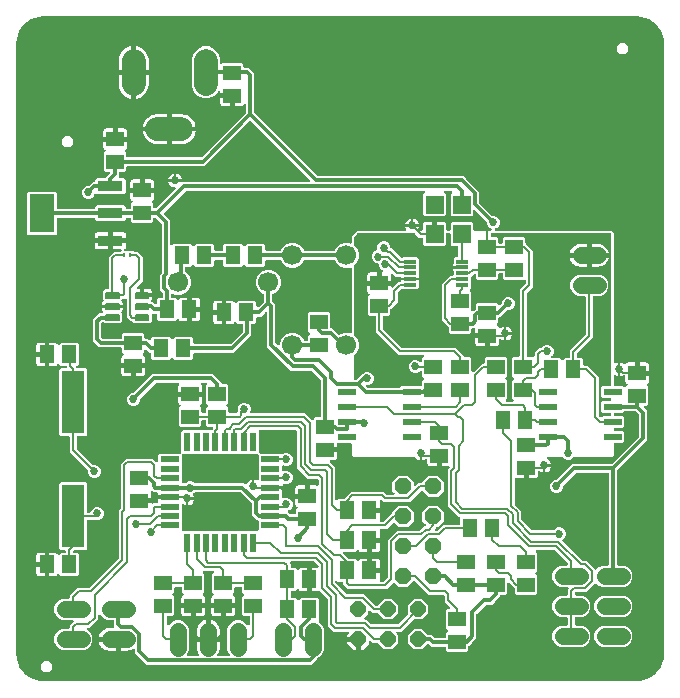
<source format=gtl>
G04 EAGLE Gerber RS-274X export*
G75*
%MOMM*%
%FSLAX34Y34*%
%LPD*%
%INTop Copper*%
%IPPOS*%
%AMOC8*
5,1,8,0,0,1.08239X$1,22.5*%
G01*
%ADD10R,1.500000X1.300000*%
%ADD11R,1.300000X1.500000*%
%ADD12C,1.700000*%
%ADD13R,1.050000X0.320000*%
%ADD14R,1.500000X0.600000*%
%ADD15C,2.000000*%
%ADD16C,1.422400*%
%ADD17P,1.539592X8X112.500000*%
%ADD18R,0.250000X0.350000*%
%ADD19R,1.500000X1.600000*%
%ADD20R,1.930400X5.334000*%
%ADD21P,1.415766X8X202.500000*%
%ADD22R,2.150000X0.950000*%
%ADD23R,2.150000X3.250000*%
%ADD24R,1.600000X0.550000*%
%ADD25R,0.550000X1.600000*%
%ADD26C,0.145000*%
%ADD27C,0.203200*%
%ADD28C,0.685800*%
%ADD29C,0.304800*%

G36*
X528164Y2547D02*
X528164Y2547D01*
X528200Y2544D01*
X531617Y2813D01*
X531775Y2848D01*
X531851Y2859D01*
X538351Y4971D01*
X538606Y5096D01*
X538620Y5109D01*
X538634Y5115D01*
X544163Y9133D01*
X544367Y9330D01*
X544376Y9346D01*
X544387Y9357D01*
X548405Y14886D01*
X548538Y15137D01*
X548542Y15156D01*
X548549Y15169D01*
X550661Y21669D01*
X550689Y21829D01*
X550707Y21903D01*
X550976Y25320D01*
X550973Y25365D01*
X550979Y25400D01*
X550979Y542800D01*
X550973Y542844D01*
X550976Y542880D01*
X550707Y546297D01*
X550672Y546455D01*
X550661Y546531D01*
X548549Y553031D01*
X548424Y553286D01*
X548411Y553300D01*
X548405Y553314D01*
X544387Y558843D01*
X544190Y559047D01*
X544174Y559056D01*
X544163Y559067D01*
X538634Y563085D01*
X538383Y563218D01*
X538364Y563222D01*
X538351Y563229D01*
X531851Y565341D01*
X531691Y565369D01*
X531617Y565387D01*
X528200Y565656D01*
X528155Y565653D01*
X528120Y565659D01*
X25400Y565659D01*
X25356Y565653D01*
X25320Y565656D01*
X21903Y565387D01*
X21745Y565352D01*
X21669Y565341D01*
X15169Y563229D01*
X14914Y563104D01*
X14900Y563091D01*
X14886Y563085D01*
X9357Y559067D01*
X9153Y558870D01*
X9144Y558854D01*
X9133Y558843D01*
X5115Y553314D01*
X4982Y553063D01*
X4978Y553044D01*
X4971Y553031D01*
X2859Y546531D01*
X2831Y546371D01*
X2813Y546297D01*
X2544Y542880D01*
X2547Y542835D01*
X2541Y542800D01*
X2541Y25400D01*
X2547Y25356D01*
X2544Y25320D01*
X2813Y21903D01*
X2848Y21745D01*
X2859Y21669D01*
X4971Y15169D01*
X5096Y14914D01*
X5109Y14900D01*
X5115Y14886D01*
X9133Y9357D01*
X9330Y9153D01*
X9346Y9144D01*
X9357Y9133D01*
X14886Y5115D01*
X15137Y4982D01*
X15156Y4978D01*
X15169Y4971D01*
X21669Y2859D01*
X21829Y2831D01*
X21903Y2813D01*
X25320Y2544D01*
X25365Y2547D01*
X25400Y2541D01*
X528120Y2541D01*
X528164Y2547D01*
G37*
%LPC*%
G36*
X112827Y16763D02*
X112827Y16763D01*
X103123Y26467D01*
X103123Y29343D01*
X103110Y29434D01*
X103107Y29526D01*
X103091Y29574D01*
X103083Y29624D01*
X103046Y29708D01*
X103017Y29795D01*
X102988Y29837D01*
X102967Y29884D01*
X102908Y29954D01*
X102856Y30030D01*
X102816Y30062D01*
X102784Y30101D01*
X102707Y30152D01*
X102636Y30210D01*
X102589Y30230D01*
X102547Y30258D01*
X102459Y30286D01*
X102375Y30322D01*
X102324Y30329D01*
X102276Y30344D01*
X102184Y30346D01*
X102093Y30358D01*
X102042Y30350D01*
X101992Y30351D01*
X101903Y30328D01*
X101812Y30314D01*
X101772Y30294D01*
X101717Y30279D01*
X101580Y30198D01*
X101511Y30164D01*
X101071Y29844D01*
X99717Y29154D01*
X98272Y28685D01*
X96772Y28447D01*
X90931Y28447D01*
X90931Y37084D01*
X90924Y37138D01*
X90925Y37176D01*
X90924Y37178D01*
X90925Y37200D01*
X90903Y37282D01*
X90891Y37365D01*
X90867Y37419D01*
X90853Y37475D01*
X90810Y37548D01*
X90775Y37625D01*
X90737Y37669D01*
X90707Y37720D01*
X90646Y37777D01*
X90591Y37842D01*
X90543Y37874D01*
X90500Y37914D01*
X90425Y37953D01*
X90355Y37999D01*
X90299Y38017D01*
X90247Y38044D01*
X90179Y38055D01*
X90084Y38085D01*
X89984Y38088D01*
X89916Y38099D01*
X88899Y38099D01*
X88899Y39116D01*
X88891Y39170D01*
X88892Y39206D01*
X88892Y39208D01*
X88892Y39232D01*
X88871Y39314D01*
X88859Y39397D01*
X88835Y39451D01*
X88821Y39507D01*
X88778Y39580D01*
X88743Y39657D01*
X88705Y39702D01*
X88675Y39752D01*
X88614Y39810D01*
X88559Y39874D01*
X88511Y39906D01*
X88468Y39946D01*
X88393Y39985D01*
X88323Y40031D01*
X88267Y40049D01*
X88215Y40076D01*
X88147Y40087D01*
X88052Y40117D01*
X87952Y40120D01*
X87884Y40131D01*
X72337Y40131D01*
X72373Y40360D01*
X72842Y41805D01*
X73532Y43159D01*
X74425Y44388D01*
X75500Y45463D01*
X76729Y46356D01*
X78083Y47046D01*
X79528Y47515D01*
X81028Y47753D01*
X84466Y47753D01*
X84495Y47757D01*
X84525Y47754D01*
X84636Y47777D01*
X84748Y47793D01*
X84775Y47805D01*
X84803Y47810D01*
X84904Y47863D01*
X85007Y47909D01*
X85030Y47928D01*
X85056Y47941D01*
X85138Y48019D01*
X85224Y48092D01*
X85240Y48117D01*
X85262Y48137D01*
X85319Y48235D01*
X85382Y48329D01*
X85391Y48357D01*
X85405Y48382D01*
X85433Y48492D01*
X85468Y48600D01*
X85468Y48629D01*
X85476Y48658D01*
X85472Y48771D01*
X85475Y48884D01*
X85467Y48913D01*
X85466Y48942D01*
X85432Y49050D01*
X85403Y49159D01*
X85388Y49185D01*
X85379Y49213D01*
X85343Y49263D01*
X85343Y53340D01*
X85336Y53392D01*
X85337Y53420D01*
X85336Y53423D01*
X85337Y53456D01*
X85315Y53538D01*
X85303Y53622D01*
X85280Y53675D01*
X85265Y53731D01*
X85222Y53804D01*
X85187Y53881D01*
X85149Y53926D01*
X85120Y53976D01*
X85058Y54034D01*
X85004Y54098D01*
X84955Y54130D01*
X84912Y54170D01*
X84837Y54209D01*
X84767Y54256D01*
X84711Y54273D01*
X84659Y54300D01*
X84591Y54311D01*
X84496Y54341D01*
X84396Y54344D01*
X84328Y54355D01*
X79969Y54355D01*
X76608Y55747D01*
X74036Y58320D01*
X73916Y58609D01*
X73872Y58683D01*
X73837Y58762D01*
X73800Y58805D01*
X73771Y58854D01*
X73709Y58913D01*
X73653Y58979D01*
X73606Y59010D01*
X73564Y59049D01*
X73488Y59089D01*
X73417Y59136D01*
X73362Y59153D01*
X73312Y59179D01*
X73228Y59196D01*
X73146Y59222D01*
X73089Y59223D01*
X73033Y59234D01*
X72947Y59227D01*
X72861Y59229D01*
X72806Y59215D01*
X72750Y59210D01*
X72669Y59179D01*
X72586Y59157D01*
X72537Y59128D01*
X72484Y59108D01*
X72416Y59056D01*
X72342Y59012D01*
X72303Y58971D01*
X72258Y58936D01*
X72206Y58868D01*
X72147Y58805D01*
X72121Y58754D01*
X72087Y58709D01*
X72057Y58628D01*
X72018Y58552D01*
X72010Y58503D01*
X71987Y58443D01*
X71975Y58298D01*
X71962Y58221D01*
X71962Y54951D01*
X64763Y47751D01*
X63612Y47751D01*
X63527Y47739D01*
X63441Y47737D01*
X63387Y47719D01*
X63331Y47711D01*
X63252Y47676D01*
X63170Y47650D01*
X63123Y47618D01*
X63071Y47595D01*
X63005Y47540D01*
X62934Y47492D01*
X62897Y47448D01*
X62854Y47412D01*
X62807Y47340D01*
X62751Y47274D01*
X62728Y47222D01*
X62697Y47175D01*
X62671Y47093D01*
X62636Y47014D01*
X62628Y46958D01*
X62611Y46904D01*
X62609Y46818D01*
X62597Y46732D01*
X62605Y46676D01*
X62604Y46620D01*
X62625Y46536D01*
X62638Y46451D01*
X62661Y46399D01*
X62675Y46345D01*
X62719Y46271D01*
X62755Y46192D01*
X62792Y46149D01*
X62821Y46100D01*
X62883Y46041D01*
X62939Y45976D01*
X62981Y45950D01*
X63028Y45906D01*
X63051Y45894D01*
X65665Y43280D01*
X67057Y39919D01*
X67057Y36281D01*
X65665Y32920D01*
X63092Y30347D01*
X59731Y28955D01*
X41869Y28955D01*
X38508Y30347D01*
X35935Y32920D01*
X34543Y36281D01*
X34543Y39919D01*
X35935Y43280D01*
X38508Y45853D01*
X41869Y47245D01*
X46736Y47245D01*
X46794Y47253D01*
X46852Y47251D01*
X46934Y47273D01*
X47018Y47285D01*
X47071Y47308D01*
X47127Y47323D01*
X47200Y47366D01*
X47277Y47401D01*
X47322Y47439D01*
X47372Y47468D01*
X47430Y47530D01*
X47494Y47584D01*
X47526Y47633D01*
X47566Y47676D01*
X47605Y47751D01*
X47652Y47821D01*
X47669Y47877D01*
X47696Y47929D01*
X47707Y47997D01*
X47737Y48092D01*
X47740Y48192D01*
X47751Y48260D01*
X47751Y49523D01*
X49994Y51765D01*
X50851Y52622D01*
X50868Y52646D01*
X50891Y52665D01*
X50953Y52759D01*
X51021Y52849D01*
X51032Y52877D01*
X51048Y52901D01*
X51082Y53009D01*
X51123Y53115D01*
X51125Y53144D01*
X51134Y53172D01*
X51137Y53286D01*
X51146Y53398D01*
X51141Y53427D01*
X51141Y53456D01*
X51113Y53566D01*
X51090Y53677D01*
X51077Y53703D01*
X51069Y53731D01*
X51012Y53828D01*
X50959Y53929D01*
X50939Y53951D01*
X50924Y53976D01*
X50842Y54053D01*
X50764Y54135D01*
X50738Y54150D01*
X50717Y54170D01*
X50616Y54222D01*
X50518Y54279D01*
X50490Y54286D01*
X50464Y54300D01*
X50386Y54313D01*
X50243Y54349D01*
X50180Y54347D01*
X50133Y54355D01*
X41869Y54355D01*
X38508Y55747D01*
X35935Y58320D01*
X34543Y61681D01*
X34543Y65319D01*
X35935Y68680D01*
X38508Y71253D01*
X41869Y72645D01*
X46736Y72645D01*
X46794Y72653D01*
X46852Y72651D01*
X46934Y72673D01*
X47018Y72685D01*
X47071Y72708D01*
X47127Y72723D01*
X47200Y72766D01*
X47277Y72801D01*
X47322Y72839D01*
X47372Y72868D01*
X47430Y72930D01*
X47494Y72984D01*
X47526Y73033D01*
X47566Y73076D01*
X47605Y73151D01*
X47652Y73221D01*
X47669Y73277D01*
X47696Y73329D01*
X47707Y73397D01*
X47737Y73492D01*
X47740Y73592D01*
X47751Y73660D01*
X47751Y74923D01*
X49834Y77006D01*
X49835Y77006D01*
X52534Y79705D01*
X52534Y79706D01*
X54617Y81789D01*
X64357Y81789D01*
X64443Y81801D01*
X64531Y81804D01*
X64583Y81821D01*
X64638Y81829D01*
X64718Y81864D01*
X64801Y81891D01*
X64840Y81919D01*
X64898Y81945D01*
X65011Y82041D01*
X65075Y82086D01*
X89110Y106121D01*
X89162Y106191D01*
X89222Y106255D01*
X89248Y106305D01*
X89281Y106349D01*
X89312Y106430D01*
X89352Y106508D01*
X89360Y106556D01*
X89382Y106614D01*
X89394Y106762D01*
X89407Y106839D01*
X89407Y147059D01*
X90634Y148285D01*
X90686Y148355D01*
X90746Y148419D01*
X90772Y148469D01*
X90805Y148513D01*
X90836Y148594D01*
X90876Y148672D01*
X90884Y148720D01*
X90906Y148778D01*
X90918Y148926D01*
X90931Y149003D01*
X90931Y186683D01*
X95257Y191009D01*
X118103Y191009D01*
X120186Y188926D01*
X120186Y188925D01*
X120994Y188117D01*
X121018Y188100D01*
X121037Y188077D01*
X121131Y188015D01*
X121221Y187947D01*
X121249Y187936D01*
X121273Y187920D01*
X121381Y187886D01*
X121487Y187845D01*
X121516Y187843D01*
X121544Y187834D01*
X121658Y187831D01*
X121770Y187822D01*
X121799Y187827D01*
X121828Y187827D01*
X121938Y187855D01*
X122049Y187878D01*
X122075Y187891D01*
X122103Y187899D01*
X122201Y187956D01*
X122301Y188009D01*
X122323Y188029D01*
X122348Y188044D01*
X122425Y188126D01*
X122507Y188204D01*
X122522Y188230D01*
X122542Y188251D01*
X122594Y188352D01*
X122651Y188450D01*
X122658Y188478D01*
X122672Y188504D01*
X122685Y188582D01*
X122721Y188725D01*
X122719Y188788D01*
X122727Y188835D01*
X122727Y194152D01*
X123918Y195343D01*
X141462Y195343D01*
X141520Y195351D01*
X141578Y195349D01*
X141660Y195371D01*
X141744Y195383D01*
X141797Y195406D01*
X141853Y195421D01*
X141926Y195464D01*
X142003Y195499D01*
X142048Y195537D01*
X142098Y195566D01*
X142156Y195628D01*
X142220Y195682D01*
X142252Y195731D01*
X142292Y195774D01*
X142331Y195849D01*
X142378Y195919D01*
X142395Y195975D01*
X142422Y196027D01*
X142433Y196095D01*
X142463Y196190D01*
X142466Y196290D01*
X142477Y196358D01*
X142477Y213902D01*
X143668Y215093D01*
X167196Y215093D01*
X167254Y215101D01*
X167312Y215099D01*
X167394Y215121D01*
X167478Y215133D01*
X167531Y215156D01*
X167587Y215171D01*
X167660Y215214D01*
X167737Y215249D01*
X167782Y215287D01*
X167832Y215316D01*
X167890Y215378D01*
X167954Y215432D01*
X167980Y215471D01*
X168963Y216454D01*
X168980Y216478D01*
X169003Y216497D01*
X169065Y216591D01*
X169133Y216681D01*
X169144Y216709D01*
X169160Y216733D01*
X169194Y216841D01*
X169235Y216947D01*
X169237Y216976D01*
X169246Y217004D01*
X169249Y217118D01*
X169258Y217230D01*
X169253Y217259D01*
X169253Y217288D01*
X169225Y217398D01*
X169202Y217509D01*
X169189Y217535D01*
X169181Y217563D01*
X169124Y217661D01*
X169071Y217761D01*
X169051Y217783D01*
X169036Y217808D01*
X168954Y217885D01*
X168876Y217967D01*
X168850Y217982D01*
X168829Y218002D01*
X168728Y218054D01*
X168630Y218111D01*
X168602Y218118D01*
X168576Y218132D01*
X168498Y218145D01*
X168355Y218181D01*
X168292Y218179D01*
X168245Y218187D01*
X164378Y218187D01*
X163187Y219378D01*
X163187Y222656D01*
X163179Y222714D01*
X163181Y222772D01*
X163159Y222854D01*
X163147Y222938D01*
X163124Y222991D01*
X163109Y223047D01*
X163066Y223120D01*
X163031Y223197D01*
X162993Y223242D01*
X162964Y223292D01*
X162902Y223350D01*
X162848Y223414D01*
X162799Y223446D01*
X162756Y223486D01*
X162681Y223525D01*
X162611Y223572D01*
X162555Y223589D01*
X162503Y223616D01*
X162435Y223627D01*
X162340Y223657D01*
X162240Y223660D01*
X162172Y223671D01*
X160408Y223671D01*
X160350Y223663D01*
X160292Y223665D01*
X160210Y223643D01*
X160126Y223631D01*
X160073Y223608D01*
X160017Y223593D01*
X159944Y223550D01*
X159867Y223515D01*
X159822Y223477D01*
X159772Y223448D01*
X159714Y223386D01*
X159650Y223332D01*
X159618Y223283D01*
X159578Y223240D01*
X159539Y223165D01*
X159492Y223095D01*
X159475Y223039D01*
X159448Y222987D01*
X159437Y222919D01*
X159407Y222824D01*
X159404Y222724D01*
X159393Y222656D01*
X159393Y219378D01*
X158202Y218187D01*
X141518Y218187D01*
X140327Y219378D01*
X140327Y234062D01*
X141546Y235281D01*
X141575Y235320D01*
X141611Y235352D01*
X141660Y235433D01*
X141717Y235508D01*
X141734Y235553D01*
X141760Y235595D01*
X141784Y235685D01*
X141818Y235773D01*
X141822Y235822D01*
X141835Y235869D01*
X141834Y235963D01*
X141842Y236057D01*
X141832Y236104D01*
X141831Y236153D01*
X141804Y236243D01*
X141786Y236335D01*
X141763Y236379D01*
X141749Y236425D01*
X141698Y236504D01*
X141655Y236588D01*
X141621Y236623D01*
X141595Y236664D01*
X141537Y236711D01*
X141459Y236794D01*
X141384Y236838D01*
X141336Y236878D01*
X140800Y237187D01*
X140327Y237660D01*
X139992Y238239D01*
X139819Y238886D01*
X139819Y243689D01*
X148844Y243689D01*
X148902Y243697D01*
X148960Y243695D01*
X149042Y243717D01*
X149125Y243729D01*
X149179Y243753D01*
X149235Y243767D01*
X149308Y243810D01*
X149385Y243845D01*
X149429Y243883D01*
X149480Y243913D01*
X149537Y243974D01*
X149602Y244029D01*
X149634Y244077D01*
X149674Y244120D01*
X149713Y244195D01*
X149759Y244265D01*
X149777Y244321D01*
X149804Y244373D01*
X149815Y244441D01*
X149845Y244536D01*
X149848Y244636D01*
X149859Y244704D01*
X149859Y246736D01*
X149851Y246794D01*
X149852Y246852D01*
X149831Y246934D01*
X149819Y247017D01*
X149795Y247071D01*
X149781Y247127D01*
X149738Y247200D01*
X149703Y247277D01*
X149665Y247321D01*
X149635Y247372D01*
X149574Y247429D01*
X149519Y247494D01*
X149471Y247526D01*
X149428Y247566D01*
X149353Y247605D01*
X149283Y247651D01*
X149227Y247669D01*
X149175Y247696D01*
X149107Y247707D01*
X149012Y247737D01*
X148912Y247740D01*
X148844Y247751D01*
X139819Y247751D01*
X139819Y252554D01*
X139992Y253201D01*
X140327Y253780D01*
X140337Y253790D01*
X140355Y253814D01*
X140377Y253833D01*
X140440Y253927D01*
X140508Y254017D01*
X140518Y254045D01*
X140535Y254069D01*
X140569Y254177D01*
X140609Y254283D01*
X140612Y254312D01*
X140620Y254340D01*
X140623Y254453D01*
X140633Y254566D01*
X140627Y254595D01*
X140628Y254624D01*
X140599Y254734D01*
X140577Y254845D01*
X140563Y254871D01*
X140556Y254899D01*
X140498Y254997D01*
X140446Y255097D01*
X140426Y255118D01*
X140411Y255144D01*
X140328Y255221D01*
X140250Y255303D01*
X140225Y255318D01*
X140203Y255338D01*
X140102Y255390D01*
X140005Y255447D01*
X139976Y255454D01*
X139950Y255468D01*
X139873Y255481D01*
X139729Y255517D01*
X139667Y255515D01*
X139619Y255523D01*
X121274Y255523D01*
X121187Y255511D01*
X121100Y255508D01*
X121047Y255491D01*
X120992Y255483D01*
X120912Y255448D01*
X120829Y255421D01*
X120790Y255393D01*
X120733Y255367D01*
X120620Y255271D01*
X120556Y255226D01*
X107359Y242029D01*
X107307Y241959D01*
X107247Y241895D01*
X107221Y241846D01*
X107188Y241802D01*
X107157Y241720D01*
X107117Y241642D01*
X107109Y241595D01*
X107087Y241536D01*
X107075Y241389D01*
X107062Y241311D01*
X107062Y240214D01*
X106230Y238206D01*
X104694Y236670D01*
X102686Y235838D01*
X100514Y235838D01*
X98506Y236670D01*
X96970Y238206D01*
X96138Y240214D01*
X96138Y242386D01*
X96970Y244394D01*
X98506Y245930D01*
X100514Y246762D01*
X101611Y246762D01*
X101698Y246774D01*
X101785Y246777D01*
X101838Y246794D01*
X101893Y246802D01*
X101973Y246837D01*
X102056Y246864D01*
X102095Y246892D01*
X102152Y246918D01*
X102265Y247014D01*
X102329Y247059D01*
X117907Y262637D01*
X169113Y262637D01*
X176277Y255473D01*
X176277Y255268D01*
X176285Y255210D01*
X176283Y255152D01*
X176305Y255070D01*
X176317Y254986D01*
X176340Y254933D01*
X176355Y254877D01*
X176398Y254804D01*
X176433Y254727D01*
X176471Y254682D01*
X176500Y254632D01*
X176562Y254574D01*
X176616Y254510D01*
X176665Y254478D01*
X176708Y254438D01*
X176783Y254399D01*
X176853Y254352D01*
X176909Y254335D01*
X176961Y254308D01*
X177029Y254297D01*
X177124Y254267D01*
X177224Y254264D01*
X177292Y254253D01*
X181062Y254253D01*
X182253Y253062D01*
X182253Y238378D01*
X180813Y236938D01*
X180778Y236891D01*
X180735Y236851D01*
X180692Y236778D01*
X180642Y236711D01*
X180621Y236656D01*
X180591Y236606D01*
X180571Y236524D01*
X180540Y236445D01*
X180536Y236387D01*
X180521Y236330D01*
X180524Y236246D01*
X180517Y236162D01*
X180528Y236104D01*
X180530Y236046D01*
X180556Y235966D01*
X180573Y235883D01*
X180600Y235831D01*
X180618Y235775D01*
X180658Y235719D01*
X180704Y235631D01*
X180772Y235558D01*
X180813Y235502D01*
X182253Y234062D01*
X182253Y230784D01*
X182261Y230726D01*
X182259Y230668D01*
X182281Y230586D01*
X182293Y230502D01*
X182316Y230449D01*
X182331Y230393D01*
X182374Y230320D01*
X182409Y230243D01*
X182447Y230198D01*
X182476Y230148D01*
X182538Y230090D01*
X182592Y230026D01*
X182641Y229994D01*
X182684Y229954D01*
X182759Y229915D01*
X182829Y229868D01*
X182885Y229851D01*
X182937Y229824D01*
X183005Y229813D01*
X183100Y229783D01*
X183200Y229780D01*
X183268Y229769D01*
X188976Y229769D01*
X189034Y229777D01*
X189092Y229775D01*
X189174Y229797D01*
X189258Y229809D01*
X189311Y229832D01*
X189367Y229847D01*
X189440Y229890D01*
X189517Y229925D01*
X189562Y229963D01*
X189612Y229992D01*
X189670Y230054D01*
X189734Y230108D01*
X189766Y230157D01*
X189806Y230200D01*
X189845Y230275D01*
X189892Y230345D01*
X189909Y230401D01*
X189936Y230453D01*
X189947Y230521D01*
X189977Y230616D01*
X189980Y230716D01*
X189991Y230784D01*
X189991Y231824D01*
X189992Y231825D01*
X190023Y231906D01*
X190063Y231984D01*
X190071Y232032D01*
X190093Y232090D01*
X190105Y232238D01*
X190118Y232315D01*
X190118Y234131D01*
X190950Y236139D01*
X192486Y237675D01*
X194494Y238507D01*
X196666Y238507D01*
X198674Y237675D01*
X200210Y236139D01*
X201042Y234131D01*
X201042Y231959D01*
X200653Y231021D01*
X200625Y230909D01*
X200590Y230800D01*
X200589Y230772D01*
X200582Y230745D01*
X200585Y230631D01*
X200583Y230516D01*
X200590Y230489D01*
X200590Y230461D01*
X200625Y230352D01*
X200654Y230241D01*
X200669Y230217D01*
X200677Y230190D01*
X200741Y230095D01*
X200800Y229996D01*
X200820Y229977D01*
X200835Y229954D01*
X200923Y229880D01*
X201007Y229802D01*
X201032Y229789D01*
X201053Y229771D01*
X201158Y229725D01*
X201260Y229672D01*
X201285Y229668D01*
X201313Y229656D01*
X201576Y229619D01*
X201591Y229617D01*
X247135Y229617D01*
X249218Y227534D01*
X249218Y227533D01*
X252894Y223857D01*
X252918Y223840D01*
X252937Y223817D01*
X253031Y223755D01*
X253121Y223687D01*
X253149Y223676D01*
X253173Y223660D01*
X253281Y223626D01*
X253387Y223585D01*
X253416Y223583D01*
X253444Y223574D01*
X253558Y223571D01*
X253670Y223562D01*
X253699Y223567D01*
X253728Y223567D01*
X253838Y223595D01*
X253949Y223618D01*
X253975Y223631D01*
X254003Y223639D01*
X254101Y223696D01*
X254201Y223749D01*
X254223Y223769D01*
X254248Y223784D01*
X254325Y223866D01*
X254407Y223944D01*
X254422Y223970D01*
X254442Y223991D01*
X254494Y224092D01*
X254551Y224190D01*
X254558Y224218D01*
X254572Y224244D01*
X254585Y224322D01*
X254621Y224465D01*
X254619Y224528D01*
X254627Y224575D01*
X254627Y225122D01*
X255818Y226313D01*
X259588Y226313D01*
X259646Y226321D01*
X259704Y226319D01*
X259786Y226341D01*
X259870Y226353D01*
X259923Y226376D01*
X259979Y226391D01*
X260052Y226434D01*
X260129Y226469D01*
X260174Y226507D01*
X260224Y226536D01*
X260282Y226598D01*
X260346Y226652D01*
X260378Y226701D01*
X260418Y226744D01*
X260457Y226819D01*
X260504Y226889D01*
X260521Y226945D01*
X260548Y226997D01*
X260559Y227065D01*
X260589Y227160D01*
X260592Y227260D01*
X260603Y227328D01*
X260603Y257186D01*
X260591Y257273D01*
X260588Y257360D01*
X260571Y257413D01*
X260563Y257468D01*
X260528Y257548D01*
X260501Y257631D01*
X260473Y257670D01*
X260447Y257727D01*
X260351Y257840D01*
X260306Y257904D01*
X252824Y265386D01*
X252754Y265438D01*
X252690Y265498D01*
X252641Y265524D01*
X252597Y265557D01*
X252515Y265588D01*
X252437Y265628D01*
X252390Y265636D01*
X252331Y265658D01*
X252184Y265670D01*
X252106Y265683D01*
X235182Y265683D01*
X214883Y285982D01*
X214883Y314082D01*
X214879Y314111D01*
X214882Y314141D01*
X214859Y314252D01*
X214843Y314364D01*
X214831Y314390D01*
X214826Y314419D01*
X214774Y314520D01*
X214727Y314623D01*
X214708Y314646D01*
X214695Y314672D01*
X214617Y314754D01*
X214544Y314840D01*
X214519Y314856D01*
X214499Y314878D01*
X214401Y314935D01*
X214307Y314998D01*
X214279Y315007D01*
X214254Y315021D01*
X214144Y315049D01*
X214036Y315084D01*
X214006Y315084D01*
X213978Y315092D01*
X213865Y315088D01*
X213752Y315091D01*
X213723Y315083D01*
X213694Y315082D01*
X213586Y315048D01*
X213477Y315019D01*
X213451Y315004D01*
X213423Y314995D01*
X213360Y314949D01*
X213232Y314874D01*
X213189Y314828D01*
X213150Y314800D01*
X209753Y311403D01*
X207008Y311403D01*
X206950Y311395D01*
X206892Y311397D01*
X206810Y311375D01*
X206726Y311363D01*
X206673Y311340D01*
X206617Y311325D01*
X206544Y311282D01*
X206467Y311247D01*
X206422Y311209D01*
X206372Y311180D01*
X206314Y311118D01*
X206250Y311064D01*
X206218Y311015D01*
X206178Y310972D01*
X206139Y310897D01*
X206092Y310827D01*
X206075Y310771D01*
X206048Y310719D01*
X206037Y310651D01*
X206007Y310556D01*
X206004Y310456D01*
X205993Y310388D01*
X205993Y306618D01*
X204802Y305427D01*
X202692Y305427D01*
X202634Y305419D01*
X202576Y305421D01*
X202494Y305399D01*
X202410Y305387D01*
X202357Y305364D01*
X202301Y305349D01*
X202228Y305306D01*
X202151Y305271D01*
X202106Y305233D01*
X202056Y305204D01*
X201998Y305142D01*
X201934Y305088D01*
X201902Y305039D01*
X201862Y304996D01*
X201823Y304921D01*
X201776Y304851D01*
X201759Y304795D01*
X201732Y304743D01*
X201721Y304675D01*
X201691Y304580D01*
X201688Y304480D01*
X201677Y304412D01*
X201677Y295707D01*
X186893Y280923D01*
X153668Y280923D01*
X153610Y280915D01*
X153552Y280917D01*
X153470Y280895D01*
X153386Y280883D01*
X153333Y280860D01*
X153277Y280845D01*
X153204Y280802D01*
X153127Y280767D01*
X153082Y280729D01*
X153032Y280700D01*
X152974Y280638D01*
X152910Y280584D01*
X152878Y280535D01*
X152838Y280492D01*
X152799Y280417D01*
X152752Y280347D01*
X152735Y280291D01*
X152708Y280239D01*
X152697Y280171D01*
X152667Y280076D01*
X152664Y279976D01*
X152653Y279908D01*
X152653Y276138D01*
X151462Y274947D01*
X136778Y274947D01*
X135338Y276387D01*
X135291Y276422D01*
X135251Y276465D01*
X135178Y276508D01*
X135111Y276558D01*
X135056Y276579D01*
X135006Y276609D01*
X134924Y276629D01*
X134845Y276660D01*
X134787Y276664D01*
X134730Y276679D01*
X134646Y276676D01*
X134562Y276683D01*
X134504Y276672D01*
X134446Y276670D01*
X134366Y276644D01*
X134283Y276627D01*
X134231Y276600D01*
X134175Y276582D01*
X134119Y276542D01*
X134031Y276496D01*
X133958Y276428D01*
X133902Y276387D01*
X132462Y274947D01*
X117778Y274947D01*
X116587Y276138D01*
X116587Y279908D01*
X116579Y279966D01*
X116581Y280024D01*
X116559Y280106D01*
X116547Y280190D01*
X116524Y280243D01*
X116509Y280299D01*
X116466Y280372D01*
X116431Y280449D01*
X116393Y280494D01*
X116364Y280544D01*
X116302Y280602D01*
X116248Y280666D01*
X116199Y280698D01*
X116156Y280738D01*
X116081Y280777D01*
X116011Y280824D01*
X115955Y280841D01*
X115903Y280868D01*
X115835Y280879D01*
X115740Y280909D01*
X115640Y280912D01*
X115572Y280923D01*
X115367Y280923D01*
X112866Y283424D01*
X112842Y283442D01*
X112823Y283464D01*
X112729Y283527D01*
X112639Y283595D01*
X112611Y283605D01*
X112587Y283622D01*
X112479Y283656D01*
X112373Y283696D01*
X112344Y283699D01*
X112316Y283708D01*
X112202Y283710D01*
X112090Y283720D01*
X112061Y283714D01*
X112032Y283715D01*
X111922Y283686D01*
X111811Y283664D01*
X111785Y283650D01*
X111757Y283643D01*
X111659Y283585D01*
X111559Y283533D01*
X111537Y283513D01*
X111512Y283498D01*
X111435Y283415D01*
X111353Y283337D01*
X111338Y283312D01*
X111318Y283290D01*
X111266Y283190D01*
X111209Y283092D01*
X111202Y283063D01*
X111188Y283037D01*
X111175Y282960D01*
X111139Y282816D01*
X111141Y282754D01*
X111133Y282706D01*
X111133Y281558D01*
X109914Y280339D01*
X109885Y280301D01*
X109849Y280268D01*
X109800Y280187D01*
X109743Y280112D01*
X109726Y280067D01*
X109700Y280025D01*
X109675Y279934D01*
X109642Y279847D01*
X109638Y279798D01*
X109625Y279751D01*
X109626Y279657D01*
X109618Y279563D01*
X109628Y279516D01*
X109629Y279467D01*
X109656Y279377D01*
X109674Y279285D01*
X109697Y279241D01*
X109711Y279195D01*
X109762Y279116D01*
X109805Y279032D01*
X109839Y278997D01*
X109865Y278956D01*
X109923Y278909D01*
X110001Y278826D01*
X110076Y278782D01*
X110124Y278742D01*
X110660Y278433D01*
X111133Y277960D01*
X111468Y277381D01*
X111641Y276734D01*
X111641Y271931D01*
X102616Y271931D01*
X102558Y271923D01*
X102500Y271924D01*
X102418Y271903D01*
X102335Y271891D01*
X102281Y271867D01*
X102225Y271853D01*
X102152Y271810D01*
X102075Y271775D01*
X102031Y271737D01*
X101980Y271707D01*
X101923Y271646D01*
X101858Y271591D01*
X101826Y271543D01*
X101786Y271500D01*
X101747Y271425D01*
X101701Y271355D01*
X101683Y271299D01*
X101656Y271247D01*
X101645Y271179D01*
X101615Y271084D01*
X101612Y270984D01*
X101601Y270916D01*
X101601Y269899D01*
X101599Y269899D01*
X101599Y270916D01*
X101591Y270974D01*
X101592Y271032D01*
X101571Y271114D01*
X101559Y271197D01*
X101535Y271251D01*
X101521Y271307D01*
X101478Y271380D01*
X101443Y271457D01*
X101405Y271501D01*
X101375Y271552D01*
X101314Y271609D01*
X101259Y271674D01*
X101211Y271706D01*
X101168Y271746D01*
X101093Y271785D01*
X101023Y271831D01*
X100967Y271849D01*
X100915Y271876D01*
X100847Y271887D01*
X100752Y271917D01*
X100652Y271920D01*
X100584Y271931D01*
X91559Y271931D01*
X91559Y276734D01*
X91732Y277381D01*
X92067Y277960D01*
X92540Y278433D01*
X93076Y278742D01*
X93114Y278772D01*
X93157Y278795D01*
X93225Y278859D01*
X93299Y278918D01*
X93328Y278957D01*
X93363Y278991D01*
X93411Y279072D01*
X93466Y279148D01*
X93482Y279194D01*
X93507Y279236D01*
X93530Y279327D01*
X93562Y279415D01*
X93565Y279464D01*
X93577Y279511D01*
X93574Y279605D01*
X93580Y279699D01*
X93570Y279747D01*
X93568Y279796D01*
X93539Y279885D01*
X93519Y279977D01*
X93496Y280020D01*
X93481Y280066D01*
X93438Y280126D01*
X93383Y280227D01*
X93322Y280288D01*
X93286Y280339D01*
X92067Y281558D01*
X92067Y284328D01*
X92059Y284386D01*
X92061Y284444D01*
X92039Y284526D01*
X92027Y284610D01*
X92004Y284663D01*
X91989Y284719D01*
X91946Y284792D01*
X91911Y284869D01*
X91873Y284914D01*
X91844Y284964D01*
X91782Y285022D01*
X91728Y285086D01*
X91679Y285118D01*
X91636Y285158D01*
X91561Y285197D01*
X91491Y285244D01*
X91435Y285261D01*
X91383Y285288D01*
X91315Y285299D01*
X91220Y285329D01*
X91120Y285332D01*
X91052Y285343D01*
X72847Y285343D01*
X67563Y290627D01*
X67563Y308813D01*
X72847Y314097D01*
X75344Y314097D01*
X75373Y314101D01*
X75402Y314098D01*
X75513Y314121D01*
X75625Y314137D01*
X75652Y314149D01*
X75681Y314154D01*
X75782Y314207D01*
X75885Y314253D01*
X75907Y314272D01*
X75933Y314285D01*
X76015Y314363D01*
X76102Y314436D01*
X76118Y314461D01*
X76139Y314481D01*
X76196Y314579D01*
X76259Y314673D01*
X76268Y314701D01*
X76283Y314726D01*
X76311Y314836D01*
X76345Y314944D01*
X76346Y314974D01*
X76353Y315002D01*
X76349Y315115D01*
X76352Y315228D01*
X76345Y315257D01*
X76344Y315286D01*
X76309Y315394D01*
X76281Y315503D01*
X76266Y315529D01*
X76257Y315557D01*
X76211Y315621D01*
X76135Y315748D01*
X76090Y315791D01*
X76062Y315830D01*
X76032Y315860D01*
X75602Y316604D01*
X75379Y317435D01*
X75379Y318591D01*
X83536Y318591D01*
X83594Y318599D01*
X83652Y318597D01*
X83734Y318619D01*
X83817Y318631D01*
X83871Y318654D01*
X83927Y318669D01*
X83964Y318691D01*
X83965Y318690D01*
X84021Y318673D01*
X84073Y318646D01*
X84141Y318635D01*
X84236Y318605D01*
X84336Y318602D01*
X84404Y318591D01*
X92561Y318591D01*
X92561Y317435D01*
X92338Y316604D01*
X91908Y315860D01*
X91697Y315649D01*
X91662Y315602D01*
X91620Y315562D01*
X91577Y315489D01*
X91526Y315422D01*
X91505Y315367D01*
X91476Y315316D01*
X91455Y315235D01*
X91425Y315156D01*
X91420Y315098D01*
X91406Y315041D01*
X91408Y314957D01*
X91401Y314873D01*
X91413Y314815D01*
X91415Y314757D01*
X91441Y314676D01*
X91457Y314594D01*
X91484Y314542D01*
X91502Y314486D01*
X91542Y314430D01*
X91588Y314342D01*
X91657Y314269D01*
X91697Y314213D01*
X92053Y313857D01*
X92053Y307223D01*
X90437Y305607D01*
X77503Y305607D01*
X76678Y306432D01*
X76631Y306467D01*
X76591Y306510D01*
X76518Y306552D01*
X76451Y306603D01*
X76396Y306624D01*
X76346Y306653D01*
X76264Y306674D01*
X76185Y306704D01*
X76127Y306709D01*
X76070Y306724D01*
X75986Y306721D01*
X75902Y306728D01*
X75844Y306716D01*
X75786Y306714D01*
X75706Y306688D01*
X75623Y306672D01*
X75571Y306645D01*
X75515Y306627D01*
X75459Y306587D01*
X75371Y306541D01*
X75298Y306472D01*
X75242Y306432D01*
X74974Y306164D01*
X74921Y306094D01*
X74862Y306030D01*
X74836Y305981D01*
X74803Y305937D01*
X74772Y305855D01*
X74732Y305777D01*
X74724Y305730D01*
X74702Y305671D01*
X74690Y305524D01*
X74677Y305446D01*
X74677Y293994D01*
X74689Y293907D01*
X74692Y293820D01*
X74709Y293767D01*
X74717Y293712D01*
X74752Y293632D01*
X74779Y293549D01*
X74807Y293510D01*
X74833Y293453D01*
X74929Y293340D01*
X74974Y293276D01*
X75496Y292754D01*
X75566Y292702D01*
X75630Y292642D01*
X75679Y292616D01*
X75723Y292583D01*
X75805Y292552D01*
X75883Y292512D01*
X75930Y292504D01*
X75989Y292482D01*
X76136Y292470D01*
X76214Y292457D01*
X91052Y292457D01*
X91110Y292465D01*
X91168Y292463D01*
X91250Y292485D01*
X91334Y292497D01*
X91387Y292520D01*
X91443Y292535D01*
X91516Y292578D01*
X91593Y292613D01*
X91638Y292651D01*
X91688Y292680D01*
X91746Y292742D01*
X91810Y292796D01*
X91842Y292845D01*
X91882Y292888D01*
X91921Y292963D01*
X91968Y293033D01*
X91985Y293089D01*
X92012Y293141D01*
X92023Y293209D01*
X92053Y293304D01*
X92056Y293404D01*
X92067Y293472D01*
X92067Y296242D01*
X93258Y297433D01*
X109942Y297433D01*
X111133Y296242D01*
X111133Y293472D01*
X111141Y293414D01*
X111139Y293356D01*
X111161Y293274D01*
X111173Y293190D01*
X111196Y293137D01*
X111211Y293081D01*
X111254Y293008D01*
X111289Y292931D01*
X111327Y292886D01*
X111356Y292836D01*
X111418Y292778D01*
X111472Y292714D01*
X111521Y292682D01*
X111564Y292642D01*
X111639Y292603D01*
X111709Y292556D01*
X111765Y292539D01*
X111817Y292512D01*
X111885Y292501D01*
X111980Y292471D01*
X112080Y292468D01*
X112148Y292457D01*
X113893Y292457D01*
X114854Y291496D01*
X114878Y291478D01*
X114897Y291456D01*
X114991Y291393D01*
X115081Y291325D01*
X115109Y291315D01*
X115133Y291298D01*
X115241Y291264D01*
X115347Y291224D01*
X115376Y291221D01*
X115404Y291212D01*
X115518Y291210D01*
X115630Y291200D01*
X115659Y291206D01*
X115688Y291205D01*
X115798Y291234D01*
X115909Y291256D01*
X115935Y291270D01*
X115963Y291277D01*
X116061Y291335D01*
X116161Y291387D01*
X116183Y291407D01*
X116208Y291422D01*
X116285Y291505D01*
X116367Y291583D01*
X116382Y291608D01*
X116402Y291630D01*
X116454Y291730D01*
X116511Y291828D01*
X116518Y291857D01*
X116532Y291883D01*
X116545Y291960D01*
X116581Y292104D01*
X116579Y292166D01*
X116587Y292214D01*
X116587Y292822D01*
X117778Y294013D01*
X132462Y294013D01*
X133902Y292573D01*
X133949Y292537D01*
X133989Y292495D01*
X134062Y292452D01*
X134129Y292402D01*
X134184Y292381D01*
X134234Y292351D01*
X134316Y292331D01*
X134395Y292300D01*
X134453Y292296D01*
X134510Y292281D01*
X134594Y292284D01*
X134678Y292277D01*
X134736Y292288D01*
X134794Y292290D01*
X134874Y292316D01*
X134957Y292333D01*
X135009Y292360D01*
X135065Y292378D01*
X135121Y292418D01*
X135209Y292464D01*
X135282Y292533D01*
X135338Y292573D01*
X136778Y294013D01*
X151462Y294013D01*
X152653Y292822D01*
X152653Y289052D01*
X152661Y288994D01*
X152659Y288936D01*
X152681Y288854D01*
X152693Y288770D01*
X152716Y288717D01*
X152731Y288661D01*
X152774Y288588D01*
X152809Y288511D01*
X152847Y288466D01*
X152876Y288416D01*
X152938Y288358D01*
X152992Y288294D01*
X153041Y288262D01*
X153084Y288222D01*
X153159Y288183D01*
X153229Y288136D01*
X153285Y288119D01*
X153337Y288092D01*
X153405Y288081D01*
X153500Y288051D01*
X153600Y288048D01*
X153668Y288037D01*
X183526Y288037D01*
X183613Y288049D01*
X183700Y288052D01*
X183753Y288069D01*
X183808Y288077D01*
X183888Y288112D01*
X183971Y288139D01*
X184010Y288167D01*
X184067Y288193D01*
X184180Y288289D01*
X184244Y288334D01*
X194266Y298356D01*
X194318Y298426D01*
X194378Y298490D01*
X194404Y298539D01*
X194437Y298583D01*
X194468Y298665D01*
X194508Y298743D01*
X194516Y298790D01*
X194538Y298849D01*
X194550Y298996D01*
X194563Y299074D01*
X194563Y304412D01*
X194555Y304470D01*
X194557Y304528D01*
X194535Y304610D01*
X194523Y304694D01*
X194500Y304747D01*
X194485Y304803D01*
X194442Y304876D01*
X194407Y304953D01*
X194369Y304998D01*
X194340Y305048D01*
X194278Y305106D01*
X194224Y305170D01*
X194175Y305202D01*
X194132Y305242D01*
X194057Y305281D01*
X193987Y305328D01*
X193931Y305345D01*
X193879Y305372D01*
X193811Y305383D01*
X193716Y305413D01*
X193616Y305416D01*
X193548Y305427D01*
X190118Y305427D01*
X188899Y306646D01*
X188861Y306675D01*
X188828Y306711D01*
X188747Y306760D01*
X188672Y306817D01*
X188627Y306834D01*
X188585Y306860D01*
X188494Y306885D01*
X188407Y306918D01*
X188358Y306922D01*
X188311Y306935D01*
X188217Y306934D01*
X188123Y306942D01*
X188076Y306932D01*
X188027Y306931D01*
X187937Y306904D01*
X187845Y306886D01*
X187801Y306863D01*
X187755Y306849D01*
X187676Y306798D01*
X187592Y306755D01*
X187557Y306721D01*
X187516Y306695D01*
X187469Y306637D01*
X187386Y306559D01*
X187342Y306484D01*
X187302Y306436D01*
X186993Y305900D01*
X186520Y305427D01*
X185941Y305092D01*
X185294Y304919D01*
X180491Y304919D01*
X180491Y313944D01*
X180483Y314002D01*
X180484Y314060D01*
X180463Y314142D01*
X180451Y314225D01*
X180427Y314279D01*
X180413Y314335D01*
X180370Y314408D01*
X180335Y314485D01*
X180297Y314529D01*
X180267Y314580D01*
X180206Y314637D01*
X180151Y314702D01*
X180103Y314734D01*
X180060Y314774D01*
X179985Y314813D01*
X179915Y314859D01*
X179859Y314877D01*
X179807Y314904D01*
X179739Y314915D01*
X179644Y314945D01*
X179544Y314948D01*
X179476Y314959D01*
X178459Y314959D01*
X178459Y314961D01*
X179476Y314961D01*
X179534Y314969D01*
X179592Y314968D01*
X179674Y314989D01*
X179757Y315001D01*
X179811Y315025D01*
X179867Y315039D01*
X179940Y315082D01*
X180017Y315117D01*
X180061Y315155D01*
X180112Y315185D01*
X180169Y315246D01*
X180234Y315301D01*
X180266Y315349D01*
X180306Y315392D01*
X180345Y315467D01*
X180391Y315537D01*
X180409Y315593D01*
X180436Y315645D01*
X180447Y315713D01*
X180477Y315808D01*
X180480Y315908D01*
X180491Y315976D01*
X180491Y325001D01*
X185294Y325001D01*
X185941Y324828D01*
X186520Y324493D01*
X186993Y324020D01*
X187302Y323484D01*
X187332Y323446D01*
X187355Y323403D01*
X187419Y323335D01*
X187478Y323261D01*
X187517Y323232D01*
X187551Y323197D01*
X187632Y323149D01*
X187708Y323094D01*
X187754Y323078D01*
X187796Y323053D01*
X187887Y323030D01*
X187975Y322998D01*
X188024Y322995D01*
X188071Y322983D01*
X188165Y322986D01*
X188259Y322980D01*
X188307Y322990D01*
X188356Y322992D01*
X188445Y323021D01*
X188537Y323041D01*
X188580Y323064D01*
X188626Y323079D01*
X188686Y323122D01*
X188787Y323177D01*
X188848Y323238D01*
X188899Y323274D01*
X190118Y324493D01*
X204802Y324493D01*
X205993Y323302D01*
X205993Y320154D01*
X205997Y320125D01*
X205994Y320095D01*
X206017Y319984D01*
X206033Y319872D01*
X206045Y319846D01*
X206050Y319817D01*
X206103Y319716D01*
X206149Y319613D01*
X206168Y319590D01*
X206181Y319564D01*
X206259Y319482D01*
X206332Y319396D01*
X206357Y319380D01*
X206377Y319358D01*
X206475Y319301D01*
X206569Y319238D01*
X206597Y319229D01*
X206622Y319215D01*
X206732Y319187D01*
X206840Y319152D01*
X206870Y319152D01*
X206898Y319144D01*
X207011Y319148D01*
X207124Y319145D01*
X207153Y319153D01*
X207182Y319154D01*
X207290Y319188D01*
X207399Y319217D01*
X207425Y319232D01*
X207453Y319241D01*
X207516Y319286D01*
X207644Y319362D01*
X207687Y319408D01*
X207726Y319436D01*
X212046Y323756D01*
X212098Y323826D01*
X212158Y323890D01*
X212184Y323939D01*
X212217Y323983D01*
X212248Y324065D01*
X212288Y324143D01*
X212296Y324190D01*
X212318Y324249D01*
X212330Y324396D01*
X212343Y324474D01*
X212343Y329754D01*
X212343Y329756D01*
X212343Y329757D01*
X212323Y329897D01*
X212303Y330036D01*
X212303Y330037D01*
X212303Y330039D01*
X212246Y330165D01*
X212187Y330295D01*
X212186Y330296D01*
X212185Y330298D01*
X212094Y330405D01*
X212004Y330512D01*
X212002Y330513D01*
X212001Y330514D01*
X211988Y330522D01*
X211767Y330670D01*
X211738Y330679D01*
X211717Y330692D01*
X209934Y331431D01*
X206971Y334394D01*
X205367Y338265D01*
X205367Y342455D01*
X206971Y346326D01*
X209934Y349289D01*
X213805Y350893D01*
X217995Y350893D01*
X221866Y349289D01*
X224829Y346326D01*
X226433Y342455D01*
X226433Y338265D01*
X224829Y334394D01*
X221866Y331431D01*
X220083Y330692D01*
X220082Y330691D01*
X220081Y330691D01*
X219960Y330620D01*
X219839Y330548D01*
X219838Y330547D01*
X219836Y330546D01*
X219739Y330442D01*
X219643Y330341D01*
X219643Y330340D01*
X219642Y330339D01*
X219577Y330213D01*
X219513Y330088D01*
X219513Y330087D01*
X219512Y330085D01*
X219510Y330071D01*
X219458Y329809D01*
X219461Y329779D01*
X219457Y329754D01*
X219457Y324474D01*
X219469Y324387D01*
X219472Y324300D01*
X219489Y324247D01*
X219497Y324192D01*
X219532Y324112D01*
X219559Y324029D01*
X219587Y323990D01*
X219613Y323933D01*
X219709Y323820D01*
X219754Y323756D01*
X221997Y321513D01*
X221997Y289350D01*
X222009Y289263D01*
X222012Y289176D01*
X222029Y289123D01*
X222037Y289068D01*
X222072Y288988D01*
X222099Y288905D01*
X222127Y288866D01*
X222153Y288809D01*
X222249Y288696D01*
X222294Y288632D01*
X223954Y286972D01*
X223978Y286954D01*
X223997Y286932D01*
X224091Y286869D01*
X224181Y286801D01*
X224209Y286790D01*
X224233Y286774D01*
X224341Y286740D01*
X224447Y286699D01*
X224476Y286697D01*
X224504Y286688D01*
X224618Y286685D01*
X224730Y286676D01*
X224759Y286682D01*
X224788Y286681D01*
X224898Y286710D01*
X225009Y286732D01*
X225035Y286745D01*
X225063Y286753D01*
X225161Y286810D01*
X225261Y286863D01*
X225283Y286883D01*
X225308Y286898D01*
X225385Y286980D01*
X225467Y287059D01*
X225482Y287084D01*
X225502Y287105D01*
X225554Y287206D01*
X225611Y287304D01*
X225618Y287332D01*
X225632Y287358D01*
X225645Y287436D01*
X225681Y287579D01*
X225679Y287642D01*
X225687Y287689D01*
X225687Y289115D01*
X227291Y292986D01*
X230254Y295949D01*
X234125Y297553D01*
X238315Y297553D01*
X242186Y295949D01*
X245149Y292986D01*
X245888Y291203D01*
X245889Y291202D01*
X245889Y291201D01*
X245963Y291077D01*
X246032Y290959D01*
X246033Y290958D01*
X246034Y290956D01*
X246138Y290859D01*
X246239Y290763D01*
X246240Y290763D01*
X246241Y290762D01*
X246367Y290697D01*
X246492Y290633D01*
X246493Y290633D01*
X246495Y290632D01*
X246509Y290630D01*
X246771Y290578D01*
X246801Y290581D01*
X246826Y290577D01*
X248532Y290577D01*
X248590Y290585D01*
X248648Y290583D01*
X248730Y290605D01*
X248814Y290617D01*
X248867Y290640D01*
X248923Y290655D01*
X248996Y290698D01*
X249073Y290733D01*
X249118Y290771D01*
X249168Y290800D01*
X249226Y290862D01*
X249290Y290916D01*
X249322Y290965D01*
X249362Y291008D01*
X249401Y291083D01*
X249448Y291153D01*
X249465Y291209D01*
X249492Y291261D01*
X249503Y291329D01*
X249533Y291424D01*
X249536Y291524D01*
X249547Y291592D01*
X249547Y295022D01*
X250987Y296462D01*
X251023Y296509D01*
X251065Y296549D01*
X251108Y296622D01*
X251158Y296689D01*
X251179Y296744D01*
X251209Y296794D01*
X251229Y296876D01*
X251260Y296955D01*
X251264Y297013D01*
X251279Y297070D01*
X251276Y297154D01*
X251283Y297238D01*
X251272Y297296D01*
X251270Y297354D01*
X251244Y297434D01*
X251227Y297517D01*
X251200Y297569D01*
X251182Y297625D01*
X251142Y297681D01*
X251096Y297769D01*
X251027Y297842D01*
X250987Y297898D01*
X249547Y299338D01*
X249547Y314022D01*
X250738Y315213D01*
X267422Y315213D01*
X268613Y314022D01*
X268613Y302308D01*
X268621Y302250D01*
X268619Y302192D01*
X268641Y302110D01*
X268653Y302026D01*
X268676Y301973D01*
X268691Y301917D01*
X268734Y301844D01*
X268769Y301767D01*
X268807Y301722D01*
X268836Y301672D01*
X268898Y301614D01*
X268952Y301550D01*
X269001Y301518D01*
X269044Y301478D01*
X269119Y301439D01*
X269189Y301392D01*
X269245Y301375D01*
X269297Y301348D01*
X269365Y301337D01*
X269460Y301307D01*
X269560Y301304D01*
X269628Y301293D01*
X270157Y301293D01*
X275160Y296290D01*
X275161Y296289D01*
X275162Y296288D01*
X275275Y296203D01*
X275387Y296119D01*
X275388Y296119D01*
X275390Y296118D01*
X275521Y296068D01*
X275652Y296018D01*
X275654Y296018D01*
X275656Y296018D01*
X275800Y296006D01*
X275936Y295995D01*
X275937Y295995D01*
X275939Y295995D01*
X275954Y295998D01*
X276214Y296051D01*
X276242Y296065D01*
X276266Y296070D01*
X279845Y297553D01*
X284035Y297553D01*
X285107Y297109D01*
X285219Y297080D01*
X285328Y297045D01*
X285356Y297044D01*
X285383Y297038D01*
X285497Y297041D01*
X285612Y297038D01*
X285639Y297045D01*
X285667Y297046D01*
X285776Y297081D01*
X285887Y297110D01*
X285911Y297124D01*
X285938Y297132D01*
X286033Y297196D01*
X286132Y297255D01*
X286151Y297275D01*
X286174Y297291D01*
X286248Y297378D01*
X286326Y297462D01*
X286339Y297487D01*
X286357Y297508D01*
X286403Y297613D01*
X286456Y297715D01*
X286460Y297740D01*
X286472Y297768D01*
X286509Y298032D01*
X286511Y298046D01*
X286511Y352194D01*
X286495Y352307D01*
X286485Y352422D01*
X286475Y352448D01*
X286471Y352475D01*
X286424Y352580D01*
X286383Y352687D01*
X286367Y352709D01*
X286355Y352734D01*
X286281Y352822D01*
X286212Y352914D01*
X286189Y352930D01*
X286172Y352951D01*
X286076Y353015D01*
X285984Y353084D01*
X285958Y353094D01*
X285935Y353109D01*
X285825Y353144D01*
X285718Y353184D01*
X285690Y353186D01*
X285664Y353195D01*
X285549Y353198D01*
X285435Y353207D01*
X285410Y353201D01*
X285380Y353202D01*
X285123Y353135D01*
X285107Y353131D01*
X284035Y352687D01*
X279845Y352687D01*
X275974Y354291D01*
X273011Y357254D01*
X272272Y359037D01*
X272271Y359038D01*
X272271Y359039D01*
X272200Y359160D01*
X272128Y359281D01*
X272127Y359282D01*
X272126Y359284D01*
X272022Y359381D01*
X271921Y359477D01*
X271920Y359477D01*
X271919Y359478D01*
X271793Y359543D01*
X271668Y359607D01*
X271667Y359607D01*
X271665Y359608D01*
X271651Y359610D01*
X271389Y359662D01*
X271359Y359659D01*
X271334Y359663D01*
X246826Y359663D01*
X246824Y359663D01*
X246823Y359663D01*
X246683Y359643D01*
X246544Y359623D01*
X246543Y359623D01*
X246541Y359623D01*
X246415Y359566D01*
X246285Y359507D01*
X246284Y359506D01*
X246282Y359505D01*
X246175Y359414D01*
X246068Y359324D01*
X246067Y359322D01*
X246066Y359321D01*
X246058Y359308D01*
X245910Y359087D01*
X245901Y359058D01*
X245888Y359037D01*
X245149Y357254D01*
X242186Y354291D01*
X238315Y352687D01*
X234125Y352687D01*
X230254Y354291D01*
X227291Y357254D01*
X226552Y359037D01*
X226551Y359038D01*
X226551Y359039D01*
X226480Y359160D01*
X226408Y359281D01*
X226407Y359282D01*
X226406Y359284D01*
X226302Y359381D01*
X226201Y359477D01*
X226200Y359477D01*
X226199Y359478D01*
X226073Y359543D01*
X225948Y359607D01*
X225947Y359607D01*
X225945Y359608D01*
X225931Y359610D01*
X225669Y359662D01*
X225639Y359659D01*
X225614Y359663D01*
X214628Y359663D01*
X214570Y359655D01*
X214512Y359657D01*
X214430Y359635D01*
X214346Y359623D01*
X214293Y359600D01*
X214237Y359585D01*
X214164Y359542D01*
X214087Y359507D01*
X214042Y359469D01*
X213992Y359440D01*
X213934Y359378D01*
X213870Y359324D01*
X213838Y359275D01*
X213798Y359232D01*
X213759Y359157D01*
X213712Y359087D01*
X213695Y359031D01*
X213668Y358979D01*
X213657Y358911D01*
X213627Y358816D01*
X213624Y358716D01*
X213613Y358648D01*
X213613Y354878D01*
X212422Y353687D01*
X197738Y353687D01*
X196298Y355127D01*
X196251Y355162D01*
X196211Y355205D01*
X196138Y355248D01*
X196071Y355298D01*
X196016Y355319D01*
X195966Y355349D01*
X195884Y355369D01*
X195805Y355400D01*
X195747Y355404D01*
X195690Y355419D01*
X195606Y355416D01*
X195522Y355423D01*
X195464Y355412D01*
X195406Y355410D01*
X195326Y355384D01*
X195243Y355367D01*
X195191Y355340D01*
X195135Y355322D01*
X195079Y355282D01*
X194991Y355236D01*
X194918Y355168D01*
X194862Y355127D01*
X193422Y353687D01*
X178738Y353687D01*
X177547Y354878D01*
X177547Y358648D01*
X177539Y358706D01*
X177541Y358764D01*
X177519Y358846D01*
X177507Y358930D01*
X177484Y358983D01*
X177469Y359039D01*
X177426Y359112D01*
X177391Y359189D01*
X177353Y359234D01*
X177324Y359284D01*
X177262Y359342D01*
X177208Y359406D01*
X177159Y359438D01*
X177116Y359478D01*
X177041Y359517D01*
X176971Y359564D01*
X176915Y359581D01*
X176863Y359608D01*
X176795Y359619D01*
X176700Y359649D01*
X176600Y359652D01*
X176532Y359663D01*
X171448Y359663D01*
X171390Y359655D01*
X171332Y359657D01*
X171250Y359635D01*
X171166Y359623D01*
X171113Y359600D01*
X171057Y359585D01*
X170984Y359542D01*
X170907Y359507D01*
X170862Y359469D01*
X170812Y359440D01*
X170754Y359378D01*
X170690Y359324D01*
X170658Y359275D01*
X170618Y359232D01*
X170579Y359157D01*
X170532Y359087D01*
X170515Y359031D01*
X170488Y358979D01*
X170477Y358911D01*
X170447Y358816D01*
X170444Y358716D01*
X170433Y358648D01*
X170433Y354878D01*
X169242Y353687D01*
X154558Y353687D01*
X153118Y355127D01*
X153071Y355162D01*
X153031Y355205D01*
X152958Y355248D01*
X152891Y355298D01*
X152836Y355319D01*
X152786Y355349D01*
X152704Y355369D01*
X152625Y355400D01*
X152567Y355404D01*
X152510Y355419D01*
X152426Y355416D01*
X152342Y355423D01*
X152284Y355412D01*
X152226Y355410D01*
X152146Y355384D01*
X152063Y355367D01*
X152011Y355340D01*
X151955Y355322D01*
X151899Y355282D01*
X151811Y355236D01*
X151738Y355168D01*
X151682Y355127D01*
X150242Y353687D01*
X146812Y353687D01*
X146754Y353679D01*
X146696Y353681D01*
X146614Y353659D01*
X146530Y353647D01*
X146477Y353624D01*
X146421Y353609D01*
X146348Y353566D01*
X146271Y353531D01*
X146226Y353493D01*
X146176Y353464D01*
X146118Y353402D01*
X146054Y353348D01*
X146022Y353299D01*
X145982Y353256D01*
X145943Y353181D01*
X145896Y353111D01*
X145879Y353055D01*
X145852Y353003D01*
X145841Y352935D01*
X145811Y352840D01*
X145808Y352740D01*
X145797Y352672D01*
X145797Y349579D01*
X145809Y349493D01*
X145812Y349405D01*
X145829Y349353D01*
X145837Y349298D01*
X145872Y349218D01*
X145899Y349135D01*
X145927Y349096D01*
X145953Y349038D01*
X146049Y348925D01*
X146094Y348861D01*
X148629Y346326D01*
X150233Y342455D01*
X150233Y338265D01*
X148629Y334394D01*
X145666Y331431D01*
X141795Y329827D01*
X137605Y329827D01*
X135161Y330840D01*
X135049Y330868D01*
X134940Y330903D01*
X134912Y330904D01*
X134885Y330911D01*
X134771Y330907D01*
X134656Y330910D01*
X134629Y330903D01*
X134601Y330903D01*
X134492Y330868D01*
X134381Y330839D01*
X134357Y330824D01*
X134330Y330816D01*
X134235Y330752D01*
X134136Y330693D01*
X134117Y330673D01*
X134094Y330658D01*
X134020Y330570D01*
X133942Y330486D01*
X133929Y330461D01*
X133911Y330440D01*
X133864Y330335D01*
X133812Y330233D01*
X133808Y330208D01*
X133796Y330180D01*
X133759Y329917D01*
X133757Y329902D01*
X133757Y328048D01*
X133765Y327990D01*
X133763Y327932D01*
X133785Y327850D01*
X133797Y327766D01*
X133820Y327713D01*
X133835Y327657D01*
X133878Y327584D01*
X133913Y327507D01*
X133951Y327462D01*
X133980Y327412D01*
X134042Y327354D01*
X134096Y327290D01*
X134145Y327258D01*
X134188Y327218D01*
X134263Y327179D01*
X134333Y327132D01*
X134389Y327115D01*
X134441Y327088D01*
X134509Y327077D01*
X134604Y327047D01*
X134704Y327044D01*
X134772Y327033D01*
X137542Y327033D01*
X138761Y325814D01*
X138799Y325785D01*
X138832Y325749D01*
X138913Y325700D01*
X138988Y325643D01*
X139033Y325626D01*
X139075Y325600D01*
X139166Y325575D01*
X139253Y325542D01*
X139302Y325538D01*
X139349Y325525D01*
X139443Y325526D01*
X139537Y325518D01*
X139584Y325528D01*
X139633Y325529D01*
X139723Y325556D01*
X139815Y325574D01*
X139859Y325597D01*
X139905Y325611D01*
X139984Y325662D01*
X140068Y325705D01*
X140103Y325739D01*
X140144Y325765D01*
X140191Y325823D01*
X140274Y325901D01*
X140318Y325976D01*
X140358Y326024D01*
X140667Y326560D01*
X141140Y327033D01*
X141719Y327368D01*
X142366Y327541D01*
X147169Y327541D01*
X147169Y318516D01*
X147177Y318458D01*
X147175Y318400D01*
X147197Y318318D01*
X147209Y318235D01*
X147233Y318181D01*
X147247Y318125D01*
X147290Y318052D01*
X147325Y317975D01*
X147363Y317931D01*
X147393Y317880D01*
X147454Y317823D01*
X147509Y317758D01*
X147557Y317726D01*
X147600Y317686D01*
X147675Y317647D01*
X147745Y317601D01*
X147801Y317583D01*
X147853Y317556D01*
X147921Y317545D01*
X148016Y317515D01*
X148116Y317512D01*
X148184Y317501D01*
X149201Y317501D01*
X149201Y317499D01*
X148184Y317499D01*
X148126Y317491D01*
X148068Y317492D01*
X147986Y317471D01*
X147903Y317459D01*
X147849Y317435D01*
X147793Y317421D01*
X147720Y317378D01*
X147643Y317343D01*
X147598Y317305D01*
X147548Y317275D01*
X147490Y317214D01*
X147426Y317159D01*
X147394Y317111D01*
X147354Y317068D01*
X147315Y316993D01*
X147269Y316923D01*
X147251Y316867D01*
X147224Y316815D01*
X147213Y316747D01*
X147183Y316652D01*
X147180Y316552D01*
X147169Y316484D01*
X147169Y307459D01*
X142366Y307459D01*
X141719Y307632D01*
X141140Y307967D01*
X140667Y308440D01*
X140358Y308976D01*
X140328Y309014D01*
X140305Y309057D01*
X140241Y309125D01*
X140182Y309199D01*
X140143Y309228D01*
X140109Y309263D01*
X140028Y309311D01*
X139952Y309366D01*
X139906Y309382D01*
X139864Y309407D01*
X139773Y309430D01*
X139685Y309462D01*
X139636Y309465D01*
X139589Y309477D01*
X139495Y309474D01*
X139401Y309480D01*
X139353Y309470D01*
X139304Y309468D01*
X139215Y309439D01*
X139123Y309419D01*
X139080Y309396D01*
X139034Y309381D01*
X138974Y309338D01*
X138873Y309283D01*
X138812Y309222D01*
X138761Y309186D01*
X137542Y307967D01*
X122858Y307967D01*
X121667Y309158D01*
X121667Y312928D01*
X121659Y312986D01*
X121661Y313044D01*
X121639Y313126D01*
X121627Y313210D01*
X121604Y313263D01*
X121589Y313319D01*
X121546Y313392D01*
X121511Y313469D01*
X121473Y313514D01*
X121444Y313564D01*
X121382Y313622D01*
X121328Y313686D01*
X121279Y313718D01*
X121236Y313758D01*
X121161Y313797D01*
X121091Y313844D01*
X121035Y313861D01*
X120983Y313888D01*
X120915Y313899D01*
X120820Y313929D01*
X120720Y313932D01*
X120652Y313943D01*
X118168Y313943D01*
X118110Y313935D01*
X118052Y313937D01*
X117970Y313915D01*
X117886Y313903D01*
X117833Y313880D01*
X117777Y313865D01*
X117704Y313822D01*
X117627Y313787D01*
X117582Y313749D01*
X117532Y313720D01*
X117474Y313658D01*
X117410Y313604D01*
X117378Y313555D01*
X117338Y313512D01*
X117299Y313437D01*
X117252Y313367D01*
X117235Y313311D01*
X117208Y313259D01*
X117197Y313191D01*
X117167Y313096D01*
X117164Y312996D01*
X117153Y312928D01*
X117153Y307223D01*
X115537Y305607D01*
X102603Y305607D01*
X101016Y307194D01*
X100946Y307246D01*
X100882Y307306D01*
X100833Y307332D01*
X100789Y307365D01*
X100707Y307396D01*
X100629Y307436D01*
X100582Y307444D01*
X100523Y307466D01*
X100376Y307478D01*
X100298Y307491D01*
X99677Y307491D01*
X96011Y311157D01*
X96011Y325476D01*
X96003Y325534D01*
X96005Y325592D01*
X95983Y325674D01*
X95971Y325758D01*
X95948Y325811D01*
X95933Y325867D01*
X95890Y325940D01*
X95855Y326017D01*
X95817Y326062D01*
X95788Y326112D01*
X95726Y326170D01*
X95672Y326234D01*
X95623Y326266D01*
X95580Y326306D01*
X95505Y326345D01*
X95435Y326392D01*
X95379Y326409D01*
X95327Y326436D01*
X95259Y326447D01*
X95164Y326477D01*
X95064Y326480D01*
X94996Y326491D01*
X92742Y326491D01*
X92655Y326479D01*
X92568Y326476D01*
X92515Y326459D01*
X92460Y326451D01*
X92380Y326416D01*
X92297Y326389D01*
X92258Y326361D01*
X92201Y326335D01*
X92088Y326239D01*
X92024Y326194D01*
X91697Y325867D01*
X91662Y325820D01*
X91620Y325780D01*
X91577Y325707D01*
X91526Y325640D01*
X91505Y325585D01*
X91476Y325535D01*
X91455Y325453D01*
X91425Y325374D01*
X91420Y325316D01*
X91406Y325259D01*
X91408Y325175D01*
X91401Y325091D01*
X91413Y325034D01*
X91415Y324975D01*
X91441Y324895D01*
X91457Y324812D01*
X91484Y324760D01*
X91502Y324705D01*
X91542Y324648D01*
X91588Y324560D01*
X91657Y324488D01*
X91697Y324431D01*
X91908Y324220D01*
X92338Y323476D01*
X92561Y322645D01*
X92561Y321489D01*
X84404Y321489D01*
X84346Y321481D01*
X84288Y321483D01*
X84206Y321461D01*
X84123Y321449D01*
X84069Y321426D01*
X84013Y321411D01*
X83976Y321389D01*
X83975Y321390D01*
X83919Y321407D01*
X83867Y321434D01*
X83799Y321445D01*
X83704Y321475D01*
X83604Y321478D01*
X83536Y321489D01*
X75379Y321489D01*
X75379Y322645D01*
X75602Y323476D01*
X76032Y324220D01*
X76243Y324431D01*
X76278Y324478D01*
X76320Y324518D01*
X76363Y324591D01*
X76414Y324658D01*
X76435Y324713D01*
X76464Y324764D01*
X76485Y324845D01*
X76515Y324924D01*
X76520Y324982D01*
X76534Y325039D01*
X76532Y325123D01*
X76539Y325207D01*
X76527Y325265D01*
X76525Y325323D01*
X76499Y325404D01*
X76483Y325486D01*
X76456Y325538D01*
X76438Y325594D01*
X76398Y325650D01*
X76352Y325738D01*
X76283Y325811D01*
X76243Y325867D01*
X75887Y326223D01*
X75887Y332857D01*
X77503Y334473D01*
X79906Y334473D01*
X79964Y334481D01*
X80022Y334479D01*
X80104Y334501D01*
X80188Y334513D01*
X80241Y334536D01*
X80297Y334551D01*
X80370Y334594D01*
X80447Y334629D01*
X80492Y334667D01*
X80542Y334696D01*
X80600Y334758D01*
X80664Y334812D01*
X80696Y334861D01*
X80736Y334904D01*
X80775Y334979D01*
X80822Y335049D01*
X80839Y335105D01*
X80866Y335157D01*
X80877Y335225D01*
X80907Y335320D01*
X80910Y335420D01*
X80921Y335488D01*
X80921Y362093D01*
X85097Y366269D01*
X90524Y366269D01*
X90610Y366281D01*
X90698Y366284D01*
X90750Y366301D01*
X90805Y366309D01*
X90885Y366344D01*
X90968Y366371D01*
X91007Y366399D01*
X91064Y366425D01*
X91178Y366521D01*
X91241Y366566D01*
X91431Y366756D01*
X91449Y366780D01*
X91471Y366799D01*
X91534Y366893D01*
X91602Y366983D01*
X91613Y367011D01*
X91629Y367035D01*
X91663Y367143D01*
X91704Y367249D01*
X91706Y367278D01*
X91715Y367306D01*
X91718Y367420D01*
X91727Y367532D01*
X91721Y367561D01*
X91722Y367590D01*
X91694Y367700D01*
X91671Y367811D01*
X91658Y367837D01*
X91650Y367865D01*
X91592Y367963D01*
X91540Y368063D01*
X91520Y368085D01*
X91505Y368110D01*
X91422Y368187D01*
X91344Y368269D01*
X91319Y368284D01*
X91298Y368304D01*
X91197Y368356D01*
X91099Y368413D01*
X91071Y368420D01*
X91045Y368434D01*
X90967Y368447D01*
X90824Y368483D01*
X90761Y368481D01*
X90714Y368489D01*
X84371Y368489D01*
X84371Y373749D01*
X95631Y373749D01*
X95631Y370696D01*
X95458Y370049D01*
X95123Y369470D01*
X94650Y368997D01*
X94477Y368897D01*
X94470Y368892D01*
X94466Y368890D01*
X94459Y368884D01*
X94444Y368877D01*
X94350Y368798D01*
X94253Y368722D01*
X94242Y368706D01*
X94227Y368693D01*
X94159Y368591D01*
X94087Y368492D01*
X94080Y368473D01*
X94069Y368457D01*
X94032Y368340D01*
X93991Y368224D01*
X93990Y368204D01*
X93984Y368186D01*
X93981Y368063D01*
X93973Y367940D01*
X93977Y367921D01*
X93976Y367902D01*
X94007Y367783D01*
X94034Y367663D01*
X94043Y367645D01*
X94048Y367627D01*
X94111Y367521D01*
X94170Y367413D01*
X94183Y367399D01*
X94193Y367382D01*
X94283Y367298D01*
X94369Y367211D01*
X94386Y367201D01*
X94401Y367188D01*
X94510Y367132D01*
X94617Y367072D01*
X94636Y367067D01*
X94654Y367058D01*
X94726Y367046D01*
X94894Y367007D01*
X94945Y367009D01*
X94985Y367003D01*
X95872Y367003D01*
X95889Y366985D01*
X95962Y366942D01*
X96029Y366892D01*
X96084Y366871D01*
X96134Y366841D01*
X96216Y366820D01*
X96295Y366790D01*
X96353Y366786D01*
X96410Y366771D01*
X96494Y366774D01*
X96578Y366767D01*
X96636Y366778D01*
X96694Y366780D01*
X96774Y366806D01*
X96857Y366823D01*
X96909Y366850D01*
X96965Y366868D01*
X97021Y366908D01*
X97109Y366954D01*
X97161Y367003D01*
X101362Y367003D01*
X101799Y366566D01*
X101868Y366514D01*
X101932Y366454D01*
X101982Y366428D01*
X102026Y366395D01*
X102108Y366364D01*
X102185Y366324D01*
X102233Y366316D01*
X102291Y366294D01*
X102439Y366282D01*
X102516Y366269D01*
X105403Y366269D01*
X109729Y361943D01*
X109729Y341637D01*
X104805Y336714D01*
X104788Y336690D01*
X104765Y336671D01*
X104703Y336577D01*
X104635Y336487D01*
X104624Y336459D01*
X104608Y336435D01*
X104574Y336327D01*
X104533Y336221D01*
X104531Y336192D01*
X104522Y336164D01*
X104519Y336050D01*
X104510Y335938D01*
X104515Y335909D01*
X104515Y335880D01*
X104543Y335770D01*
X104566Y335659D01*
X104579Y335633D01*
X104587Y335605D01*
X104644Y335507D01*
X104697Y335407D01*
X104717Y335385D01*
X104732Y335360D01*
X104814Y335283D01*
X104892Y335201D01*
X104918Y335186D01*
X104939Y335166D01*
X105040Y335114D01*
X105138Y335057D01*
X105166Y335050D01*
X105192Y335036D01*
X105270Y335023D01*
X105413Y334987D01*
X105476Y334989D01*
X105523Y334981D01*
X107621Y334981D01*
X107621Y329974D01*
X107629Y329916D01*
X107627Y329858D01*
X107649Y329776D01*
X107661Y329693D01*
X107684Y329639D01*
X107699Y329583D01*
X107742Y329510D01*
X107777Y329433D01*
X107815Y329389D01*
X107844Y329338D01*
X107906Y329281D01*
X107960Y329216D01*
X108009Y329184D01*
X108052Y329144D01*
X108127Y329105D01*
X108197Y329059D01*
X108253Y329041D01*
X108305Y329014D01*
X108373Y329003D01*
X108468Y328973D01*
X108500Y328972D01*
X108517Y328908D01*
X108529Y328824D01*
X108553Y328771D01*
X108567Y328715D01*
X108611Y328642D01*
X108645Y328565D01*
X108683Y328520D01*
X108713Y328470D01*
X108774Y328412D01*
X108829Y328348D01*
X108877Y328316D01*
X108920Y328276D01*
X108995Y328237D01*
X109065Y328190D01*
X109121Y328173D01*
X109173Y328146D01*
X109241Y328135D01*
X109336Y328105D01*
X109436Y328102D01*
X109504Y328091D01*
X117661Y328091D01*
X117661Y326935D01*
X117438Y326104D01*
X117008Y325360D01*
X116978Y325330D01*
X116961Y325306D01*
X116938Y325287D01*
X116875Y325193D01*
X116807Y325103D01*
X116797Y325075D01*
X116781Y325051D01*
X116746Y324943D01*
X116706Y324837D01*
X116704Y324808D01*
X116695Y324780D01*
X116692Y324667D01*
X116683Y324554D01*
X116688Y324525D01*
X116688Y324496D01*
X116716Y324386D01*
X116738Y324275D01*
X116752Y324249D01*
X116759Y324221D01*
X116817Y324123D01*
X116869Y324023D01*
X116890Y324001D01*
X116905Y323976D01*
X116987Y323899D01*
X117065Y323817D01*
X117091Y323802D01*
X117112Y323782D01*
X117213Y323730D01*
X117310Y323673D01*
X117339Y323666D01*
X117365Y323652D01*
X117442Y323639D01*
X117586Y323603D01*
X117649Y323605D01*
X117696Y323597D01*
X118313Y323597D01*
X119934Y321976D01*
X119958Y321958D01*
X119977Y321936D01*
X120071Y321873D01*
X120161Y321805D01*
X120189Y321795D01*
X120213Y321778D01*
X120321Y321744D01*
X120427Y321704D01*
X120456Y321701D01*
X120484Y321692D01*
X120598Y321690D01*
X120710Y321680D01*
X120739Y321686D01*
X120768Y321685D01*
X120878Y321714D01*
X120989Y321736D01*
X121015Y321750D01*
X121043Y321757D01*
X121141Y321815D01*
X121241Y321867D01*
X121263Y321887D01*
X121288Y321902D01*
X121365Y321985D01*
X121447Y322063D01*
X121462Y322088D01*
X121482Y322110D01*
X121534Y322210D01*
X121591Y322308D01*
X121598Y322337D01*
X121612Y322363D01*
X121625Y322440D01*
X121661Y322584D01*
X121659Y322646D01*
X121667Y322694D01*
X121667Y325842D01*
X122858Y327033D01*
X125628Y327033D01*
X125686Y327041D01*
X125744Y327039D01*
X125826Y327061D01*
X125910Y327073D01*
X125963Y327096D01*
X126019Y327111D01*
X126092Y327154D01*
X126169Y327189D01*
X126214Y327227D01*
X126264Y327256D01*
X126322Y327318D01*
X126386Y327372D01*
X126418Y327421D01*
X126458Y327464D01*
X126497Y327539D01*
X126544Y327609D01*
X126561Y327665D01*
X126588Y327717D01*
X126599Y327785D01*
X126629Y327880D01*
X126632Y327980D01*
X126643Y328048D01*
X126643Y330916D01*
X126631Y331003D01*
X126628Y331090D01*
X126611Y331143D01*
X126603Y331198D01*
X126568Y331278D01*
X126541Y331361D01*
X126513Y331400D01*
X126487Y331457D01*
X126391Y331571D01*
X126346Y331634D01*
X124087Y333893D01*
X124087Y346827D01*
X125686Y348426D01*
X125738Y348496D01*
X125798Y348559D01*
X125824Y348609D01*
X125857Y348653D01*
X125888Y348735D01*
X125928Y348813D01*
X125936Y348860D01*
X125958Y348919D01*
X125970Y349066D01*
X125983Y349144D01*
X125983Y389266D01*
X125971Y389353D01*
X125968Y389440D01*
X125951Y389493D01*
X125943Y389548D01*
X125908Y389628D01*
X125881Y389711D01*
X125853Y389750D01*
X125827Y389807D01*
X125731Y389920D01*
X125686Y389984D01*
X120744Y394926D01*
X120486Y395184D01*
X120462Y395202D01*
X120443Y395224D01*
X120349Y395287D01*
X120259Y395355D01*
X120231Y395365D01*
X120207Y395382D01*
X120099Y395416D01*
X119993Y395456D01*
X119964Y395459D01*
X119936Y395468D01*
X119823Y395470D01*
X119710Y395480D01*
X119681Y395474D01*
X119652Y395475D01*
X119542Y395446D01*
X119431Y395424D01*
X119405Y395410D01*
X119377Y395403D01*
X119279Y395345D01*
X119179Y395293D01*
X119157Y395273D01*
X119132Y395258D01*
X119055Y395175D01*
X118973Y395097D01*
X118958Y395072D01*
X118938Y395050D01*
X118886Y394950D01*
X118829Y394852D01*
X118822Y394823D01*
X118808Y394797D01*
X118795Y394720D01*
X118759Y394576D01*
X118761Y394514D01*
X118753Y394466D01*
X118753Y392098D01*
X117562Y390907D01*
X100878Y390907D01*
X99687Y392098D01*
X99687Y394208D01*
X99679Y394266D01*
X99681Y394324D01*
X99659Y394406D01*
X99647Y394490D01*
X99624Y394543D01*
X99609Y394599D01*
X99566Y394672D01*
X99531Y394749D01*
X99493Y394794D01*
X99464Y394844D01*
X99402Y394902D01*
X99348Y394966D01*
X99299Y394998D01*
X99256Y395038D01*
X99181Y395077D01*
X99111Y395124D01*
X99055Y395141D01*
X99003Y395168D01*
X98935Y395179D01*
X98840Y395209D01*
X98740Y395212D01*
X98672Y395223D01*
X96138Y395223D01*
X96080Y395215D01*
X96022Y395217D01*
X95940Y395195D01*
X95856Y395183D01*
X95803Y395160D01*
X95747Y395145D01*
X95674Y395102D01*
X95597Y395067D01*
X95552Y395029D01*
X95502Y395000D01*
X95444Y394938D01*
X95380Y394884D01*
X95348Y394835D01*
X95308Y394792D01*
X95269Y394717D01*
X95222Y394647D01*
X95205Y394591D01*
X95178Y394539D01*
X95167Y394471D01*
X95137Y394376D01*
X95134Y394276D01*
X95123Y394208D01*
X95123Y393188D01*
X93932Y391997D01*
X70748Y391997D01*
X69557Y393188D01*
X69557Y394208D01*
X69549Y394266D01*
X69551Y394324D01*
X69529Y394406D01*
X69517Y394490D01*
X69494Y394543D01*
X69479Y394599D01*
X69436Y394672D01*
X69401Y394749D01*
X69363Y394794D01*
X69334Y394844D01*
X69272Y394902D01*
X69218Y394966D01*
X69169Y394998D01*
X69126Y395038D01*
X69051Y395077D01*
X68981Y395124D01*
X68925Y395141D01*
X68873Y395168D01*
X68805Y395179D01*
X68710Y395209D01*
X68610Y395212D01*
X68542Y395223D01*
X38138Y395223D01*
X38080Y395215D01*
X38022Y395217D01*
X37940Y395195D01*
X37856Y395183D01*
X37803Y395160D01*
X37747Y395145D01*
X37674Y395102D01*
X37597Y395067D01*
X37552Y395029D01*
X37502Y395000D01*
X37444Y394938D01*
X37380Y394884D01*
X37348Y394835D01*
X37308Y394792D01*
X37269Y394717D01*
X37222Y394647D01*
X37205Y394591D01*
X37178Y394539D01*
X37167Y394471D01*
X37137Y394376D01*
X37134Y394276D01*
X37123Y394208D01*
X37123Y381688D01*
X35932Y380497D01*
X12748Y380497D01*
X11557Y381688D01*
X11557Y415872D01*
X12748Y417063D01*
X35932Y417063D01*
X37123Y415872D01*
X37123Y403352D01*
X37131Y403294D01*
X37129Y403236D01*
X37151Y403154D01*
X37163Y403070D01*
X37186Y403017D01*
X37201Y402961D01*
X37244Y402888D01*
X37279Y402811D01*
X37317Y402766D01*
X37346Y402716D01*
X37408Y402658D01*
X37462Y402594D01*
X37511Y402562D01*
X37554Y402522D01*
X37629Y402483D01*
X37699Y402436D01*
X37755Y402419D01*
X37807Y402392D01*
X37875Y402381D01*
X37970Y402351D01*
X38070Y402348D01*
X38138Y402337D01*
X68542Y402337D01*
X68600Y402345D01*
X68658Y402343D01*
X68740Y402365D01*
X68824Y402377D01*
X68877Y402400D01*
X68933Y402415D01*
X69006Y402458D01*
X69083Y402493D01*
X69128Y402531D01*
X69178Y402560D01*
X69236Y402622D01*
X69300Y402676D01*
X69332Y402725D01*
X69372Y402768D01*
X69411Y402843D01*
X69458Y402913D01*
X69475Y402969D01*
X69502Y403021D01*
X69513Y403089D01*
X69543Y403184D01*
X69546Y403284D01*
X69557Y403352D01*
X69557Y404372D01*
X70748Y405563D01*
X93932Y405563D01*
X95123Y404372D01*
X95123Y403352D01*
X95131Y403294D01*
X95129Y403236D01*
X95151Y403154D01*
X95163Y403070D01*
X95186Y403017D01*
X95201Y402961D01*
X95244Y402888D01*
X95279Y402811D01*
X95317Y402766D01*
X95346Y402716D01*
X95408Y402658D01*
X95462Y402594D01*
X95511Y402562D01*
X95554Y402522D01*
X95629Y402483D01*
X95699Y402436D01*
X95755Y402419D01*
X95807Y402392D01*
X95875Y402381D01*
X95970Y402351D01*
X96070Y402348D01*
X96138Y402337D01*
X98672Y402337D01*
X98730Y402345D01*
X98788Y402343D01*
X98870Y402365D01*
X98954Y402377D01*
X99007Y402400D01*
X99063Y402415D01*
X99136Y402458D01*
X99213Y402493D01*
X99258Y402531D01*
X99308Y402560D01*
X99366Y402622D01*
X99430Y402676D01*
X99462Y402725D01*
X99502Y402768D01*
X99541Y402843D01*
X99588Y402913D01*
X99605Y402969D01*
X99632Y403021D01*
X99643Y403089D01*
X99673Y403184D01*
X99676Y403284D01*
X99687Y403352D01*
X99687Y406782D01*
X100906Y408001D01*
X100935Y408039D01*
X100971Y408072D01*
X101020Y408153D01*
X101077Y408228D01*
X101094Y408273D01*
X101120Y408315D01*
X101145Y408406D01*
X101178Y408493D01*
X101182Y408542D01*
X101195Y408589D01*
X101194Y408683D01*
X101202Y408777D01*
X101192Y408824D01*
X101191Y408873D01*
X101164Y408963D01*
X101146Y409055D01*
X101123Y409099D01*
X101109Y409145D01*
X101058Y409224D01*
X101015Y409308D01*
X100981Y409343D01*
X100955Y409384D01*
X100897Y409431D01*
X100819Y409514D01*
X100744Y409558D01*
X100696Y409598D01*
X100160Y409907D01*
X99687Y410380D01*
X99352Y410959D01*
X99179Y411606D01*
X99179Y416409D01*
X108204Y416409D01*
X108262Y416417D01*
X108320Y416415D01*
X108402Y416437D01*
X108485Y416449D01*
X108539Y416473D01*
X108595Y416487D01*
X108668Y416530D01*
X108745Y416565D01*
X108789Y416603D01*
X108840Y416633D01*
X108897Y416694D01*
X108962Y416749D01*
X108994Y416797D01*
X109034Y416840D01*
X109073Y416915D01*
X109119Y416985D01*
X109137Y417041D01*
X109164Y417093D01*
X109175Y417161D01*
X109205Y417256D01*
X109208Y417356D01*
X109219Y417424D01*
X109219Y418441D01*
X109221Y418441D01*
X109221Y417424D01*
X109229Y417366D01*
X109228Y417308D01*
X109249Y417226D01*
X109261Y417143D01*
X109285Y417089D01*
X109299Y417033D01*
X109342Y416960D01*
X109377Y416883D01*
X109415Y416838D01*
X109445Y416788D01*
X109506Y416730D01*
X109561Y416666D01*
X109609Y416634D01*
X109652Y416594D01*
X109727Y416555D01*
X109797Y416509D01*
X109853Y416491D01*
X109905Y416464D01*
X109973Y416453D01*
X110068Y416423D01*
X110168Y416420D01*
X110236Y416409D01*
X119261Y416409D01*
X119261Y411606D01*
X119088Y410959D01*
X118753Y410380D01*
X118280Y409907D01*
X117744Y409598D01*
X117706Y409568D01*
X117663Y409545D01*
X117595Y409481D01*
X117521Y409422D01*
X117492Y409383D01*
X117457Y409349D01*
X117409Y409268D01*
X117354Y409192D01*
X117338Y409146D01*
X117313Y409104D01*
X117290Y409013D01*
X117258Y408925D01*
X117255Y408876D01*
X117243Y408829D01*
X117246Y408735D01*
X117240Y408641D01*
X117250Y408593D01*
X117252Y408544D01*
X117281Y408455D01*
X117301Y408363D01*
X117324Y408320D01*
X117339Y408274D01*
X117382Y408214D01*
X117437Y408113D01*
X117498Y408052D01*
X117534Y408001D01*
X118753Y406782D01*
X118753Y404012D01*
X118761Y403954D01*
X118759Y403896D01*
X118781Y403814D01*
X118793Y403730D01*
X118816Y403677D01*
X118831Y403621D01*
X118874Y403548D01*
X118909Y403471D01*
X118947Y403426D01*
X118976Y403376D01*
X119038Y403318D01*
X119092Y403254D01*
X119141Y403222D01*
X119184Y403182D01*
X119259Y403143D01*
X119329Y403096D01*
X119385Y403079D01*
X119437Y403052D01*
X119505Y403041D01*
X119600Y403011D01*
X119700Y403008D01*
X119768Y402997D01*
X120686Y402997D01*
X120773Y403009D01*
X120860Y403012D01*
X120913Y403029D01*
X120968Y403037D01*
X121048Y403072D01*
X121131Y403099D01*
X121170Y403127D01*
X121227Y403153D01*
X121340Y403249D01*
X121404Y403294D01*
X137138Y419028D01*
X137181Y419085D01*
X137232Y419136D01*
X137266Y419198D01*
X137308Y419255D01*
X137334Y419322D01*
X137369Y419386D01*
X137385Y419454D01*
X137410Y419520D01*
X137416Y419592D01*
X137432Y419663D01*
X137427Y419733D01*
X137433Y419804D01*
X137419Y419874D01*
X137415Y419947D01*
X137391Y420013D01*
X137377Y420082D01*
X137344Y420146D01*
X137320Y420215D01*
X137279Y420272D01*
X137246Y420335D01*
X137197Y420387D01*
X137155Y420446D01*
X137099Y420490D01*
X137051Y420541D01*
X136988Y420577D01*
X136932Y420622D01*
X136876Y420643D01*
X136805Y420685D01*
X136689Y420714D01*
X136618Y420741D01*
X135419Y420980D01*
X134332Y421430D01*
X133354Y422083D01*
X132523Y422914D01*
X131870Y423892D01*
X131420Y424979D01*
X131275Y425705D01*
X137160Y425705D01*
X143271Y425705D01*
X143286Y425671D01*
X143324Y425626D01*
X143353Y425576D01*
X143415Y425518D01*
X143469Y425454D01*
X143518Y425422D01*
X143561Y425382D01*
X143636Y425343D01*
X143706Y425296D01*
X143762Y425279D01*
X143814Y425252D01*
X143882Y425241D01*
X143977Y425211D01*
X144077Y425208D01*
X144145Y425197D01*
X250582Y425197D01*
X250611Y425201D01*
X250641Y425198D01*
X250752Y425221D01*
X250864Y425237D01*
X250890Y425249D01*
X250919Y425254D01*
X251020Y425306D01*
X251123Y425353D01*
X251146Y425372D01*
X251172Y425385D01*
X251254Y425463D01*
X251340Y425536D01*
X251356Y425561D01*
X251378Y425581D01*
X251435Y425679D01*
X251498Y425773D01*
X251507Y425801D01*
X251521Y425826D01*
X251549Y425936D01*
X251584Y426044D01*
X251584Y426074D01*
X251592Y426102D01*
X251588Y426215D01*
X251591Y426328D01*
X251583Y426357D01*
X251582Y426386D01*
X251548Y426494D01*
X251519Y426603D01*
X251504Y426629D01*
X251495Y426657D01*
X251450Y426720D01*
X251374Y426848D01*
X251328Y426891D01*
X251300Y426930D01*
X201378Y476852D01*
X201331Y476887D01*
X201291Y476930D01*
X201218Y476972D01*
X201151Y477023D01*
X201096Y477044D01*
X201046Y477073D01*
X200964Y477094D01*
X200885Y477124D01*
X200827Y477129D01*
X200770Y477143D01*
X200686Y477141D01*
X200602Y477148D01*
X200544Y477136D01*
X200486Y477134D01*
X200406Y477109D01*
X200323Y477092D01*
X200271Y477065D01*
X200215Y477047D01*
X200159Y477007D01*
X200071Y476961D01*
X199998Y476892D01*
X199942Y476852D01*
X162153Y439063D01*
X96908Y439063D01*
X96850Y439055D01*
X96792Y439057D01*
X96710Y439035D01*
X96626Y439023D01*
X96573Y439000D01*
X96517Y438985D01*
X96444Y438942D01*
X96367Y438907D01*
X96322Y438869D01*
X96272Y438840D01*
X96214Y438778D01*
X96150Y438724D01*
X96118Y438675D01*
X96078Y438632D01*
X96039Y438557D01*
X95992Y438487D01*
X95975Y438431D01*
X95948Y438379D01*
X95937Y438311D01*
X95907Y438216D01*
X95904Y438116D01*
X95893Y438048D01*
X95893Y435278D01*
X94702Y434087D01*
X90932Y434087D01*
X90874Y434079D01*
X90816Y434081D01*
X90734Y434059D01*
X90650Y434047D01*
X90597Y434024D01*
X90541Y434009D01*
X90468Y433966D01*
X90391Y433931D01*
X90346Y433893D01*
X90296Y433864D01*
X90238Y433802D01*
X90174Y433748D01*
X90142Y433699D01*
X90102Y433656D01*
X90063Y433581D01*
X90016Y433511D01*
X89999Y433455D01*
X89972Y433403D01*
X89961Y433335D01*
X89931Y433240D01*
X89928Y433140D01*
X89917Y433072D01*
X89917Y430327D01*
X89886Y430296D01*
X89868Y430272D01*
X89846Y430253D01*
X89783Y430159D01*
X89715Y430069D01*
X89705Y430041D01*
X89688Y430017D01*
X89654Y429909D01*
X89614Y429803D01*
X89611Y429774D01*
X89602Y429746D01*
X89600Y429633D01*
X89590Y429520D01*
X89596Y429491D01*
X89595Y429462D01*
X89624Y429352D01*
X89646Y429241D01*
X89660Y429215D01*
X89667Y429187D01*
X89725Y429089D01*
X89777Y428989D01*
X89797Y428967D01*
X89812Y428942D01*
X89895Y428865D01*
X89973Y428783D01*
X89998Y428768D01*
X90020Y428748D01*
X90120Y428696D01*
X90218Y428639D01*
X90247Y428632D01*
X90273Y428618D01*
X90350Y428605D01*
X90494Y428569D01*
X90556Y428571D01*
X90604Y428563D01*
X93932Y428563D01*
X95123Y427372D01*
X95123Y416188D01*
X93932Y414997D01*
X70748Y414997D01*
X70420Y415325D01*
X70328Y415394D01*
X70240Y415468D01*
X70215Y415480D01*
X70193Y415496D01*
X70085Y415537D01*
X69980Y415584D01*
X69953Y415588D01*
X69927Y415598D01*
X69813Y415607D01*
X69699Y415623D01*
X69671Y415619D01*
X69644Y415621D01*
X69531Y415599D01*
X69417Y415582D01*
X69392Y415571D01*
X69365Y415565D01*
X69263Y415512D01*
X69158Y415465D01*
X69137Y415447D01*
X69113Y415434D01*
X69029Y415355D01*
X68942Y415281D01*
X68929Y415260D01*
X68907Y415239D01*
X68772Y415009D01*
X68764Y414996D01*
X68130Y413466D01*
X66594Y411930D01*
X64586Y411098D01*
X62414Y411098D01*
X60406Y411930D01*
X58870Y413466D01*
X58038Y415474D01*
X58038Y417646D01*
X58870Y419654D01*
X60406Y421190D01*
X62414Y422022D01*
X63511Y422022D01*
X63598Y422034D01*
X63685Y422037D01*
X63738Y422054D01*
X63793Y422062D01*
X63873Y422097D01*
X63956Y422124D01*
X63995Y422152D01*
X64052Y422178D01*
X64165Y422274D01*
X64229Y422319D01*
X67247Y425337D01*
X68542Y425337D01*
X68600Y425345D01*
X68658Y425343D01*
X68740Y425365D01*
X68824Y425377D01*
X68877Y425400D01*
X68933Y425415D01*
X69006Y425458D01*
X69083Y425493D01*
X69128Y425531D01*
X69178Y425560D01*
X69236Y425622D01*
X69300Y425676D01*
X69332Y425725D01*
X69372Y425768D01*
X69411Y425843D01*
X69458Y425913D01*
X69475Y425969D01*
X69502Y426021D01*
X69513Y426089D01*
X69543Y426184D01*
X69546Y426284D01*
X69557Y426352D01*
X69557Y427372D01*
X70748Y428563D01*
X77768Y428563D01*
X77826Y428571D01*
X77884Y428569D01*
X77966Y428591D01*
X78050Y428603D01*
X78103Y428626D01*
X78159Y428641D01*
X78232Y428684D01*
X78309Y428719D01*
X78354Y428757D01*
X78404Y428786D01*
X78462Y428848D01*
X78526Y428902D01*
X78558Y428951D01*
X78598Y428994D01*
X78637Y429069D01*
X78684Y429139D01*
X78690Y429160D01*
X81884Y432354D01*
X81902Y432378D01*
X81924Y432397D01*
X81987Y432491D01*
X82055Y432581D01*
X82065Y432609D01*
X82082Y432633D01*
X82116Y432741D01*
X82156Y432847D01*
X82159Y432876D01*
X82168Y432904D01*
X82170Y433018D01*
X82180Y433130D01*
X82174Y433159D01*
X82175Y433188D01*
X82146Y433298D01*
X82124Y433409D01*
X82110Y433435D01*
X82103Y433463D01*
X82045Y433561D01*
X81993Y433661D01*
X81973Y433683D01*
X81958Y433708D01*
X81875Y433785D01*
X81797Y433867D01*
X81772Y433882D01*
X81750Y433902D01*
X81650Y433954D01*
X81552Y434011D01*
X81523Y434018D01*
X81497Y434032D01*
X81420Y434045D01*
X81276Y434081D01*
X81214Y434079D01*
X81166Y434087D01*
X78018Y434087D01*
X76827Y435278D01*
X76827Y449962D01*
X78046Y451181D01*
X78075Y451219D01*
X78111Y451252D01*
X78160Y451333D01*
X78217Y451408D01*
X78234Y451453D01*
X78260Y451495D01*
X78285Y451586D01*
X78318Y451673D01*
X78322Y451722D01*
X78335Y451769D01*
X78334Y451863D01*
X78342Y451957D01*
X78332Y452004D01*
X78331Y452053D01*
X78304Y452143D01*
X78286Y452235D01*
X78263Y452279D01*
X78249Y452325D01*
X78198Y452404D01*
X78155Y452488D01*
X78121Y452523D01*
X78095Y452564D01*
X78037Y452611D01*
X77959Y452694D01*
X77884Y452738D01*
X77836Y452778D01*
X77300Y453087D01*
X76827Y453560D01*
X76492Y454139D01*
X76319Y454786D01*
X76319Y459589D01*
X85344Y459589D01*
X85402Y459597D01*
X85460Y459595D01*
X85542Y459617D01*
X85625Y459629D01*
X85679Y459653D01*
X85735Y459667D01*
X85808Y459710D01*
X85885Y459745D01*
X85929Y459783D01*
X85980Y459813D01*
X86037Y459874D01*
X86102Y459929D01*
X86134Y459977D01*
X86174Y460020D01*
X86213Y460095D01*
X86259Y460165D01*
X86277Y460221D01*
X86304Y460273D01*
X86315Y460341D01*
X86345Y460436D01*
X86348Y460536D01*
X86359Y460604D01*
X86359Y461621D01*
X86361Y461621D01*
X86361Y460604D01*
X86369Y460546D01*
X86368Y460488D01*
X86389Y460406D01*
X86401Y460323D01*
X86425Y460269D01*
X86439Y460213D01*
X86482Y460140D01*
X86517Y460063D01*
X86555Y460018D01*
X86585Y459968D01*
X86646Y459910D01*
X86701Y459846D01*
X86749Y459814D01*
X86792Y459774D01*
X86867Y459735D01*
X86937Y459689D01*
X86993Y459671D01*
X87045Y459644D01*
X87113Y459633D01*
X87208Y459603D01*
X87308Y459600D01*
X87376Y459589D01*
X96401Y459589D01*
X96401Y454786D01*
X96228Y454139D01*
X95893Y453560D01*
X95420Y453087D01*
X94884Y452778D01*
X94846Y452748D01*
X94803Y452725D01*
X94735Y452661D01*
X94661Y452602D01*
X94632Y452563D01*
X94597Y452529D01*
X94549Y452448D01*
X94494Y452372D01*
X94478Y452326D01*
X94453Y452284D01*
X94430Y452193D01*
X94398Y452105D01*
X94395Y452056D01*
X94383Y452009D01*
X94386Y451915D01*
X94380Y451821D01*
X94390Y451773D01*
X94392Y451724D01*
X94421Y451635D01*
X94441Y451543D01*
X94464Y451500D01*
X94479Y451454D01*
X94522Y451394D01*
X94577Y451293D01*
X94638Y451232D01*
X94674Y451181D01*
X95893Y449962D01*
X95893Y447192D01*
X95900Y447138D01*
X95899Y447104D01*
X95900Y447101D01*
X95899Y447076D01*
X95921Y446994D01*
X95933Y446910D01*
X95956Y446857D01*
X95971Y446801D01*
X96014Y446728D01*
X96049Y446651D01*
X96087Y446606D01*
X96116Y446556D01*
X96178Y446498D01*
X96232Y446434D01*
X96281Y446402D01*
X96324Y446362D01*
X96399Y446323D01*
X96469Y446276D01*
X96525Y446259D01*
X96577Y446232D01*
X96645Y446221D01*
X96740Y446191D01*
X96840Y446188D01*
X96908Y446177D01*
X158786Y446177D01*
X158873Y446189D01*
X158960Y446192D01*
X159013Y446209D01*
X159068Y446217D01*
X159148Y446252D01*
X159231Y446279D01*
X159270Y446307D01*
X159327Y446333D01*
X159440Y446429D01*
X159504Y446474D01*
X196806Y483776D01*
X196858Y483846D01*
X196918Y483910D01*
X196944Y483959D01*
X196977Y484003D01*
X197008Y484085D01*
X197048Y484163D01*
X197056Y484210D01*
X197078Y484269D01*
X197090Y484416D01*
X197103Y484494D01*
X197103Y490375D01*
X197101Y490395D01*
X197103Y490414D01*
X197081Y490534D01*
X197063Y490657D01*
X197055Y490675D01*
X197052Y490694D01*
X196997Y490804D01*
X196947Y490916D01*
X196935Y490931D01*
X196926Y490949D01*
X196843Y491040D01*
X196764Y491133D01*
X196747Y491144D01*
X196734Y491158D01*
X196629Y491223D01*
X196527Y491291D01*
X196508Y491297D01*
X196492Y491307D01*
X196373Y491339D01*
X196256Y491377D01*
X196236Y491377D01*
X196217Y491382D01*
X196095Y491381D01*
X195972Y491384D01*
X195953Y491379D01*
X195933Y491379D01*
X195815Y491343D01*
X195697Y491312D01*
X195680Y491302D01*
X195661Y491296D01*
X195557Y491229D01*
X195452Y491167D01*
X195439Y491152D01*
X195422Y491142D01*
X195376Y491085D01*
X195258Y490959D01*
X195234Y490914D01*
X195209Y490883D01*
X194953Y490440D01*
X194480Y489967D01*
X193901Y489632D01*
X193254Y489459D01*
X187451Y489459D01*
X187451Y497484D01*
X187443Y497542D01*
X187444Y497600D01*
X187423Y497682D01*
X187411Y497765D01*
X187387Y497819D01*
X187373Y497875D01*
X187330Y497948D01*
X187295Y498025D01*
X187257Y498069D01*
X187227Y498120D01*
X187166Y498177D01*
X187111Y498242D01*
X187063Y498274D01*
X187020Y498314D01*
X186945Y498353D01*
X186875Y498399D01*
X186819Y498417D01*
X186767Y498444D01*
X186699Y498455D01*
X186604Y498485D01*
X186504Y498488D01*
X186436Y498499D01*
X185419Y498499D01*
X185419Y499516D01*
X185411Y499574D01*
X185412Y499632D01*
X185391Y499714D01*
X185379Y499797D01*
X185355Y499851D01*
X185341Y499907D01*
X185298Y499980D01*
X185263Y500057D01*
X185225Y500101D01*
X185195Y500152D01*
X185134Y500209D01*
X185079Y500274D01*
X185031Y500306D01*
X184988Y500346D01*
X184913Y500385D01*
X184843Y500431D01*
X184787Y500449D01*
X184735Y500476D01*
X184667Y500487D01*
X184572Y500517D01*
X184472Y500520D01*
X184404Y500531D01*
X175379Y500531D01*
X175379Y501306D01*
X175367Y501391D01*
X175365Y501477D01*
X175347Y501531D01*
X175339Y501588D01*
X175304Y501666D01*
X175278Y501748D01*
X175246Y501795D01*
X175223Y501847D01*
X175168Y501913D01*
X175120Y501984D01*
X175076Y502021D01*
X175040Y502064D01*
X174968Y502112D01*
X174902Y502167D01*
X174850Y502190D01*
X174803Y502222D01*
X174721Y502248D01*
X174642Y502282D01*
X174586Y502290D01*
X174532Y502307D01*
X174446Y502310D01*
X174361Y502321D01*
X174305Y502313D01*
X174248Y502315D01*
X174165Y502293D01*
X174079Y502281D01*
X174028Y502257D01*
X173973Y502243D01*
X173899Y502199D01*
X173820Y502164D01*
X173777Y502127D01*
X173728Y502098D01*
X173669Y502035D01*
X173604Y501979D01*
X173578Y501937D01*
X173534Y501890D01*
X173468Y501761D01*
X173426Y501695D01*
X173281Y501344D01*
X169896Y497959D01*
X165473Y496127D01*
X160687Y496127D01*
X156264Y497959D01*
X152879Y501344D01*
X151047Y505767D01*
X151047Y530553D01*
X152879Y534976D01*
X156264Y538361D01*
X160687Y540193D01*
X165473Y540193D01*
X169896Y538361D01*
X173281Y534976D01*
X175113Y530553D01*
X175113Y526518D01*
X175117Y526489D01*
X175114Y526460D01*
X175137Y526349D01*
X175153Y526237D01*
X175165Y526210D01*
X175170Y526181D01*
X175223Y526081D01*
X175269Y525978D01*
X175288Y525955D01*
X175301Y525929D01*
X175380Y525847D01*
X175452Y525761D01*
X175477Y525744D01*
X175497Y525723D01*
X175595Y525666D01*
X175689Y525603D01*
X175717Y525594D01*
X175742Y525579D01*
X175852Y525551D01*
X175960Y525517D01*
X175990Y525516D01*
X176018Y525509D01*
X176131Y525513D01*
X176244Y525510D01*
X176273Y525517D01*
X176302Y525518D01*
X176410Y525553D01*
X176519Y525582D01*
X176545Y525597D01*
X176573Y525606D01*
X176637Y525651D01*
X176764Y525727D01*
X176807Y525773D01*
X176846Y525801D01*
X177078Y526033D01*
X193762Y526033D01*
X194953Y524842D01*
X194953Y522732D01*
X194961Y522674D01*
X194959Y522616D01*
X194981Y522534D01*
X194993Y522450D01*
X195016Y522397D01*
X195031Y522341D01*
X195074Y522268D01*
X195109Y522191D01*
X195147Y522146D01*
X195176Y522096D01*
X195238Y522038D01*
X195292Y521974D01*
X195341Y521942D01*
X195384Y521902D01*
X195459Y521863D01*
X195529Y521816D01*
X195585Y521799D01*
X195637Y521772D01*
X195705Y521761D01*
X195800Y521731D01*
X195900Y521728D01*
X195968Y521717D01*
X199593Y521717D01*
X201836Y519474D01*
X204217Y517093D01*
X204217Y484494D01*
X204229Y484407D01*
X204232Y484320D01*
X204249Y484267D01*
X204257Y484212D01*
X204292Y484132D01*
X204319Y484049D01*
X204347Y484010D01*
X204373Y483953D01*
X204469Y483840D01*
X204514Y483776D01*
X257716Y430574D01*
X257786Y430522D01*
X257850Y430462D01*
X257899Y430436D01*
X257943Y430403D01*
X258025Y430372D01*
X258103Y430332D01*
X258150Y430324D01*
X258209Y430302D01*
X258356Y430290D01*
X258434Y430277D01*
X381282Y430277D01*
X383663Y427896D01*
X392032Y419527D01*
X394413Y417146D01*
X394413Y408598D01*
X394420Y408547D01*
X394419Y408524D01*
X394425Y408502D01*
X394428Y408424D01*
X394445Y408371D01*
X394453Y408316D01*
X394488Y408236D01*
X394515Y408153D01*
X394543Y408114D01*
X394569Y408057D01*
X394665Y407944D01*
X394710Y407880D01*
X405671Y396919D01*
X405741Y396867D01*
X405805Y396807D01*
X405854Y396781D01*
X405898Y396748D01*
X405980Y396717D01*
X406058Y396677D01*
X406105Y396669D01*
X406164Y396647D01*
X406311Y396635D01*
X406389Y396622D01*
X407486Y396622D01*
X409494Y395790D01*
X411030Y394254D01*
X411862Y392246D01*
X411862Y390074D01*
X411030Y388066D01*
X409494Y386530D01*
X408220Y386002D01*
X408146Y385958D01*
X408067Y385923D01*
X408024Y385886D01*
X407975Y385857D01*
X407916Y385795D01*
X407850Y385739D01*
X407819Y385692D01*
X407780Y385651D01*
X407740Y385574D01*
X407693Y385503D01*
X407675Y385449D01*
X407649Y385398D01*
X407633Y385314D01*
X407607Y385232D01*
X407605Y385175D01*
X407594Y385119D01*
X407602Y385034D01*
X407599Y384948D01*
X407614Y384893D01*
X407619Y384836D01*
X407650Y384756D01*
X407671Y384673D01*
X407700Y384624D01*
X407721Y384571D01*
X407773Y384502D01*
X407817Y384428D01*
X407858Y384389D01*
X407892Y384344D01*
X407961Y384292D01*
X408024Y384234D01*
X408075Y384208D01*
X408120Y384174D01*
X408200Y384143D01*
X408277Y384104D01*
X408326Y384096D01*
X408386Y384073D01*
X408531Y384062D01*
X408608Y384049D01*
X506723Y384049D01*
X508509Y382263D01*
X508509Y272725D01*
X508519Y272653D01*
X508519Y272581D01*
X508539Y272513D01*
X508549Y272443D01*
X508578Y272377D01*
X508598Y272308D01*
X508636Y272248D01*
X508665Y272184D01*
X508711Y272129D01*
X508750Y272068D01*
X508803Y272021D01*
X508848Y271967D01*
X508909Y271927D01*
X508963Y271879D01*
X509026Y271848D01*
X509085Y271809D01*
X509154Y271787D01*
X509219Y271756D01*
X509289Y271745D01*
X509356Y271723D01*
X509428Y271722D01*
X509500Y271710D01*
X509570Y271718D01*
X509640Y271716D01*
X509710Y271734D01*
X509782Y271743D01*
X509837Y271767D01*
X509915Y271788D01*
X510019Y271849D01*
X510088Y271881D01*
X510252Y271990D01*
X511339Y272440D01*
X512065Y272585D01*
X512065Y266700D01*
X512065Y260815D01*
X511339Y260960D01*
X510252Y261410D01*
X510088Y261519D01*
X510023Y261551D01*
X509963Y261591D01*
X509896Y261612D01*
X509832Y261643D01*
X509761Y261655D01*
X509692Y261677D01*
X509621Y261678D01*
X509552Y261690D01*
X509480Y261682D01*
X509408Y261684D01*
X509339Y261666D01*
X509269Y261658D01*
X509202Y261630D01*
X509133Y261612D01*
X509072Y261576D01*
X509007Y261549D01*
X508950Y261504D01*
X508888Y261467D01*
X508840Y261415D01*
X508785Y261371D01*
X508743Y261312D01*
X508694Y261259D01*
X508661Y261197D01*
X508621Y261139D01*
X508597Y261071D01*
X508564Y261006D01*
X508554Y260947D01*
X508528Y260870D01*
X508521Y260750D01*
X508509Y260675D01*
X508509Y253698D01*
X508517Y253640D01*
X508515Y253582D01*
X508537Y253500D01*
X508549Y253416D01*
X508573Y253363D01*
X508587Y253307D01*
X508630Y253234D01*
X508665Y253157D01*
X508703Y253112D01*
X508732Y253062D01*
X508794Y253004D01*
X508848Y252940D01*
X508897Y252908D01*
X508940Y252868D01*
X509015Y252829D01*
X509085Y252782D01*
X509141Y252765D01*
X509193Y252738D01*
X509261Y252727D01*
X509356Y252697D01*
X509456Y252694D01*
X509524Y252683D01*
X515902Y252683D01*
X517054Y251531D01*
X517078Y251513D01*
X517097Y251491D01*
X517191Y251428D01*
X517281Y251360D01*
X517309Y251349D01*
X517333Y251333D01*
X517441Y251299D01*
X517547Y251258D01*
X517576Y251256D01*
X517604Y251247D01*
X517718Y251244D01*
X517830Y251235D01*
X517859Y251241D01*
X517888Y251240D01*
X517998Y251269D01*
X518109Y251291D01*
X518135Y251304D01*
X518163Y251312D01*
X518261Y251369D01*
X518361Y251422D01*
X518383Y251442D01*
X518408Y251457D01*
X518485Y251539D01*
X518567Y251618D01*
X518574Y251629D01*
X520006Y253061D01*
X520035Y253099D01*
X520071Y253132D01*
X520120Y253213D01*
X520177Y253288D01*
X520194Y253333D01*
X520220Y253375D01*
X520245Y253466D01*
X520278Y253553D01*
X520282Y253602D01*
X520295Y253649D01*
X520294Y253743D01*
X520302Y253837D01*
X520292Y253884D01*
X520291Y253933D01*
X520264Y254023D01*
X520246Y254115D01*
X520223Y254159D01*
X520209Y254205D01*
X520158Y254284D01*
X520115Y254368D01*
X520081Y254403D01*
X520055Y254444D01*
X519997Y254491D01*
X519919Y254574D01*
X519844Y254618D01*
X519796Y254658D01*
X519260Y254967D01*
X518787Y255440D01*
X518452Y256019D01*
X518279Y256666D01*
X518279Y261095D01*
X518269Y261166D01*
X518269Y261239D01*
X518249Y261306D01*
X518239Y261376D01*
X518210Y261442D01*
X518190Y261512D01*
X518152Y261571D01*
X518123Y261636D01*
X518076Y261691D01*
X518038Y261752D01*
X517985Y261799D01*
X517940Y261853D01*
X517879Y261893D01*
X517825Y261941D01*
X517762Y261971D01*
X517703Y262010D01*
X517634Y262032D01*
X517569Y262063D01*
X517499Y262075D01*
X517432Y262096D01*
X517360Y262098D01*
X517288Y262110D01*
X517218Y262102D01*
X517148Y262103D01*
X517078Y262085D01*
X517006Y262077D01*
X516951Y262052D01*
X516873Y262032D01*
X516769Y261970D01*
X516700Y261939D01*
X515908Y261410D01*
X514821Y260960D01*
X514095Y260815D01*
X514095Y266700D01*
X514095Y272585D01*
X514821Y272440D01*
X515908Y271990D01*
X516886Y271337D01*
X517074Y271149D01*
X517113Y271120D01*
X517146Y271083D01*
X517226Y271034D01*
X517301Y270978D01*
X517347Y270960D01*
X517388Y270935D01*
X517479Y270910D01*
X517567Y270877D01*
X517615Y270873D01*
X517662Y270860D01*
X517756Y270861D01*
X517850Y270853D01*
X517898Y270863D01*
X517947Y270863D01*
X518037Y270890D01*
X518129Y270909D01*
X518172Y270931D01*
X518219Y270946D01*
X518298Y270997D01*
X518381Y271040D01*
X518416Y271074D01*
X518457Y271100D01*
X518504Y271157D01*
X518587Y271236D01*
X518631Y271311D01*
X518671Y271359D01*
X518787Y271560D01*
X519260Y272033D01*
X519839Y272368D01*
X520486Y272541D01*
X526289Y272541D01*
X526289Y264516D01*
X526297Y264458D01*
X526295Y264400D01*
X526317Y264318D01*
X526329Y264235D01*
X526353Y264181D01*
X526367Y264125D01*
X526410Y264052D01*
X526445Y263975D01*
X526483Y263931D01*
X526513Y263880D01*
X526574Y263823D01*
X526629Y263758D01*
X526677Y263726D01*
X526720Y263686D01*
X526795Y263647D01*
X526865Y263601D01*
X526921Y263583D01*
X526973Y263556D01*
X527041Y263545D01*
X527136Y263515D01*
X527236Y263512D01*
X527304Y263501D01*
X528321Y263501D01*
X528321Y262484D01*
X528329Y262426D01*
X528328Y262368D01*
X528349Y262286D01*
X528361Y262203D01*
X528385Y262149D01*
X528399Y262093D01*
X528442Y262020D01*
X528477Y261943D01*
X528515Y261898D01*
X528545Y261848D01*
X528606Y261790D01*
X528661Y261726D01*
X528709Y261694D01*
X528752Y261654D01*
X528827Y261615D01*
X528897Y261569D01*
X528953Y261551D01*
X529005Y261524D01*
X529073Y261513D01*
X529168Y261483D01*
X529268Y261480D01*
X529336Y261469D01*
X538361Y261469D01*
X538361Y256666D01*
X538188Y256019D01*
X537853Y255440D01*
X537380Y254967D01*
X536844Y254658D01*
X536806Y254628D01*
X536763Y254605D01*
X536695Y254541D01*
X536621Y254482D01*
X536592Y254443D01*
X536557Y254409D01*
X536509Y254328D01*
X536454Y254252D01*
X536438Y254206D01*
X536413Y254164D01*
X536390Y254073D01*
X536358Y253985D01*
X536355Y253936D01*
X536343Y253889D01*
X536346Y253795D01*
X536340Y253701D01*
X536350Y253653D01*
X536352Y253604D01*
X536381Y253515D01*
X536401Y253423D01*
X536424Y253380D01*
X536439Y253334D01*
X536482Y253274D01*
X536537Y253173D01*
X536598Y253112D01*
X536634Y253061D01*
X537853Y251842D01*
X537853Y237158D01*
X536662Y235967D01*
X534784Y235967D01*
X534755Y235963D01*
X534725Y235966D01*
X534614Y235943D01*
X534502Y235927D01*
X534476Y235915D01*
X534447Y235910D01*
X534346Y235857D01*
X534243Y235811D01*
X534220Y235792D01*
X534194Y235779D01*
X534112Y235701D01*
X534026Y235628D01*
X534010Y235603D01*
X533988Y235583D01*
X533931Y235485D01*
X533868Y235391D01*
X533859Y235363D01*
X533845Y235338D01*
X533817Y235228D01*
X533782Y235120D01*
X533782Y235090D01*
X533774Y235062D01*
X533778Y234949D01*
X533775Y234836D01*
X533783Y234807D01*
X533784Y234778D01*
X533818Y234670D01*
X533847Y234561D01*
X533862Y234535D01*
X533871Y234507D01*
X533917Y234443D01*
X533992Y234316D01*
X534038Y234273D01*
X534066Y234234D01*
X534576Y233724D01*
X536957Y231343D01*
X536957Y206807D01*
X511854Y181704D01*
X511802Y181634D01*
X511742Y181570D01*
X511716Y181521D01*
X511683Y181477D01*
X511652Y181395D01*
X511612Y181317D01*
X511604Y181270D01*
X511582Y181211D01*
X511570Y181064D01*
X511557Y180986D01*
X511557Y101600D01*
X511565Y101542D01*
X511563Y101484D01*
X511585Y101402D01*
X511597Y101318D01*
X511620Y101265D01*
X511635Y101209D01*
X511678Y101136D01*
X511713Y101059D01*
X511751Y101014D01*
X511780Y100964D01*
X511842Y100906D01*
X511896Y100842D01*
X511945Y100810D01*
X511988Y100770D01*
X512063Y100731D01*
X512133Y100684D01*
X512189Y100667D01*
X512241Y100640D01*
X512309Y100629D01*
X512404Y100599D01*
X512504Y100596D01*
X512572Y100585D01*
X516931Y100585D01*
X520292Y99193D01*
X522865Y96620D01*
X524257Y93259D01*
X524257Y89621D01*
X522865Y86260D01*
X520292Y83687D01*
X516931Y82295D01*
X499069Y82295D01*
X495708Y83687D01*
X493812Y85584D01*
X493765Y85619D01*
X493725Y85661D01*
X493652Y85704D01*
X493584Y85755D01*
X493530Y85776D01*
X493479Y85805D01*
X493398Y85826D01*
X493319Y85856D01*
X493260Y85861D01*
X493204Y85875D01*
X493119Y85872D01*
X493035Y85879D01*
X492978Y85868D01*
X492920Y85866D01*
X492839Y85840D01*
X492757Y85824D01*
X492705Y85797D01*
X492649Y85779D01*
X492593Y85739D01*
X492504Y85693D01*
X492432Y85624D01*
X492376Y85584D01*
X487107Y80315D01*
X487106Y80314D01*
X485023Y78231D01*
X476663Y78231D01*
X476577Y78219D01*
X476489Y78216D01*
X476437Y78199D01*
X476382Y78191D01*
X476302Y78156D01*
X476219Y78129D01*
X476180Y78101D01*
X476122Y78075D01*
X476009Y77979D01*
X475945Y77934D01*
X475786Y77775D01*
X475734Y77705D01*
X475674Y77641D01*
X475648Y77591D01*
X475615Y77547D01*
X475584Y77466D01*
X475544Y77388D01*
X475536Y77340D01*
X475514Y77282D01*
X475502Y77134D01*
X475489Y77057D01*
X475489Y76200D01*
X475497Y76142D01*
X475495Y76084D01*
X475517Y76002D01*
X475529Y75918D01*
X475552Y75865D01*
X475567Y75809D01*
X475610Y75736D01*
X475645Y75659D01*
X475683Y75614D01*
X475712Y75564D01*
X475774Y75506D01*
X475828Y75442D01*
X475877Y75410D01*
X475920Y75370D01*
X475995Y75331D01*
X476065Y75284D01*
X476121Y75267D01*
X476173Y75240D01*
X476241Y75229D01*
X476336Y75199D01*
X476436Y75196D01*
X476504Y75185D01*
X481371Y75185D01*
X484732Y73793D01*
X487305Y71220D01*
X488697Y67859D01*
X488697Y64221D01*
X487305Y60860D01*
X484732Y58287D01*
X481371Y56895D01*
X476504Y56895D01*
X476446Y56887D01*
X476388Y56889D01*
X476306Y56867D01*
X476222Y56855D01*
X476169Y56832D01*
X476113Y56817D01*
X476040Y56774D01*
X475963Y56739D01*
X475918Y56701D01*
X475868Y56672D01*
X475810Y56610D01*
X475746Y56556D01*
X475714Y56507D01*
X475674Y56464D01*
X475635Y56389D01*
X475588Y56319D01*
X475571Y56263D01*
X475544Y56211D01*
X475533Y56143D01*
X475503Y56048D01*
X475500Y55948D01*
X475489Y55880D01*
X475489Y50800D01*
X475497Y50742D01*
X475495Y50684D01*
X475517Y50602D01*
X475529Y50518D01*
X475552Y50465D01*
X475567Y50409D01*
X475610Y50336D01*
X475645Y50259D01*
X475683Y50214D01*
X475712Y50164D01*
X475774Y50106D01*
X475828Y50042D01*
X475877Y50010D01*
X475920Y49970D01*
X475995Y49931D01*
X476065Y49884D01*
X476121Y49867D01*
X476173Y49840D01*
X476241Y49829D01*
X476336Y49799D01*
X476436Y49796D01*
X476504Y49785D01*
X481371Y49785D01*
X484732Y48393D01*
X487305Y45820D01*
X488697Y42459D01*
X488697Y38821D01*
X487305Y35460D01*
X484732Y32887D01*
X481371Y31495D01*
X463509Y31495D01*
X460148Y32887D01*
X457575Y35460D01*
X456183Y38821D01*
X456183Y42459D01*
X457575Y45820D01*
X460148Y48393D01*
X463509Y49785D01*
X468376Y49785D01*
X468434Y49793D01*
X468492Y49791D01*
X468574Y49813D01*
X468658Y49825D01*
X468711Y49848D01*
X468767Y49863D01*
X468840Y49906D01*
X468917Y49941D01*
X468962Y49979D01*
X469012Y50008D01*
X469070Y50070D01*
X469134Y50124D01*
X469166Y50173D01*
X469206Y50216D01*
X469245Y50291D01*
X469292Y50361D01*
X469309Y50417D01*
X469336Y50469D01*
X469347Y50537D01*
X469377Y50632D01*
X469380Y50732D01*
X469391Y50800D01*
X469391Y55880D01*
X469383Y55938D01*
X469385Y55996D01*
X469363Y56078D01*
X469351Y56162D01*
X469328Y56215D01*
X469313Y56271D01*
X469270Y56344D01*
X469235Y56421D01*
X469197Y56466D01*
X469168Y56516D01*
X469106Y56574D01*
X469052Y56638D01*
X469003Y56670D01*
X468960Y56710D01*
X468885Y56749D01*
X468815Y56796D01*
X468759Y56813D01*
X468707Y56840D01*
X468639Y56851D01*
X468544Y56881D01*
X468444Y56884D01*
X468376Y56895D01*
X463509Y56895D01*
X460148Y58287D01*
X457575Y60860D01*
X456183Y64221D01*
X456183Y67859D01*
X457575Y71220D01*
X460148Y73793D01*
X463509Y75185D01*
X468376Y75185D01*
X468434Y75193D01*
X468492Y75191D01*
X468574Y75213D01*
X468658Y75225D01*
X468711Y75248D01*
X468767Y75263D01*
X468840Y75306D01*
X468917Y75341D01*
X468962Y75379D01*
X469012Y75408D01*
X469070Y75470D01*
X469134Y75524D01*
X469166Y75573D01*
X469206Y75616D01*
X469245Y75691D01*
X469292Y75761D01*
X469309Y75817D01*
X469336Y75869D01*
X469347Y75937D01*
X469377Y76032D01*
X469380Y76132D01*
X469391Y76200D01*
X469391Y80003D01*
X469951Y80562D01*
X469968Y80586D01*
X469991Y80605D01*
X470053Y80699D01*
X470121Y80789D01*
X470132Y80817D01*
X470148Y80841D01*
X470182Y80949D01*
X470223Y81055D01*
X470225Y81084D01*
X470234Y81112D01*
X470237Y81226D01*
X470246Y81338D01*
X470241Y81367D01*
X470241Y81396D01*
X470213Y81506D01*
X470190Y81617D01*
X470177Y81643D01*
X470169Y81671D01*
X470112Y81769D01*
X470059Y81869D01*
X470039Y81891D01*
X470024Y81916D01*
X469942Y81993D01*
X469864Y82075D01*
X469838Y82090D01*
X469817Y82110D01*
X469716Y82162D01*
X469618Y82219D01*
X469590Y82226D01*
X469564Y82240D01*
X469486Y82253D01*
X469343Y82289D01*
X469280Y82287D01*
X469233Y82295D01*
X463509Y82295D01*
X460148Y83687D01*
X457575Y86260D01*
X456183Y89621D01*
X456183Y93259D01*
X457575Y96620D01*
X460148Y99193D01*
X463509Y100585D01*
X468376Y100585D01*
X468434Y100593D01*
X468492Y100591D01*
X468574Y100613D01*
X468658Y100625D01*
X468711Y100648D01*
X468767Y100663D01*
X468840Y100706D01*
X468917Y100741D01*
X468962Y100779D01*
X469012Y100808D01*
X469070Y100870D01*
X469134Y100924D01*
X469166Y100973D01*
X469206Y101016D01*
X469245Y101091D01*
X469292Y101161D01*
X469309Y101217D01*
X469336Y101269D01*
X469347Y101337D01*
X469377Y101432D01*
X469380Y101532D01*
X469391Y101600D01*
X469391Y102457D01*
X469379Y102543D01*
X469376Y102631D01*
X469359Y102683D01*
X469351Y102738D01*
X469316Y102818D01*
X469289Y102901D01*
X469261Y102940D01*
X469235Y102998D01*
X469139Y103111D01*
X469094Y103175D01*
X458775Y113494D01*
X458705Y113546D01*
X458641Y113606D01*
X458591Y113632D01*
X458547Y113665D01*
X458466Y113696D01*
X458388Y113736D01*
X458340Y113744D01*
X458282Y113766D01*
X458134Y113778D01*
X458057Y113791D01*
X443354Y113791D01*
X443325Y113787D01*
X443296Y113790D01*
X443185Y113767D01*
X443073Y113751D01*
X443046Y113739D01*
X443017Y113734D01*
X442917Y113681D01*
X442814Y113635D01*
X442791Y113616D01*
X442765Y113603D01*
X442683Y113525D01*
X442597Y113452D01*
X442580Y113427D01*
X442559Y113407D01*
X442502Y113309D01*
X442439Y113215D01*
X442430Y113187D01*
X442415Y113162D01*
X442387Y113052D01*
X442353Y112944D01*
X442352Y112914D01*
X442345Y112886D01*
X442349Y112773D01*
X442346Y112660D01*
X442353Y112631D01*
X442354Y112602D01*
X442389Y112494D01*
X442418Y112385D01*
X442433Y112359D01*
X442442Y112331D01*
X442487Y112267D01*
X442563Y112140D01*
X442609Y112097D01*
X442637Y112058D01*
X443873Y110822D01*
X443873Y96138D01*
X442433Y94698D01*
X442398Y94651D01*
X442355Y94611D01*
X442312Y94538D01*
X442262Y94471D01*
X442241Y94416D01*
X442211Y94366D01*
X442191Y94284D01*
X442160Y94205D01*
X442156Y94147D01*
X442141Y94090D01*
X442144Y94006D01*
X442137Y93922D01*
X442148Y93864D01*
X442150Y93806D01*
X442176Y93726D01*
X442193Y93643D01*
X442220Y93591D01*
X442238Y93535D01*
X442278Y93479D01*
X442324Y93391D01*
X442392Y93318D01*
X442433Y93262D01*
X443873Y91822D01*
X443873Y77138D01*
X442682Y75947D01*
X425998Y75947D01*
X424807Y77138D01*
X424807Y81001D01*
X424795Y81087D01*
X424792Y81175D01*
X424775Y81227D01*
X424767Y81282D01*
X424732Y81362D01*
X424705Y81445D01*
X424677Y81484D01*
X424651Y81542D01*
X424555Y81655D01*
X424510Y81719D01*
X420675Y85554D01*
X420206Y86023D01*
X420182Y86040D01*
X420163Y86063D01*
X420069Y86125D01*
X419979Y86193D01*
X419951Y86204D01*
X419927Y86220D01*
X419819Y86254D01*
X419713Y86295D01*
X419684Y86297D01*
X419656Y86306D01*
X419543Y86309D01*
X419430Y86318D01*
X419401Y86313D01*
X419372Y86313D01*
X419262Y86285D01*
X419151Y86262D01*
X419125Y86249D01*
X419097Y86241D01*
X418999Y86184D01*
X418899Y86131D01*
X418877Y86111D01*
X418852Y86096D01*
X418775Y86013D01*
X418693Y85936D01*
X418678Y85910D01*
X418658Y85889D01*
X418606Y85788D01*
X418549Y85690D01*
X418542Y85662D01*
X418528Y85636D01*
X418515Y85558D01*
X418479Y85415D01*
X418481Y85352D01*
X418473Y85305D01*
X418473Y77138D01*
X417282Y75947D01*
X413512Y75947D01*
X413454Y75939D01*
X413396Y75941D01*
X413314Y75919D01*
X413230Y75907D01*
X413177Y75884D01*
X413121Y75869D01*
X413048Y75826D01*
X412971Y75791D01*
X412926Y75753D01*
X412876Y75724D01*
X412818Y75662D01*
X412754Y75608D01*
X412722Y75559D01*
X412682Y75516D01*
X412643Y75441D01*
X412596Y75371D01*
X412579Y75315D01*
X412552Y75263D01*
X412541Y75195D01*
X412511Y75100D01*
X412508Y75000D01*
X412497Y74932D01*
X412497Y74727D01*
X407714Y69944D01*
X405333Y67563D01*
X400674Y67563D01*
X400587Y67551D01*
X400500Y67548D01*
X400447Y67531D01*
X400392Y67523D01*
X400312Y67488D01*
X400229Y67461D01*
X400190Y67433D01*
X400133Y67407D01*
X400020Y67311D01*
X399956Y67266D01*
X392474Y59784D01*
X392422Y59714D01*
X392362Y59650D01*
X392336Y59601D01*
X392303Y59557D01*
X392272Y59475D01*
X392232Y59397D01*
X392224Y59350D01*
X392202Y59291D01*
X392190Y59144D01*
X392177Y59066D01*
X392177Y39167D01*
X388054Y35044D01*
X385750Y32740D01*
X385698Y32670D01*
X385638Y32606D01*
X385612Y32557D01*
X385579Y32513D01*
X385548Y32431D01*
X385508Y32353D01*
X385500Y32306D01*
X385478Y32247D01*
X385471Y32165D01*
X385467Y32151D01*
X385465Y32097D01*
X385453Y32022D01*
X385453Y28878D01*
X384262Y27687D01*
X367578Y27687D01*
X366387Y28878D01*
X366387Y30988D01*
X366380Y31043D01*
X366381Y31084D01*
X366380Y31086D01*
X366381Y31104D01*
X366359Y31186D01*
X366347Y31270D01*
X366324Y31323D01*
X366309Y31379D01*
X366266Y31452D01*
X366231Y31529D01*
X366193Y31574D01*
X366164Y31624D01*
X366102Y31682D01*
X366048Y31746D01*
X365999Y31778D01*
X365956Y31818D01*
X365881Y31857D01*
X365811Y31904D01*
X365755Y31921D01*
X365703Y31948D01*
X365635Y31959D01*
X365540Y31989D01*
X365440Y31992D01*
X365372Y32003D01*
X354127Y32003D01*
X352245Y33885D01*
X352198Y33920D01*
X352158Y33963D01*
X352085Y34005D01*
X352018Y34056D01*
X351963Y34077D01*
X351912Y34107D01*
X351831Y34127D01*
X351752Y34157D01*
X351694Y34162D01*
X351637Y34177D01*
X351553Y34174D01*
X351469Y34181D01*
X351411Y34169D01*
X351353Y34168D01*
X351273Y34142D01*
X351190Y34125D01*
X351138Y34098D01*
X351082Y34080D01*
X351026Y34040D01*
X350938Y33994D01*
X350865Y33925D01*
X350809Y33885D01*
X346451Y29527D01*
X339349Y29527D01*
X334327Y34549D01*
X334327Y41651D01*
X339349Y46673D01*
X346451Y46673D01*
X351170Y41954D01*
X351239Y41902D01*
X351303Y41842D01*
X351353Y41816D01*
X351397Y41783D01*
X351478Y41752D01*
X351556Y41712D01*
X351604Y41704D01*
X351662Y41682D01*
X351810Y41670D01*
X351887Y41657D01*
X354533Y41657D01*
X356776Y39414D01*
X356846Y39362D01*
X356910Y39302D01*
X356959Y39276D01*
X357003Y39243D01*
X357085Y39212D01*
X357163Y39172D01*
X357210Y39164D01*
X357269Y39142D01*
X357416Y39130D01*
X357494Y39117D01*
X365372Y39117D01*
X365430Y39125D01*
X365488Y39123D01*
X365570Y39145D01*
X365654Y39157D01*
X365707Y39180D01*
X365763Y39195D01*
X365836Y39238D01*
X365913Y39273D01*
X365958Y39311D01*
X366008Y39340D01*
X366066Y39402D01*
X366130Y39456D01*
X366162Y39505D01*
X366202Y39548D01*
X366241Y39623D01*
X366288Y39693D01*
X366305Y39749D01*
X366332Y39801D01*
X366343Y39869D01*
X366373Y39964D01*
X366376Y40064D01*
X366387Y40132D01*
X366387Y43562D01*
X367827Y45002D01*
X367863Y45049D01*
X367905Y45089D01*
X367948Y45162D01*
X367998Y45229D01*
X368019Y45284D01*
X368049Y45334D01*
X368069Y45416D01*
X368100Y45495D01*
X368104Y45553D01*
X368119Y45610D01*
X368116Y45694D01*
X368123Y45778D01*
X368112Y45836D01*
X368110Y45894D01*
X368084Y45974D01*
X368067Y46057D01*
X368040Y46109D01*
X368022Y46165D01*
X367982Y46221D01*
X367936Y46309D01*
X367867Y46382D01*
X367827Y46438D01*
X366387Y47878D01*
X366387Y62562D01*
X367578Y63753D01*
X368905Y63753D01*
X368934Y63757D01*
X368963Y63754D01*
X369074Y63777D01*
X369186Y63793D01*
X369213Y63805D01*
X369242Y63810D01*
X369342Y63862D01*
X369446Y63909D01*
X369468Y63928D01*
X369494Y63941D01*
X369576Y64019D01*
X369663Y64092D01*
X369679Y64117D01*
X369700Y64137D01*
X369757Y64235D01*
X369820Y64329D01*
X369829Y64357D01*
X369844Y64382D01*
X369872Y64492D01*
X369906Y64600D01*
X369907Y64630D01*
X369914Y64658D01*
X369910Y64771D01*
X369913Y64884D01*
X369906Y64913D01*
X369905Y64942D01*
X369870Y65050D01*
X369841Y65159D01*
X369826Y65185D01*
X369817Y65213D01*
X369772Y65276D01*
X369696Y65404D01*
X369651Y65447D01*
X369623Y65486D01*
X365251Y69857D01*
X365251Y74517D01*
X365239Y74603D01*
X365236Y74691D01*
X365219Y74744D01*
X365211Y74798D01*
X365176Y74878D01*
X365149Y74961D01*
X365121Y75001D01*
X365095Y75058D01*
X364999Y75171D01*
X364954Y75235D01*
X364794Y75394D01*
X364725Y75447D01*
X364661Y75506D01*
X364612Y75532D01*
X364567Y75565D01*
X364485Y75596D01*
X364408Y75636D01*
X364360Y75644D01*
X364302Y75666D01*
X364154Y75678D01*
X364077Y75691D01*
X351797Y75691D01*
X340308Y87180D01*
X340262Y87215D01*
X340221Y87258D01*
X340149Y87300D01*
X340081Y87351D01*
X340027Y87372D01*
X339976Y87401D01*
X339894Y87422D01*
X339816Y87452D01*
X339757Y87457D01*
X339701Y87471D01*
X339616Y87469D01*
X339532Y87476D01*
X339475Y87464D01*
X339416Y87462D01*
X339336Y87436D01*
X339254Y87420D01*
X339202Y87393D01*
X339146Y87375D01*
X339090Y87335D01*
X339001Y87289D01*
X338929Y87220D01*
X338873Y87180D01*
X333988Y82295D01*
X326412Y82295D01*
X322797Y85910D01*
X322751Y85945D01*
X322710Y85988D01*
X322638Y86030D01*
X322570Y86081D01*
X322516Y86102D01*
X322465Y86131D01*
X322383Y86152D01*
X322305Y86182D01*
X322246Y86187D01*
X322190Y86201D01*
X322105Y86199D01*
X322021Y86206D01*
X321964Y86194D01*
X321905Y86192D01*
X321825Y86166D01*
X321742Y86150D01*
X321691Y86123D01*
X321635Y86105D01*
X321579Y86065D01*
X321490Y86019D01*
X321418Y85950D01*
X321362Y85910D01*
X318306Y82855D01*
X318306Y82854D01*
X316223Y80771D01*
X283217Y80771D01*
X279551Y84437D01*
X279551Y85972D01*
X279543Y86030D01*
X279545Y86088D01*
X279523Y86170D01*
X279511Y86254D01*
X279488Y86307D01*
X279473Y86363D01*
X279430Y86436D01*
X279395Y86513D01*
X279357Y86558D01*
X279328Y86608D01*
X279266Y86666D01*
X279212Y86730D01*
X279163Y86762D01*
X279120Y86802D01*
X279045Y86841D01*
X278975Y86888D01*
X278919Y86905D01*
X278867Y86932D01*
X278799Y86943D01*
X278704Y86973D01*
X278604Y86976D01*
X278536Y86987D01*
X275258Y86987D01*
X274530Y87715D01*
X274506Y87733D01*
X274487Y87755D01*
X274393Y87818D01*
X274303Y87886D01*
X274275Y87897D01*
X274251Y87913D01*
X274143Y87947D01*
X274037Y87988D01*
X274008Y87990D01*
X273980Y87999D01*
X273866Y88002D01*
X273754Y88011D01*
X273725Y88005D01*
X273696Y88006D01*
X273586Y87977D01*
X273475Y87955D01*
X273449Y87942D01*
X273421Y87934D01*
X273323Y87877D01*
X273223Y87824D01*
X273201Y87804D01*
X273176Y87789D01*
X273099Y87706D01*
X273017Y87628D01*
X273002Y87603D01*
X272982Y87582D01*
X272930Y87481D01*
X272873Y87383D01*
X272866Y87355D01*
X272852Y87329D01*
X272839Y87251D01*
X272803Y87108D01*
X272805Y87045D01*
X272797Y86998D01*
X272797Y86330D01*
X272809Y86243D01*
X272812Y86156D01*
X272829Y86103D01*
X272837Y86049D01*
X272872Y85969D01*
X272899Y85886D01*
X272927Y85846D01*
X272953Y85789D01*
X273049Y85676D01*
X273094Y85612D01*
X282272Y76434D01*
X282342Y76382D01*
X282406Y76322D01*
X282455Y76296D01*
X282499Y76263D01*
X282581Y76232D01*
X282659Y76192D01*
X282707Y76184D01*
X282765Y76162D01*
X282913Y76150D01*
X282990Y76137D01*
X297334Y76137D01*
X306625Y66846D01*
X306695Y66794D01*
X306759Y66734D01*
X306808Y66708D01*
X306852Y66675D01*
X306934Y66644D01*
X307012Y66604D01*
X307059Y66596D01*
X307118Y66574D01*
X307266Y66562D01*
X307343Y66549D01*
X308005Y66549D01*
X308091Y66561D01*
X308179Y66564D01*
X308231Y66581D01*
X308286Y66589D01*
X308366Y66624D01*
X308449Y66651D01*
X308488Y66679D01*
X308545Y66705D01*
X308659Y66801D01*
X308722Y66846D01*
X313949Y72073D01*
X321051Y72073D01*
X326073Y67051D01*
X326073Y59949D01*
X321051Y54927D01*
X313949Y54927D01*
X308722Y60154D01*
X308653Y60206D01*
X308589Y60266D01*
X308539Y60292D01*
X308495Y60325D01*
X308414Y60356D01*
X308336Y60396D01*
X308288Y60404D01*
X308230Y60426D01*
X308082Y60438D01*
X308005Y60451D01*
X304397Y60451D01*
X302406Y62442D01*
X302382Y62460D01*
X302363Y62482D01*
X302269Y62545D01*
X302179Y62613D01*
X302151Y62623D01*
X302127Y62640D01*
X302019Y62674D01*
X301913Y62714D01*
X301884Y62717D01*
X301856Y62725D01*
X301742Y62728D01*
X301630Y62738D01*
X301601Y62732D01*
X301572Y62733D01*
X301462Y62704D01*
X301351Y62682D01*
X301325Y62668D01*
X301297Y62661D01*
X301199Y62603D01*
X301099Y62551D01*
X301077Y62531D01*
X301052Y62516D01*
X300975Y62433D01*
X300893Y62355D01*
X300878Y62330D01*
X300858Y62308D01*
X300806Y62208D01*
X300749Y62110D01*
X300742Y62081D01*
X300728Y62055D01*
X300715Y61978D01*
X300679Y61834D01*
X300681Y61772D01*
X300673Y61724D01*
X300673Y59949D01*
X297258Y56534D01*
X297240Y56510D01*
X297217Y56491D01*
X297155Y56397D01*
X297087Y56307D01*
X297076Y56279D01*
X297060Y56255D01*
X297026Y56147D01*
X296985Y56041D01*
X296983Y56012D01*
X296974Y55984D01*
X296971Y55870D01*
X296962Y55758D01*
X296968Y55729D01*
X296967Y55700D01*
X296995Y55590D01*
X297018Y55479D01*
X297031Y55453D01*
X297039Y55425D01*
X297096Y55327D01*
X297149Y55227D01*
X297169Y55205D01*
X297184Y55180D01*
X297266Y55103D01*
X297344Y55021D01*
X297370Y55006D01*
X297391Y54986D01*
X297492Y54934D01*
X297590Y54877D01*
X297618Y54870D01*
X297644Y54856D01*
X297722Y54843D01*
X297865Y54807D01*
X297928Y54809D01*
X297975Y54801D01*
X299018Y54801D01*
X302719Y51100D01*
X302789Y51047D01*
X302853Y50987D01*
X302902Y50962D01*
X302946Y50929D01*
X303028Y50898D01*
X303106Y50858D01*
X303153Y50850D01*
X303212Y50827D01*
X303359Y50815D01*
X303437Y50802D01*
X325470Y50802D01*
X325557Y50814D01*
X325644Y50817D01*
X325697Y50834D01*
X325752Y50842D01*
X325831Y50878D01*
X325915Y50905D01*
X325954Y50933D01*
X326011Y50958D01*
X326124Y51054D01*
X326188Y51100D01*
X334030Y58941D01*
X334082Y59011D01*
X334142Y59075D01*
X334168Y59125D01*
X334201Y59169D01*
X334232Y59250D01*
X334272Y59328D01*
X334280Y59376D01*
X334302Y59434D01*
X334314Y59582D01*
X334327Y59659D01*
X334327Y67051D01*
X339349Y72073D01*
X346451Y72073D01*
X351473Y67051D01*
X351473Y59949D01*
X346451Y54927D01*
X339059Y54927D01*
X338973Y54915D01*
X338885Y54912D01*
X338833Y54895D01*
X338778Y54887D01*
X338698Y54852D01*
X338615Y54825D01*
X338576Y54797D01*
X338518Y54771D01*
X338405Y54675D01*
X338341Y54630D01*
X328416Y44705D01*
X325470Y44705D01*
X325441Y44701D01*
X325412Y44703D01*
X325301Y44681D01*
X325188Y44665D01*
X325162Y44653D01*
X325133Y44647D01*
X325032Y44595D01*
X324929Y44549D01*
X324907Y44530D01*
X324881Y44516D01*
X324798Y44438D01*
X324712Y44365D01*
X324696Y44341D01*
X324675Y44320D01*
X324617Y44223D01*
X324554Y44128D01*
X324546Y44100D01*
X324531Y44075D01*
X324503Y43966D01*
X324469Y43857D01*
X324468Y43828D01*
X324461Y43800D01*
X324464Y43687D01*
X324461Y43573D01*
X324469Y43545D01*
X324470Y43515D01*
X324505Y43407D01*
X324533Y43298D01*
X324548Y43273D01*
X324557Y43245D01*
X324603Y43181D01*
X324678Y43054D01*
X324724Y43011D01*
X324752Y42972D01*
X326073Y41651D01*
X326073Y34549D01*
X321051Y29527D01*
X313949Y29527D01*
X308722Y34754D01*
X308653Y34806D01*
X308589Y34866D01*
X308539Y34892D01*
X308495Y34925D01*
X308414Y34956D01*
X308336Y34996D01*
X308288Y35004D01*
X308230Y35026D01*
X308082Y35038D01*
X308005Y35051D01*
X304397Y35051D01*
X302914Y36534D01*
X302890Y36552D01*
X302871Y36574D01*
X302777Y36637D01*
X302687Y36705D01*
X302659Y36715D01*
X302635Y36732D01*
X302527Y36766D01*
X302421Y36806D01*
X302392Y36809D01*
X302364Y36817D01*
X302250Y36820D01*
X302138Y36830D01*
X302109Y36824D01*
X302080Y36825D01*
X301970Y36796D01*
X301859Y36774D01*
X301833Y36760D01*
X301805Y36753D01*
X301707Y36695D01*
X301607Y36643D01*
X301585Y36623D01*
X301560Y36608D01*
X301483Y36525D01*
X301401Y36447D01*
X301386Y36422D01*
X301366Y36400D01*
X301314Y36300D01*
X301257Y36202D01*
X301250Y36173D01*
X301236Y36147D01*
X301223Y36070D01*
X301187Y35926D01*
X301189Y35864D01*
X301181Y35816D01*
X301181Y34339D01*
X295861Y29019D01*
X294099Y29019D01*
X294099Y37116D01*
X294092Y37165D01*
X294093Y37176D01*
X294091Y37181D01*
X294093Y37232D01*
X294071Y37314D01*
X294059Y37397D01*
X294036Y37451D01*
X294021Y37507D01*
X293978Y37580D01*
X293943Y37657D01*
X293905Y37701D01*
X293876Y37752D01*
X293814Y37809D01*
X293760Y37874D01*
X293711Y37906D01*
X293668Y37946D01*
X293593Y37985D01*
X293523Y38031D01*
X293467Y38049D01*
X293415Y38076D01*
X293347Y38087D01*
X293252Y38117D01*
X293152Y38120D01*
X293084Y38131D01*
X292131Y38131D01*
X292131Y39084D01*
X292123Y39142D01*
X292124Y39200D01*
X292103Y39282D01*
X292091Y39366D01*
X292067Y39419D01*
X292053Y39475D01*
X292009Y39548D01*
X291975Y39625D01*
X291937Y39670D01*
X291907Y39720D01*
X291846Y39778D01*
X291791Y39842D01*
X291743Y39874D01*
X291700Y39914D01*
X291625Y39953D01*
X291555Y40000D01*
X291499Y40017D01*
X291447Y40044D01*
X291379Y40055D01*
X291284Y40085D01*
X291184Y40088D01*
X291116Y40099D01*
X283019Y40099D01*
X283019Y41861D01*
X284064Y42906D01*
X284082Y42930D01*
X284104Y42949D01*
X284167Y43043D01*
X284235Y43133D01*
X284245Y43161D01*
X284262Y43185D01*
X284296Y43293D01*
X284336Y43399D01*
X284339Y43428D01*
X284347Y43456D01*
X284350Y43570D01*
X284360Y43682D01*
X284354Y43711D01*
X284355Y43740D01*
X284326Y43850D01*
X284304Y43961D01*
X284290Y43987D01*
X284283Y44015D01*
X284225Y44113D01*
X284173Y44213D01*
X284153Y44235D01*
X284138Y44260D01*
X284055Y44337D01*
X283977Y44419D01*
X283952Y44434D01*
X283930Y44454D01*
X283830Y44506D01*
X283732Y44563D01*
X283703Y44570D01*
X283677Y44584D01*
X283600Y44597D01*
X283456Y44633D01*
X283394Y44631D01*
X283346Y44639D01*
X271089Y44639D01*
X269006Y46722D01*
X269006Y46723D01*
X268275Y47454D01*
X268274Y47454D01*
X266191Y49537D01*
X266191Y71977D01*
X266179Y72063D01*
X266176Y72151D01*
X266159Y72203D01*
X266151Y72258D01*
X266116Y72338D01*
X266089Y72421D01*
X266061Y72460D01*
X266035Y72518D01*
X265939Y72631D01*
X265894Y72695D01*
X260655Y77934D01*
X260654Y77934D01*
X259640Y78948D01*
X259586Y78989D01*
X259538Y79038D01*
X259472Y79074D01*
X259413Y79119D01*
X259349Y79144D01*
X259290Y79177D01*
X259217Y79194D01*
X259147Y79220D01*
X259079Y79226D01*
X259013Y79242D01*
X258938Y79238D01*
X258864Y79244D01*
X258797Y79231D01*
X258729Y79227D01*
X258670Y79205D01*
X258585Y79188D01*
X258484Y79136D01*
X258414Y79110D01*
X258281Y79032D01*
X257634Y78859D01*
X252831Y78859D01*
X252831Y87884D01*
X252824Y87932D01*
X252824Y87938D01*
X252823Y87944D01*
X252824Y88000D01*
X252803Y88082D01*
X252791Y88165D01*
X252767Y88219D01*
X252753Y88275D01*
X252710Y88348D01*
X252675Y88425D01*
X252637Y88469D01*
X252607Y88520D01*
X252546Y88577D01*
X252491Y88642D01*
X252443Y88674D01*
X252400Y88714D01*
X252325Y88753D01*
X252255Y88799D01*
X252199Y88817D01*
X252147Y88844D01*
X252079Y88855D01*
X251984Y88885D01*
X251884Y88888D01*
X251816Y88899D01*
X249784Y88899D01*
X249726Y88891D01*
X249668Y88892D01*
X249586Y88871D01*
X249503Y88859D01*
X249449Y88835D01*
X249393Y88821D01*
X249320Y88778D01*
X249243Y88743D01*
X249198Y88705D01*
X249148Y88675D01*
X249090Y88614D01*
X249026Y88559D01*
X248994Y88511D01*
X248954Y88468D01*
X248915Y88393D01*
X248869Y88323D01*
X248851Y88267D01*
X248824Y88215D01*
X248813Y88147D01*
X248783Y88052D01*
X248780Y87952D01*
X248769Y87884D01*
X248769Y78859D01*
X243966Y78859D01*
X243319Y79032D01*
X242740Y79367D01*
X242267Y79840D01*
X241958Y80376D01*
X241928Y80414D01*
X241905Y80457D01*
X241841Y80525D01*
X241782Y80599D01*
X241743Y80628D01*
X241709Y80663D01*
X241628Y80711D01*
X241552Y80766D01*
X241506Y80782D01*
X241464Y80807D01*
X241373Y80830D01*
X241285Y80862D01*
X241236Y80865D01*
X241189Y80877D01*
X241095Y80874D01*
X241001Y80880D01*
X240953Y80870D01*
X240904Y80868D01*
X240815Y80839D01*
X240723Y80819D01*
X240680Y80796D01*
X240634Y80781D01*
X240574Y80738D01*
X240473Y80683D01*
X240412Y80622D01*
X240361Y80586D01*
X239142Y79367D01*
X235864Y79367D01*
X235806Y79359D01*
X235748Y79361D01*
X235666Y79339D01*
X235582Y79327D01*
X235529Y79304D01*
X235473Y79289D01*
X235400Y79246D01*
X235323Y79211D01*
X235278Y79173D01*
X235228Y79144D01*
X235170Y79082D01*
X235106Y79028D01*
X235074Y78979D01*
X235034Y78936D01*
X234995Y78861D01*
X234948Y78791D01*
X234931Y78735D01*
X234904Y78683D01*
X234893Y78615D01*
X234863Y78520D01*
X234860Y78420D01*
X234849Y78352D01*
X234849Y74048D01*
X234857Y73990D01*
X234855Y73932D01*
X234877Y73850D01*
X234889Y73766D01*
X234912Y73713D01*
X234927Y73657D01*
X234970Y73584D01*
X235005Y73507D01*
X235043Y73462D01*
X235072Y73412D01*
X235134Y73354D01*
X235188Y73290D01*
X235237Y73258D01*
X235280Y73218D01*
X235355Y73179D01*
X235425Y73132D01*
X235481Y73115D01*
X235533Y73088D01*
X235601Y73077D01*
X235696Y73047D01*
X235796Y73044D01*
X235864Y73033D01*
X239142Y73033D01*
X240582Y71593D01*
X240629Y71558D01*
X240669Y71515D01*
X240742Y71472D01*
X240809Y71422D01*
X240864Y71401D01*
X240914Y71371D01*
X240996Y71351D01*
X241075Y71320D01*
X241133Y71316D01*
X241190Y71301D01*
X241274Y71304D01*
X241358Y71297D01*
X241416Y71308D01*
X241474Y71310D01*
X241554Y71336D01*
X241637Y71353D01*
X241689Y71380D01*
X241745Y71398D01*
X241801Y71438D01*
X241889Y71484D01*
X241962Y71552D01*
X242018Y71593D01*
X243458Y73033D01*
X258142Y73033D01*
X259333Y71842D01*
X259333Y55158D01*
X258811Y54637D01*
X258742Y54545D01*
X258668Y54457D01*
X258657Y54432D01*
X258640Y54410D01*
X258600Y54302D01*
X258553Y54197D01*
X258549Y54170D01*
X258539Y54144D01*
X258530Y54029D01*
X258514Y53916D01*
X258518Y53888D01*
X258516Y53861D01*
X258538Y53748D01*
X258555Y53634D01*
X258566Y53609D01*
X258572Y53582D01*
X258625Y53480D01*
X258672Y53375D01*
X258690Y53354D01*
X258703Y53329D01*
X258782Y53246D01*
X258856Y53159D01*
X258877Y53146D01*
X258898Y53123D01*
X259128Y52989D01*
X259141Y52981D01*
X259180Y52964D01*
X261753Y50392D01*
X263145Y47031D01*
X263145Y29169D01*
X261753Y25808D01*
X259180Y23235D01*
X258183Y22823D01*
X258182Y22822D01*
X258181Y22821D01*
X258062Y22751D01*
X257939Y22678D01*
X257938Y22677D01*
X257936Y22676D01*
X257839Y22572D01*
X257743Y22471D01*
X257743Y22470D01*
X257742Y22469D01*
X257677Y22343D01*
X257613Y22219D01*
X257613Y22217D01*
X257612Y22216D01*
X257610Y22201D01*
X257558Y21940D01*
X257561Y21909D01*
X257557Y21885D01*
X257557Y21387D01*
X252933Y16763D01*
X112827Y16763D01*
G37*
%LPD*%
G36*
X422815Y239273D02*
X422815Y239273D01*
X422844Y239270D01*
X422955Y239293D01*
X423067Y239309D01*
X423094Y239321D01*
X423123Y239326D01*
X423223Y239379D01*
X423326Y239425D01*
X423349Y239444D01*
X423375Y239457D01*
X423457Y239535D01*
X423543Y239608D01*
X423560Y239633D01*
X423581Y239653D01*
X423638Y239751D01*
X423701Y239845D01*
X423710Y239873D01*
X423725Y239898D01*
X423753Y240008D01*
X423787Y240116D01*
X423788Y240146D01*
X423795Y240174D01*
X423791Y240287D01*
X423794Y240400D01*
X423787Y240429D01*
X423786Y240458D01*
X423751Y240566D01*
X423722Y240675D01*
X423707Y240701D01*
X423698Y240729D01*
X423653Y240793D01*
X423577Y240920D01*
X423531Y240963D01*
X423503Y241002D01*
X422267Y242238D01*
X422267Y256922D01*
X423707Y258362D01*
X423742Y258409D01*
X423785Y258449D01*
X423828Y258522D01*
X423878Y258589D01*
X423899Y258644D01*
X423929Y258694D01*
X423949Y258776D01*
X423980Y258855D01*
X423984Y258913D01*
X423999Y258970D01*
X423996Y259054D01*
X424003Y259138D01*
X423992Y259196D01*
X423990Y259254D01*
X423964Y259334D01*
X423947Y259417D01*
X423920Y259469D01*
X423902Y259525D01*
X423862Y259581D01*
X423816Y259669D01*
X423748Y259742D01*
X423707Y259798D01*
X422267Y261238D01*
X422267Y275922D01*
X423458Y277113D01*
X427736Y277113D01*
X427794Y277121D01*
X427852Y277119D01*
X427934Y277141D01*
X428018Y277153D01*
X428071Y277176D01*
X428127Y277191D01*
X428200Y277234D01*
X428277Y277269D01*
X428322Y277307D01*
X428372Y277336D01*
X428430Y277398D01*
X428494Y277452D01*
X428526Y277501D01*
X428566Y277544D01*
X428605Y277619D01*
X428652Y277689D01*
X428669Y277745D01*
X428696Y277797D01*
X428707Y277865D01*
X428737Y277960D01*
X428740Y278060D01*
X428751Y278128D01*
X428751Y334003D01*
X433534Y338785D01*
X433586Y338855D01*
X433646Y338919D01*
X433672Y338969D01*
X433705Y339013D01*
X433736Y339094D01*
X433776Y339172D01*
X433784Y339220D01*
X433806Y339278D01*
X433818Y339426D01*
X433831Y339503D01*
X433831Y341632D01*
X433823Y341690D01*
X433825Y341748D01*
X433803Y341830D01*
X433791Y341914D01*
X433768Y341967D01*
X433753Y342023D01*
X433710Y342096D01*
X433675Y342173D01*
X433637Y342218D01*
X433608Y342268D01*
X433546Y342326D01*
X433492Y342390D01*
X433443Y342422D01*
X433400Y342462D01*
X433325Y342501D01*
X433255Y342548D01*
X433199Y342565D01*
X433147Y342592D01*
X433079Y342603D01*
X432984Y342633D01*
X432884Y342636D01*
X432816Y342647D01*
X415838Y342647D01*
X414647Y343838D01*
X414647Y347116D01*
X414639Y347174D01*
X414641Y347232D01*
X414619Y347314D01*
X414607Y347398D01*
X414584Y347451D01*
X414569Y347507D01*
X414526Y347580D01*
X414491Y347657D01*
X414453Y347702D01*
X414424Y347752D01*
X414362Y347810D01*
X414308Y347874D01*
X414259Y347906D01*
X414216Y347946D01*
X414141Y347985D01*
X414071Y348032D01*
X414015Y348049D01*
X413963Y348076D01*
X413895Y348087D01*
X413800Y348117D01*
X413700Y348120D01*
X413632Y348131D01*
X411868Y348131D01*
X411810Y348123D01*
X411752Y348125D01*
X411670Y348103D01*
X411586Y348091D01*
X411533Y348068D01*
X411477Y348053D01*
X411404Y348010D01*
X411327Y347975D01*
X411282Y347937D01*
X411232Y347908D01*
X411174Y347846D01*
X411110Y347792D01*
X411078Y347743D01*
X411038Y347700D01*
X410999Y347625D01*
X410952Y347555D01*
X410935Y347499D01*
X410908Y347447D01*
X410897Y347379D01*
X410867Y347284D01*
X410864Y347184D01*
X410853Y347116D01*
X410853Y343838D01*
X409662Y342647D01*
X392978Y342647D01*
X391787Y343838D01*
X391787Y346704D01*
X391783Y346733D01*
X391786Y346763D01*
X391763Y346873D01*
X391747Y346986D01*
X391735Y347013D01*
X391730Y347041D01*
X391678Y347142D01*
X391631Y347245D01*
X391612Y347267D01*
X391599Y347294D01*
X391521Y347376D01*
X391448Y347462D01*
X391423Y347478D01*
X391403Y347500D01*
X391305Y347557D01*
X391211Y347620D01*
X391183Y347629D01*
X391158Y347643D01*
X391048Y347671D01*
X390940Y347705D01*
X390911Y347706D01*
X390882Y347713D01*
X390769Y347710D01*
X390656Y347713D01*
X390627Y347705D01*
X390598Y347704D01*
X390490Y347669D01*
X390381Y347641D01*
X390355Y347626D01*
X390327Y347617D01*
X390263Y347571D01*
X390136Y347496D01*
X390093Y347450D01*
X390054Y347422D01*
X389647Y347015D01*
X389646Y347014D01*
X387720Y345088D01*
X387668Y345018D01*
X387608Y344954D01*
X387582Y344905D01*
X387549Y344861D01*
X387518Y344779D01*
X387478Y344701D01*
X387470Y344654D01*
X387448Y344595D01*
X387436Y344447D01*
X387423Y344370D01*
X387423Y335538D01*
X386558Y334673D01*
X386523Y334626D01*
X386480Y334586D01*
X386437Y334513D01*
X386387Y334446D01*
X386366Y334391D01*
X386336Y334341D01*
X386316Y334259D01*
X386285Y334180D01*
X386281Y334122D01*
X386266Y334065D01*
X386269Y333981D01*
X386262Y333897D01*
X386273Y333839D01*
X386275Y333781D01*
X386301Y333701D01*
X386318Y333618D01*
X386345Y333566D01*
X386363Y333510D01*
X386403Y333454D01*
X386449Y333366D01*
X386517Y333293D01*
X386558Y333237D01*
X387993Y331802D01*
X387993Y316734D01*
X387997Y316705D01*
X387994Y316675D01*
X388017Y316564D01*
X388033Y316452D01*
X388045Y316425D01*
X388050Y316397D01*
X388102Y316296D01*
X388149Y316193D01*
X388168Y316170D01*
X388181Y316144D01*
X388259Y316062D01*
X388332Y315976D01*
X388357Y315960D01*
X388377Y315938D01*
X388475Y315881D01*
X388569Y315818D01*
X388597Y315809D01*
X388622Y315795D01*
X388732Y315767D01*
X388840Y315732D01*
X388869Y315732D01*
X388898Y315724D01*
X389011Y315728D01*
X389124Y315725D01*
X389153Y315733D01*
X389182Y315734D01*
X389290Y315768D01*
X389399Y315797D01*
X389425Y315812D01*
X389453Y315821D01*
X389516Y315867D01*
X389644Y315942D01*
X389687Y315988D01*
X389726Y316016D01*
X389984Y316274D01*
X391490Y317780D01*
X391542Y317850D01*
X391602Y317914D01*
X391628Y317963D01*
X391661Y318007D01*
X391692Y318089D01*
X391732Y318167D01*
X391740Y318214D01*
X391762Y318273D01*
X391774Y318420D01*
X391787Y318498D01*
X391787Y321642D01*
X392978Y322833D01*
X409662Y322833D01*
X410881Y321614D01*
X410893Y321532D01*
X410905Y321506D01*
X410910Y321477D01*
X410962Y321376D01*
X411009Y321273D01*
X411028Y321250D01*
X411041Y321224D01*
X411119Y321142D01*
X411192Y321056D01*
X411217Y321040D01*
X411237Y321018D01*
X411335Y320961D01*
X411429Y320898D01*
X411457Y320889D01*
X411482Y320875D01*
X411592Y320847D01*
X411700Y320812D01*
X411730Y320812D01*
X411758Y320804D01*
X411871Y320808D01*
X411984Y320805D01*
X412013Y320813D01*
X412042Y320814D01*
X412150Y320848D01*
X412259Y320877D01*
X412285Y320892D01*
X412313Y320901D01*
X412376Y320946D01*
X412504Y321022D01*
X412547Y321068D01*
X412586Y321096D01*
X413341Y321851D01*
X413393Y321921D01*
X413453Y321985D01*
X413479Y322034D01*
X413512Y322078D01*
X413543Y322160D01*
X413583Y322238D01*
X413591Y322285D01*
X413613Y322344D01*
X413625Y322491D01*
X413638Y322569D01*
X413638Y323666D01*
X414470Y325674D01*
X416006Y327210D01*
X418014Y328042D01*
X420186Y328042D01*
X422194Y327210D01*
X423730Y325674D01*
X424562Y323666D01*
X424562Y321494D01*
X423730Y319486D01*
X422194Y317950D01*
X420186Y317118D01*
X419089Y317118D01*
X419002Y317106D01*
X418915Y317103D01*
X418862Y317086D01*
X418807Y317078D01*
X418727Y317043D01*
X418644Y317016D01*
X418605Y316988D01*
X418548Y316962D01*
X418435Y316866D01*
X418371Y316821D01*
X414674Y313124D01*
X412293Y310743D01*
X411868Y310743D01*
X411810Y310735D01*
X411752Y310737D01*
X411670Y310715D01*
X411586Y310703D01*
X411533Y310680D01*
X411477Y310665D01*
X411404Y310622D01*
X411327Y310587D01*
X411282Y310549D01*
X411232Y310520D01*
X411174Y310458D01*
X411110Y310404D01*
X411078Y310355D01*
X411038Y310312D01*
X410999Y310237D01*
X410952Y310167D01*
X410935Y310111D01*
X410908Y310059D01*
X410897Y309991D01*
X410867Y309896D01*
X410864Y309796D01*
X410853Y309728D01*
X410853Y306958D01*
X409634Y305739D01*
X409605Y305700D01*
X409569Y305668D01*
X409520Y305587D01*
X409463Y305512D01*
X409446Y305467D01*
X409420Y305425D01*
X409396Y305335D01*
X409362Y305247D01*
X409358Y305198D01*
X409345Y305151D01*
X409346Y305057D01*
X409338Y304963D01*
X409348Y304916D01*
X409349Y304867D01*
X409376Y304777D01*
X409394Y304685D01*
X409417Y304641D01*
X409431Y304595D01*
X409482Y304516D01*
X409525Y304432D01*
X409559Y304397D01*
X409585Y304356D01*
X409643Y304309D01*
X409721Y304226D01*
X409796Y304182D01*
X409844Y304142D01*
X410380Y303833D01*
X410853Y303360D01*
X411188Y302781D01*
X411278Y302444D01*
X411310Y302369D01*
X411333Y302290D01*
X411365Y302238D01*
X411389Y302182D01*
X411441Y302119D01*
X411485Y302050D01*
X411530Y302009D01*
X411569Y301962D01*
X411636Y301915D01*
X411697Y301861D01*
X411752Y301834D01*
X411802Y301800D01*
X411880Y301773D01*
X411954Y301738D01*
X412014Y301728D01*
X412071Y301709D01*
X412153Y301705D01*
X412234Y301692D01*
X412295Y301699D01*
X412355Y301696D01*
X412435Y301715D01*
X412516Y301725D01*
X412564Y301746D01*
X412632Y301762D01*
X412751Y301830D01*
X412823Y301862D01*
X413732Y302470D01*
X414819Y302920D01*
X415545Y303065D01*
X415545Y297180D01*
X415545Y291295D01*
X414819Y291440D01*
X413732Y291890D01*
X412940Y292419D01*
X412875Y292450D01*
X412815Y292490D01*
X412747Y292512D01*
X412684Y292542D01*
X412613Y292554D01*
X412544Y292576D01*
X412473Y292578D01*
X412404Y292590D01*
X412332Y292582D01*
X412260Y292583D01*
X412191Y292566D01*
X412121Y292558D01*
X412054Y292530D01*
X411985Y292512D01*
X411924Y292476D01*
X411859Y292448D01*
X411802Y292403D01*
X411740Y292366D01*
X411692Y292315D01*
X411637Y292271D01*
X411595Y292212D01*
X411546Y292159D01*
X411514Y292096D01*
X411473Y292039D01*
X411449Y291970D01*
X411416Y291906D01*
X411406Y291847D01*
X411380Y291770D01*
X411373Y291650D01*
X411361Y291575D01*
X411361Y288466D01*
X411188Y287819D01*
X410853Y287240D01*
X410380Y286767D01*
X409801Y286432D01*
X409154Y286259D01*
X403351Y286259D01*
X403351Y294284D01*
X403343Y294342D01*
X403344Y294400D01*
X403323Y294482D01*
X403311Y294565D01*
X403287Y294619D01*
X403273Y294675D01*
X403230Y294748D01*
X403195Y294825D01*
X403157Y294869D01*
X403127Y294920D01*
X403066Y294977D01*
X403011Y295042D01*
X402963Y295074D01*
X402920Y295114D01*
X402845Y295153D01*
X402775Y295199D01*
X402719Y295217D01*
X402667Y295244D01*
X402599Y295255D01*
X402504Y295285D01*
X402404Y295288D01*
X402336Y295299D01*
X401319Y295299D01*
X401319Y296316D01*
X401311Y296374D01*
X401312Y296432D01*
X401291Y296514D01*
X401279Y296597D01*
X401255Y296651D01*
X401241Y296707D01*
X401198Y296780D01*
X401163Y296857D01*
X401125Y296901D01*
X401095Y296952D01*
X401034Y297009D01*
X400979Y297074D01*
X400931Y297106D01*
X400888Y297146D01*
X400813Y297185D01*
X400743Y297231D01*
X400687Y297249D01*
X400635Y297276D01*
X400567Y297287D01*
X400472Y297317D01*
X400372Y297320D01*
X400304Y297331D01*
X391279Y297331D01*
X391279Y300888D01*
X391271Y300946D01*
X391273Y301004D01*
X391251Y301086D01*
X391239Y301170D01*
X391216Y301223D01*
X391201Y301279D01*
X391158Y301352D01*
X391123Y301429D01*
X391085Y301474D01*
X391056Y301524D01*
X390994Y301582D01*
X390940Y301646D01*
X390891Y301678D01*
X390848Y301718D01*
X390773Y301757D01*
X390703Y301804D01*
X390647Y301821D01*
X390595Y301848D01*
X390527Y301859D01*
X390432Y301889D01*
X390332Y301892D01*
X390264Y301903D01*
X389008Y301903D01*
X388950Y301895D01*
X388892Y301897D01*
X388810Y301875D01*
X388726Y301863D01*
X388673Y301840D01*
X388617Y301825D01*
X388544Y301782D01*
X388467Y301747D01*
X388422Y301709D01*
X388372Y301680D01*
X388314Y301618D01*
X388250Y301564D01*
X388218Y301515D01*
X388178Y301472D01*
X388139Y301397D01*
X388092Y301327D01*
X388075Y301271D01*
X388048Y301219D01*
X388037Y301151D01*
X388007Y301056D01*
X388004Y300956D01*
X387993Y300888D01*
X387993Y298118D01*
X386802Y296927D01*
X370118Y296927D01*
X368927Y298118D01*
X368927Y301981D01*
X368915Y302067D01*
X368912Y302155D01*
X368895Y302207D01*
X368887Y302262D01*
X368852Y302342D01*
X368825Y302425D01*
X368797Y302464D01*
X368771Y302522D01*
X368675Y302635D01*
X368630Y302699D01*
X362711Y308617D01*
X362711Y339083D01*
X369577Y345949D01*
X371842Y345949D01*
X371900Y345957D01*
X371958Y345955D01*
X372040Y345977D01*
X372124Y345989D01*
X372177Y346012D01*
X372233Y346027D01*
X372306Y346070D01*
X372383Y346105D01*
X372428Y346143D01*
X372478Y346172D01*
X372536Y346234D01*
X372600Y346288D01*
X372632Y346337D01*
X372672Y346380D01*
X372711Y346455D01*
X372758Y346525D01*
X372775Y346581D01*
X372802Y346633D01*
X372813Y346701D01*
X372843Y346796D01*
X372846Y346896D01*
X372857Y346964D01*
X372857Y349547D01*
X372844Y349644D01*
X372839Y349741D01*
X372825Y349778D01*
X372817Y349829D01*
X372747Y349986D01*
X372721Y350055D01*
X372522Y350399D01*
X372349Y351046D01*
X372349Y351965D01*
X380140Y351965D01*
X380198Y351973D01*
X380256Y351971D01*
X380338Y351993D01*
X380421Y352004D01*
X380475Y352028D01*
X380531Y352043D01*
X380604Y352086D01*
X380681Y352121D01*
X380725Y352158D01*
X380775Y352188D01*
X380833Y352250D01*
X380898Y352304D01*
X380930Y352353D01*
X380970Y352396D01*
X381008Y352471D01*
X381055Y352541D01*
X381073Y352597D01*
X381099Y352649D01*
X381111Y352717D01*
X381141Y352812D01*
X381144Y352912D01*
X381155Y352980D01*
X381147Y353038D01*
X381148Y353083D01*
X381148Y353096D01*
X381127Y353178D01*
X381115Y353262D01*
X381091Y353315D01*
X381076Y353372D01*
X381033Y353444D01*
X380999Y353521D01*
X380961Y353566D01*
X380931Y353616D01*
X380870Y353674D01*
X380815Y353738D01*
X380767Y353770D01*
X380724Y353810D01*
X380649Y353849D01*
X380579Y353896D01*
X380523Y353913D01*
X380471Y353940D01*
X380403Y353951D01*
X380308Y353981D01*
X380208Y353984D01*
X380140Y353995D01*
X372349Y353995D01*
X372349Y354914D01*
X372522Y355561D01*
X372721Y355905D01*
X372758Y355995D01*
X372802Y356082D01*
X372808Y356121D01*
X372828Y356169D01*
X372845Y356340D01*
X372857Y356413D01*
X372857Y360422D01*
X374048Y361613D01*
X375736Y361613D01*
X375794Y361621D01*
X375852Y361619D01*
X375934Y361641D01*
X376018Y361653D01*
X376071Y361676D01*
X376127Y361691D01*
X376200Y361734D01*
X376277Y361769D01*
X376322Y361807D01*
X376372Y361836D01*
X376430Y361898D01*
X376494Y361952D01*
X376526Y362001D01*
X376566Y362044D01*
X376605Y362119D01*
X376652Y362189D01*
X376669Y362245D01*
X376696Y362297D01*
X376707Y362365D01*
X376737Y362460D01*
X376740Y362560D01*
X376751Y362628D01*
X376751Y370152D01*
X376743Y370210D01*
X376745Y370268D01*
X376723Y370350D01*
X376711Y370434D01*
X376688Y370487D01*
X376673Y370543D01*
X376630Y370616D01*
X376595Y370693D01*
X376557Y370738D01*
X376528Y370788D01*
X376466Y370846D01*
X376412Y370910D01*
X376363Y370942D01*
X376320Y370982D01*
X376245Y371021D01*
X376175Y371068D01*
X376119Y371085D01*
X376067Y371112D01*
X375999Y371123D01*
X375904Y371153D01*
X375804Y371156D01*
X375736Y371167D01*
X371458Y371167D01*
X370267Y372358D01*
X370267Y381000D01*
X370259Y381058D01*
X370261Y381116D01*
X370239Y381198D01*
X370227Y381282D01*
X370204Y381335D01*
X370189Y381391D01*
X370146Y381464D01*
X370111Y381541D01*
X370073Y381586D01*
X370044Y381636D01*
X369982Y381694D01*
X369928Y381758D01*
X369879Y381790D01*
X369836Y381830D01*
X369761Y381869D01*
X369691Y381916D01*
X369635Y381933D01*
X369583Y381960D01*
X369515Y381971D01*
X369420Y382001D01*
X369320Y382004D01*
X369252Y382015D01*
X367348Y382015D01*
X367290Y382007D01*
X367232Y382009D01*
X367150Y381987D01*
X367066Y381975D01*
X367013Y381952D01*
X366957Y381937D01*
X366884Y381894D01*
X366807Y381859D01*
X366762Y381821D01*
X366712Y381792D01*
X366654Y381730D01*
X366590Y381676D01*
X366558Y381627D01*
X366518Y381584D01*
X366479Y381509D01*
X366432Y381439D01*
X366415Y381383D01*
X366388Y381331D01*
X366377Y381263D01*
X366347Y381168D01*
X366344Y381068D01*
X366333Y381000D01*
X366333Y372358D01*
X365142Y371167D01*
X348458Y371167D01*
X347267Y372358D01*
X347267Y377136D01*
X347259Y377194D01*
X347261Y377252D01*
X347239Y377334D01*
X347227Y377418D01*
X347204Y377471D01*
X347189Y377527D01*
X347146Y377600D01*
X347111Y377677D01*
X347073Y377722D01*
X347044Y377772D01*
X346982Y377830D01*
X346928Y377894D01*
X346879Y377926D01*
X346836Y377966D01*
X346761Y378005D01*
X346691Y378052D01*
X346635Y378069D01*
X346583Y378096D01*
X346515Y378107D01*
X346420Y378137D01*
X346320Y378140D01*
X346252Y378151D01*
X343977Y378151D01*
X340411Y381718D01*
X340341Y381770D01*
X340277Y381830D01*
X340228Y381856D01*
X340183Y381889D01*
X340102Y381920D01*
X340024Y381960D01*
X339976Y381968D01*
X339918Y381990D01*
X339770Y382002D01*
X339693Y382015D01*
X292100Y382015D01*
X292013Y382003D01*
X291926Y382000D01*
X291873Y381983D01*
X291819Y381975D01*
X291739Y381940D01*
X291655Y381913D01*
X291616Y381885D01*
X291559Y381859D01*
X291446Y381763D01*
X291382Y381718D01*
X288842Y379178D01*
X288790Y379108D01*
X288730Y379044D01*
X288704Y378995D01*
X288671Y378951D01*
X288640Y378869D01*
X288600Y378791D01*
X288592Y378744D01*
X288570Y378685D01*
X288558Y378537D01*
X288545Y378460D01*
X288545Y371931D01*
X288557Y371845D01*
X288560Y371757D01*
X288577Y371705D01*
X288585Y371650D01*
X288620Y371570D01*
X288647Y371487D01*
X288675Y371448D01*
X288701Y371390D01*
X288797Y371277D01*
X288842Y371213D01*
X290869Y369186D01*
X292473Y365315D01*
X292473Y361125D01*
X290869Y357254D01*
X288842Y355227D01*
X288790Y355157D01*
X288730Y355093D01*
X288704Y355043D01*
X288671Y354999D01*
X288640Y354918D01*
X288600Y354840D01*
X288592Y354792D01*
X288570Y354734D01*
X288558Y354586D01*
X288545Y354509D01*
X288545Y295731D01*
X288557Y295645D01*
X288560Y295557D01*
X288577Y295505D01*
X288585Y295450D01*
X288620Y295370D01*
X288647Y295287D01*
X288675Y295248D01*
X288701Y295190D01*
X288797Y295077D01*
X288842Y295013D01*
X290869Y292986D01*
X292473Y289115D01*
X292473Y284925D01*
X290869Y281054D01*
X288842Y279027D01*
X288790Y278957D01*
X288730Y278893D01*
X288704Y278843D01*
X288671Y278799D01*
X288640Y278718D01*
X288600Y278640D01*
X288592Y278592D01*
X288570Y278534D01*
X288558Y278386D01*
X288545Y278309D01*
X288545Y258778D01*
X288553Y258720D01*
X288551Y258662D01*
X288573Y258580D01*
X288585Y258496D01*
X288609Y258443D01*
X288623Y258387D01*
X288666Y258314D01*
X288701Y258237D01*
X288739Y258192D01*
X288769Y258142D01*
X288830Y258084D01*
X288885Y258020D01*
X288933Y257988D01*
X288976Y257948D01*
X289051Y257909D01*
X289121Y257862D01*
X289177Y257845D01*
X289229Y257818D01*
X289297Y257807D01*
X289392Y257777D01*
X289492Y257774D01*
X289560Y257763D01*
X290000Y257763D01*
X290087Y257775D01*
X290174Y257778D01*
X290227Y257795D01*
X290282Y257803D01*
X290362Y257838D01*
X290445Y257865D01*
X290484Y257893D01*
X290541Y257919D01*
X290654Y258015D01*
X290718Y258060D01*
X295311Y262653D01*
X295359Y262669D01*
X295414Y262677D01*
X295493Y262712D01*
X295577Y262739D01*
X295616Y262767D01*
X295673Y262793D01*
X295786Y262889D01*
X295850Y262934D01*
X296626Y263710D01*
X298634Y264542D01*
X300806Y264542D01*
X302814Y263710D01*
X304350Y262174D01*
X305182Y260166D01*
X305182Y257994D01*
X304350Y255986D01*
X302814Y254450D01*
X300806Y253618D01*
X299963Y253618D01*
X299934Y253614D01*
X299904Y253617D01*
X299793Y253594D01*
X299681Y253578D01*
X299654Y253566D01*
X299626Y253561D01*
X299525Y253508D01*
X299422Y253462D01*
X299399Y253443D01*
X299373Y253430D01*
X299291Y253352D01*
X299205Y253279D01*
X299189Y253254D01*
X299167Y253234D01*
X299110Y253136D01*
X299047Y253042D01*
X299038Y253014D01*
X299024Y252989D01*
X298996Y252879D01*
X298961Y252771D01*
X298961Y252742D01*
X298953Y252713D01*
X298957Y252600D01*
X298954Y252487D01*
X298962Y252458D01*
X298963Y252429D01*
X298997Y252321D01*
X299026Y252212D01*
X299041Y252186D01*
X299050Y252158D01*
X299096Y252094D01*
X299171Y251967D01*
X299217Y251924D01*
X299245Y251885D01*
X299626Y251504D01*
X299696Y251452D01*
X299760Y251392D01*
X299809Y251366D01*
X299853Y251333D01*
X299935Y251302D01*
X300013Y251262D01*
X300060Y251254D01*
X300119Y251232D01*
X300266Y251220D01*
X300344Y251207D01*
X327142Y251207D01*
X327228Y251219D01*
X327316Y251222D01*
X327368Y251239D01*
X327423Y251247D01*
X327503Y251282D01*
X327586Y251309D01*
X327625Y251337D01*
X327682Y251363D01*
X327796Y251459D01*
X327859Y251504D01*
X329038Y252683D01*
X345052Y252683D01*
X345110Y252691D01*
X345168Y252689D01*
X345250Y252711D01*
X345334Y252723D01*
X345387Y252746D01*
X345443Y252761D01*
X345516Y252804D01*
X345593Y252839D01*
X345638Y252877D01*
X345688Y252906D01*
X345746Y252968D01*
X345810Y253022D01*
X345842Y253071D01*
X345882Y253114D01*
X345921Y253189D01*
X345968Y253259D01*
X345985Y253315D01*
X346012Y253367D01*
X346023Y253435D01*
X346053Y253530D01*
X346056Y253630D01*
X346067Y253698D01*
X346067Y256922D01*
X347507Y258362D01*
X347542Y258409D01*
X347585Y258449D01*
X347628Y258522D01*
X347678Y258589D01*
X347699Y258644D01*
X347729Y258694D01*
X347749Y258776D01*
X347780Y258855D01*
X347784Y258913D01*
X347799Y258970D01*
X347796Y259054D01*
X347803Y259138D01*
X347792Y259196D01*
X347790Y259254D01*
X347764Y259334D01*
X347747Y259417D01*
X347720Y259469D01*
X347702Y259525D01*
X347662Y259581D01*
X347616Y259669D01*
X347548Y259742D01*
X347507Y259798D01*
X346067Y261238D01*
X346067Y264516D01*
X346059Y264574D01*
X346061Y264632D01*
X346039Y264714D01*
X346027Y264798D01*
X346004Y264851D01*
X345989Y264907D01*
X345946Y264980D01*
X345911Y265057D01*
X345873Y265102D01*
X345844Y265152D01*
X345782Y265210D01*
X345728Y265274D01*
X345679Y265306D01*
X345636Y265346D01*
X345561Y265385D01*
X345491Y265432D01*
X345435Y265449D01*
X345383Y265476D01*
X345315Y265487D01*
X345220Y265517D01*
X345120Y265520D01*
X345052Y265531D01*
X344796Y265531D01*
X344709Y265519D01*
X344622Y265516D01*
X344569Y265499D01*
X344514Y265491D01*
X344435Y265456D01*
X344351Y265429D01*
X344312Y265401D01*
X344255Y265375D01*
X344142Y265279D01*
X344078Y265234D01*
X343454Y264610D01*
X341446Y263778D01*
X339274Y263778D01*
X337266Y264610D01*
X335730Y266146D01*
X334898Y268154D01*
X334898Y270326D01*
X335730Y272334D01*
X337266Y273870D01*
X339274Y274702D01*
X341446Y274702D01*
X343454Y273870D01*
X344334Y272990D01*
X344358Y272972D01*
X344377Y272950D01*
X344432Y272913D01*
X344440Y272905D01*
X344456Y272897D01*
X344471Y272887D01*
X344561Y272819D01*
X344589Y272809D01*
X344613Y272792D01*
X344721Y272758D01*
X344827Y272718D01*
X344856Y272715D01*
X344884Y272707D01*
X344998Y272704D01*
X345110Y272694D01*
X345139Y272700D01*
X345168Y272699D01*
X345278Y272728D01*
X345389Y272750D01*
X345415Y272764D01*
X345443Y272771D01*
X345541Y272829D01*
X345641Y272881D01*
X345663Y272901D01*
X345688Y272916D01*
X345765Y272999D01*
X345847Y273077D01*
X345862Y273102D01*
X345882Y273124D01*
X345934Y273225D01*
X345991Y273322D01*
X345998Y273351D01*
X346012Y273377D01*
X346025Y273454D01*
X346061Y273598D01*
X346059Y273660D01*
X346067Y273708D01*
X346067Y275922D01*
X347303Y277158D01*
X347321Y277182D01*
X347343Y277201D01*
X347406Y277295D01*
X347474Y277385D01*
X347485Y277413D01*
X347501Y277437D01*
X347535Y277545D01*
X347576Y277651D01*
X347578Y277680D01*
X347587Y277708D01*
X347590Y277822D01*
X347599Y277934D01*
X347593Y277963D01*
X347594Y277992D01*
X347565Y278102D01*
X347543Y278213D01*
X347530Y278239D01*
X347522Y278267D01*
X347465Y278365D01*
X347412Y278465D01*
X347392Y278487D01*
X347377Y278512D01*
X347295Y278589D01*
X347216Y278671D01*
X347191Y278686D01*
X347170Y278706D01*
X347069Y278758D01*
X346971Y278815D01*
X346943Y278822D01*
X346917Y278836D01*
X346839Y278849D01*
X346696Y278885D01*
X346633Y278883D01*
X346586Y278891D01*
X326397Y278891D01*
X306831Y298457D01*
X306831Y311152D01*
X306823Y311210D01*
X306825Y311268D01*
X306803Y311350D01*
X306791Y311434D01*
X306768Y311487D01*
X306753Y311543D01*
X306710Y311616D01*
X306675Y311693D01*
X306637Y311738D01*
X306608Y311788D01*
X306546Y311846D01*
X306492Y311910D01*
X306443Y311942D01*
X306400Y311982D01*
X306325Y312021D01*
X306255Y312068D01*
X306199Y312085D01*
X306147Y312112D01*
X306079Y312123D01*
X305984Y312153D01*
X305884Y312156D01*
X305816Y312167D01*
X301538Y312167D01*
X300347Y313358D01*
X300347Y328042D01*
X301566Y329261D01*
X301595Y329299D01*
X301631Y329332D01*
X301680Y329413D01*
X301737Y329488D01*
X301754Y329533D01*
X301780Y329575D01*
X301805Y329666D01*
X301838Y329753D01*
X301842Y329802D01*
X301855Y329849D01*
X301854Y329943D01*
X301862Y330037D01*
X301852Y330084D01*
X301851Y330133D01*
X301824Y330223D01*
X301806Y330315D01*
X301783Y330359D01*
X301769Y330405D01*
X301718Y330484D01*
X301675Y330568D01*
X301641Y330603D01*
X301615Y330644D01*
X301557Y330691D01*
X301479Y330774D01*
X301404Y330818D01*
X301356Y330858D01*
X300820Y331167D01*
X300347Y331640D01*
X300012Y332219D01*
X299839Y332866D01*
X299839Y337669D01*
X308864Y337669D01*
X308922Y337677D01*
X308980Y337675D01*
X309062Y337697D01*
X309145Y337709D01*
X309199Y337733D01*
X309255Y337747D01*
X309328Y337790D01*
X309405Y337825D01*
X309449Y337863D01*
X309500Y337893D01*
X309557Y337954D01*
X309622Y338009D01*
X309654Y338057D01*
X309694Y338100D01*
X309733Y338175D01*
X309779Y338245D01*
X309797Y338301D01*
X309824Y338353D01*
X309835Y338421D01*
X309865Y338516D01*
X309868Y338616D01*
X309879Y338684D01*
X309879Y339701D01*
X309881Y339701D01*
X309881Y338684D01*
X309888Y338630D01*
X309888Y338595D01*
X309888Y338593D01*
X309888Y338568D01*
X309909Y338486D01*
X309921Y338403D01*
X309945Y338349D01*
X309959Y338293D01*
X310002Y338220D01*
X310037Y338143D01*
X310075Y338098D01*
X310105Y338048D01*
X310166Y337990D01*
X310221Y337926D01*
X310269Y337894D01*
X310312Y337854D01*
X310387Y337815D01*
X310457Y337769D01*
X310513Y337751D01*
X310565Y337724D01*
X310633Y337713D01*
X310728Y337683D01*
X310828Y337680D01*
X310896Y337669D01*
X319921Y337669D01*
X319921Y336843D01*
X319925Y336814D01*
X319922Y336785D01*
X319945Y336674D01*
X319961Y336562D01*
X319973Y336535D01*
X319978Y336506D01*
X320030Y336406D01*
X320077Y336302D01*
X320096Y336280D01*
X320109Y336254D01*
X320187Y336172D01*
X320260Y336085D01*
X320285Y336069D01*
X320305Y336048D01*
X320403Y335991D01*
X320497Y335928D01*
X320525Y335919D01*
X320550Y335904D01*
X320660Y335876D01*
X320768Y335842D01*
X320798Y335841D01*
X320826Y335834D01*
X320939Y335838D01*
X321052Y335835D01*
X321081Y335842D01*
X321110Y335843D01*
X321218Y335878D01*
X321327Y335907D01*
X321353Y335922D01*
X321381Y335931D01*
X321444Y335976D01*
X321572Y336052D01*
X321615Y336097D01*
X321654Y336125D01*
X326397Y340869D01*
X327334Y340869D01*
X327392Y340877D01*
X327450Y340875D01*
X327532Y340897D01*
X327616Y340909D01*
X327669Y340932D01*
X327725Y340947D01*
X327798Y340990D01*
X327875Y341025D01*
X327920Y341063D01*
X327970Y341092D01*
X328028Y341154D01*
X328092Y341208D01*
X328124Y341257D01*
X328164Y341300D01*
X328203Y341375D01*
X328250Y341445D01*
X328267Y341501D01*
X328294Y341553D01*
X328305Y341621D01*
X328335Y341716D01*
X328338Y341816D01*
X328349Y341884D01*
X328349Y341965D01*
X336140Y341965D01*
X343931Y341965D01*
X343931Y341046D01*
X343758Y340399D01*
X343559Y340055D01*
X343522Y339965D01*
X343478Y339878D01*
X343472Y339839D01*
X343452Y339791D01*
X343435Y339620D01*
X343423Y339547D01*
X343423Y335538D01*
X342232Y334347D01*
X330048Y334347D01*
X329991Y334404D01*
X329945Y334439D01*
X329904Y334482D01*
X329832Y334524D01*
X329764Y334575D01*
X329709Y334596D01*
X329659Y334625D01*
X329578Y334646D01*
X329499Y334676D01*
X329440Y334681D01*
X329384Y334695D01*
X329299Y334693D01*
X329215Y334700D01*
X329158Y334688D01*
X329099Y334686D01*
X329019Y334660D01*
X328936Y334644D01*
X328885Y334617D01*
X328829Y334599D01*
X328773Y334559D01*
X328684Y334513D01*
X328612Y334444D01*
X328556Y334404D01*
X325926Y331775D01*
X325874Y331705D01*
X325814Y331641D01*
X325788Y331591D01*
X325755Y331547D01*
X325724Y331466D01*
X325684Y331388D01*
X325676Y331340D01*
X325654Y331282D01*
X325642Y331134D01*
X325629Y331057D01*
X325629Y323857D01*
X319710Y317939D01*
X319658Y317869D01*
X319598Y317805D01*
X319572Y317755D01*
X319539Y317711D01*
X319508Y317630D01*
X319468Y317552D01*
X319460Y317504D01*
X319438Y317446D01*
X319426Y317298D01*
X319413Y317221D01*
X319413Y313358D01*
X318222Y312167D01*
X313944Y312167D01*
X313886Y312159D01*
X313828Y312161D01*
X313746Y312139D01*
X313662Y312127D01*
X313609Y312104D01*
X313553Y312089D01*
X313480Y312046D01*
X313403Y312011D01*
X313358Y311973D01*
X313308Y311944D01*
X313250Y311882D01*
X313186Y311828D01*
X313154Y311779D01*
X313114Y311736D01*
X313075Y311661D01*
X313028Y311591D01*
X313011Y311535D01*
X312984Y311483D01*
X312973Y311415D01*
X312943Y311320D01*
X312940Y311220D01*
X312929Y311152D01*
X312929Y301403D01*
X312941Y301317D01*
X312944Y301229D01*
X312961Y301177D01*
X312969Y301122D01*
X313004Y301042D01*
X313031Y300959D01*
X313059Y300920D01*
X313085Y300862D01*
X313181Y300749D01*
X313226Y300685D01*
X328625Y285286D01*
X328695Y285234D01*
X328759Y285174D01*
X328809Y285148D01*
X328853Y285115D01*
X328934Y285084D01*
X329012Y285044D01*
X329060Y285036D01*
X329118Y285014D01*
X329266Y285002D01*
X329343Y284989D01*
X374643Y284989D01*
X381510Y278122D01*
X381517Y278070D01*
X381515Y278012D01*
X381537Y277930D01*
X381549Y277846D01*
X381572Y277793D01*
X381587Y277737D01*
X381630Y277664D01*
X381665Y277587D01*
X381703Y277542D01*
X381732Y277492D01*
X381794Y277434D01*
X381848Y277370D01*
X381897Y277338D01*
X381940Y277298D01*
X382015Y277259D01*
X382085Y277212D01*
X382141Y277195D01*
X382193Y277168D01*
X382261Y277157D01*
X382356Y277127D01*
X382456Y277124D01*
X382524Y277113D01*
X386802Y277113D01*
X387993Y275922D01*
X387993Y265215D01*
X387997Y265186D01*
X387994Y265157D01*
X388017Y265046D01*
X388033Y264934D01*
X388045Y264907D01*
X388050Y264878D01*
X388102Y264778D01*
X388149Y264674D01*
X388168Y264652D01*
X388181Y264626D01*
X388259Y264544D01*
X388332Y264457D01*
X388357Y264441D01*
X388377Y264420D01*
X388475Y264363D01*
X388569Y264300D01*
X388597Y264291D01*
X388622Y264276D01*
X388732Y264248D01*
X388840Y264214D01*
X388870Y264213D01*
X388898Y264206D01*
X389011Y264210D01*
X389124Y264207D01*
X389153Y264214D01*
X389182Y264215D01*
X389290Y264250D01*
X389399Y264279D01*
X389425Y264294D01*
X389453Y264303D01*
X389516Y264348D01*
X389644Y264424D01*
X389687Y264469D01*
X389726Y264497D01*
X396857Y271629D01*
X398392Y271629D01*
X398450Y271637D01*
X398508Y271635D01*
X398590Y271657D01*
X398674Y271669D01*
X398727Y271692D01*
X398783Y271707D01*
X398856Y271750D01*
X398933Y271785D01*
X398978Y271823D01*
X399028Y271852D01*
X399086Y271914D01*
X399150Y271968D01*
X399182Y272017D01*
X399222Y272060D01*
X399261Y272135D01*
X399308Y272205D01*
X399325Y272261D01*
X399352Y272313D01*
X399363Y272381D01*
X399393Y272476D01*
X399396Y272576D01*
X399407Y272644D01*
X399407Y275922D01*
X400598Y277113D01*
X417282Y277113D01*
X418473Y275922D01*
X418473Y261238D01*
X417033Y259798D01*
X416997Y259751D01*
X416955Y259711D01*
X416912Y259638D01*
X416862Y259571D01*
X416841Y259516D01*
X416811Y259466D01*
X416791Y259384D01*
X416760Y259305D01*
X416756Y259247D01*
X416741Y259190D01*
X416744Y259106D01*
X416737Y259022D01*
X416748Y258964D01*
X416750Y258906D01*
X416776Y258826D01*
X416793Y258743D01*
X416820Y258691D01*
X416838Y258635D01*
X416878Y258579D01*
X416924Y258491D01*
X416993Y258418D01*
X417033Y258362D01*
X418473Y256922D01*
X418473Y242238D01*
X417237Y241002D01*
X417219Y240978D01*
X417197Y240959D01*
X417134Y240865D01*
X417066Y240775D01*
X417055Y240747D01*
X417039Y240723D01*
X417005Y240615D01*
X416964Y240509D01*
X416962Y240480D01*
X416953Y240452D01*
X416950Y240338D01*
X416941Y240226D01*
X416947Y240197D01*
X416946Y240168D01*
X416975Y240058D01*
X416997Y239947D01*
X417010Y239921D01*
X417018Y239893D01*
X417075Y239795D01*
X417128Y239695D01*
X417148Y239673D01*
X417163Y239648D01*
X417245Y239571D01*
X417324Y239489D01*
X417349Y239474D01*
X417370Y239454D01*
X417471Y239402D01*
X417569Y239345D01*
X417597Y239338D01*
X417623Y239324D01*
X417701Y239311D01*
X417844Y239275D01*
X417907Y239277D01*
X417954Y239269D01*
X422786Y239269D01*
X422815Y239273D01*
G37*
G36*
X176590Y366785D02*
X176590Y366785D01*
X176648Y366783D01*
X176730Y366805D01*
X176814Y366817D01*
X176867Y366840D01*
X176923Y366855D01*
X176996Y366898D01*
X177073Y366933D01*
X177118Y366971D01*
X177168Y367000D01*
X177226Y367062D01*
X177290Y367116D01*
X177322Y367165D01*
X177362Y367208D01*
X177401Y367283D01*
X177448Y367353D01*
X177465Y367409D01*
X177492Y367461D01*
X177503Y367529D01*
X177533Y367624D01*
X177536Y367724D01*
X177547Y367792D01*
X177547Y371562D01*
X178738Y372753D01*
X193422Y372753D01*
X194862Y371313D01*
X194909Y371277D01*
X194949Y371235D01*
X195022Y371192D01*
X195089Y371142D01*
X195144Y371121D01*
X195194Y371091D01*
X195276Y371071D01*
X195355Y371040D01*
X195413Y371036D01*
X195470Y371021D01*
X195554Y371024D01*
X195638Y371017D01*
X195696Y371028D01*
X195754Y371030D01*
X195834Y371056D01*
X195917Y371073D01*
X195969Y371100D01*
X196025Y371118D01*
X196081Y371158D01*
X196169Y371204D01*
X196242Y371273D01*
X196298Y371313D01*
X197738Y372753D01*
X212422Y372753D01*
X213613Y371562D01*
X213613Y367792D01*
X213621Y367734D01*
X213619Y367676D01*
X213641Y367594D01*
X213653Y367510D01*
X213676Y367457D01*
X213691Y367401D01*
X213734Y367328D01*
X213769Y367251D01*
X213807Y367206D01*
X213836Y367156D01*
X213898Y367098D01*
X213952Y367034D01*
X214001Y367002D01*
X214044Y366962D01*
X214119Y366923D01*
X214189Y366876D01*
X214245Y366859D01*
X214297Y366832D01*
X214365Y366821D01*
X214460Y366791D01*
X214560Y366788D01*
X214628Y366777D01*
X225614Y366777D01*
X225616Y366777D01*
X225617Y366777D01*
X225757Y366797D01*
X225896Y366817D01*
X225897Y366817D01*
X225899Y366817D01*
X226025Y366874D01*
X226155Y366933D01*
X226156Y366934D01*
X226158Y366935D01*
X226265Y367026D01*
X226372Y367116D01*
X226373Y367118D01*
X226374Y367119D01*
X226382Y367132D01*
X226530Y367353D01*
X226539Y367382D01*
X226552Y367403D01*
X227291Y369186D01*
X230254Y372149D01*
X234125Y373753D01*
X238315Y373753D01*
X242186Y372149D01*
X245149Y369186D01*
X245888Y367403D01*
X245889Y367402D01*
X245889Y367401D01*
X245960Y367280D01*
X246032Y367159D01*
X246033Y367158D01*
X246034Y367156D01*
X246139Y367058D01*
X246239Y366963D01*
X246240Y366963D01*
X246241Y366962D01*
X246367Y366897D01*
X246492Y366833D01*
X246493Y366833D01*
X246495Y366832D01*
X246509Y366830D01*
X246771Y366778D01*
X246801Y366781D01*
X246826Y366777D01*
X271334Y366777D01*
X271336Y366777D01*
X271337Y366777D01*
X271477Y366797D01*
X271616Y366817D01*
X271617Y366817D01*
X271619Y366817D01*
X271745Y366874D01*
X271875Y366933D01*
X271876Y366934D01*
X271878Y366935D01*
X271985Y367026D01*
X272092Y367116D01*
X272093Y367118D01*
X272094Y367119D01*
X272102Y367132D01*
X272250Y367353D01*
X272259Y367382D01*
X272272Y367403D01*
X273011Y369186D01*
X275974Y372149D01*
X279845Y373753D01*
X284035Y373753D01*
X285107Y373309D01*
X285219Y373280D01*
X285328Y373245D01*
X285356Y373244D01*
X285383Y373238D01*
X285497Y373241D01*
X285612Y373238D01*
X285639Y373245D01*
X285667Y373246D01*
X285776Y373281D01*
X285887Y373310D01*
X285911Y373324D01*
X285938Y373332D01*
X286033Y373396D01*
X286132Y373455D01*
X286151Y373475D01*
X286174Y373491D01*
X286248Y373578D01*
X286326Y373662D01*
X286339Y373687D01*
X286357Y373708D01*
X286403Y373813D01*
X286456Y373915D01*
X286460Y373940D01*
X286472Y373968D01*
X286509Y374232D01*
X286511Y374246D01*
X286511Y379723D01*
X290837Y384049D01*
X331795Y384049D01*
X331867Y384059D01*
X331939Y384059D01*
X332007Y384079D01*
X332077Y384089D01*
X332143Y384118D01*
X332212Y384138D01*
X332272Y384176D01*
X332336Y384205D01*
X332391Y384251D01*
X332452Y384290D01*
X332499Y384343D01*
X332553Y384388D01*
X332593Y384449D01*
X332641Y384503D01*
X332672Y384566D01*
X332711Y384625D01*
X332733Y384694D01*
X332764Y384759D01*
X332775Y384829D01*
X332797Y384896D01*
X332798Y384968D01*
X332810Y385040D01*
X332802Y385110D01*
X332804Y385180D01*
X332786Y385250D01*
X332777Y385322D01*
X332753Y385377D01*
X332732Y385455D01*
X332671Y385559D01*
X332639Y385628D01*
X332530Y385792D01*
X332080Y386879D01*
X331935Y387605D01*
X337820Y387605D01*
X343705Y387605D01*
X343560Y386879D01*
X343110Y385792D01*
X343001Y385628D01*
X342969Y385563D01*
X342929Y385503D01*
X342908Y385436D01*
X342877Y385372D01*
X342865Y385301D01*
X342843Y385232D01*
X342842Y385161D01*
X342830Y385092D01*
X342838Y385020D01*
X342836Y384948D01*
X342854Y384879D01*
X342862Y384809D01*
X342890Y384742D01*
X342908Y384673D01*
X342944Y384612D01*
X342971Y384547D01*
X343016Y384490D01*
X343053Y384428D01*
X343105Y384380D01*
X343149Y384325D01*
X343208Y384283D01*
X343261Y384234D01*
X343323Y384201D01*
X343381Y384161D01*
X343449Y384137D01*
X343514Y384104D01*
X343573Y384094D01*
X343650Y384068D01*
X343770Y384061D01*
X343845Y384049D01*
X345744Y384049D01*
X345802Y384057D01*
X345860Y384055D01*
X345942Y384077D01*
X346026Y384089D01*
X346079Y384112D01*
X346135Y384127D01*
X346208Y384170D01*
X346285Y384205D01*
X346330Y384243D01*
X346380Y384272D01*
X346438Y384334D01*
X346502Y384388D01*
X346534Y384437D01*
X346574Y384480D01*
X346613Y384555D01*
X346660Y384625D01*
X346677Y384681D01*
X346704Y384733D01*
X346715Y384801D01*
X346745Y384896D01*
X346748Y384996D01*
X346759Y385064D01*
X346759Y389534D01*
X346932Y390181D01*
X347267Y390760D01*
X347740Y391233D01*
X348319Y391568D01*
X348966Y391741D01*
X354769Y391741D01*
X354769Y385064D01*
X354777Y385006D01*
X354775Y384948D01*
X354797Y384866D01*
X354809Y384782D01*
X354833Y384729D01*
X354847Y384673D01*
X354890Y384600D01*
X354925Y384523D01*
X354963Y384478D01*
X354993Y384428D01*
X355054Y384370D01*
X355109Y384306D01*
X355157Y384274D01*
X355200Y384234D01*
X355275Y384195D01*
X355345Y384148D01*
X355401Y384131D01*
X355453Y384104D01*
X355521Y384093D01*
X355616Y384063D01*
X355716Y384060D01*
X355784Y384049D01*
X357816Y384049D01*
X357874Y384057D01*
X357932Y384055D01*
X358014Y384077D01*
X358097Y384089D01*
X358151Y384112D01*
X358207Y384127D01*
X358280Y384170D01*
X358357Y384205D01*
X358401Y384243D01*
X358452Y384272D01*
X358509Y384334D01*
X358574Y384388D01*
X358606Y384437D01*
X358646Y384480D01*
X358685Y384555D01*
X358731Y384625D01*
X358749Y384681D01*
X358776Y384733D01*
X358787Y384801D01*
X358817Y384896D01*
X358820Y384996D01*
X358831Y385064D01*
X358831Y391741D01*
X364634Y391741D01*
X365281Y391568D01*
X365860Y391233D01*
X366333Y390760D01*
X366668Y390181D01*
X366841Y389534D01*
X366841Y385064D01*
X366849Y385006D01*
X366847Y384948D01*
X366869Y384866D01*
X366881Y384782D01*
X366904Y384729D01*
X366919Y384673D01*
X366962Y384600D01*
X366997Y384523D01*
X367035Y384478D01*
X367064Y384428D01*
X367126Y384370D01*
X367180Y384306D01*
X367229Y384274D01*
X367272Y384234D01*
X367347Y384195D01*
X367417Y384148D01*
X367473Y384131D01*
X367525Y384104D01*
X367593Y384093D01*
X367688Y384063D01*
X367788Y384060D01*
X367856Y384049D01*
X369252Y384049D01*
X369310Y384057D01*
X369368Y384055D01*
X369450Y384077D01*
X369534Y384089D01*
X369587Y384112D01*
X369643Y384127D01*
X369716Y384170D01*
X369793Y384205D01*
X369838Y384243D01*
X369888Y384272D01*
X369946Y384334D01*
X370010Y384388D01*
X370042Y384437D01*
X370082Y384480D01*
X370121Y384555D01*
X370168Y384625D01*
X370185Y384681D01*
X370212Y384733D01*
X370223Y384801D01*
X370253Y384896D01*
X370256Y384996D01*
X370267Y385064D01*
X370267Y390042D01*
X371458Y391233D01*
X388142Y391233D01*
X389333Y390042D01*
X389333Y385064D01*
X389341Y385006D01*
X389339Y384948D01*
X389361Y384866D01*
X389373Y384782D01*
X389396Y384729D01*
X389411Y384673D01*
X389454Y384600D01*
X389489Y384523D01*
X389527Y384478D01*
X389556Y384428D01*
X389618Y384370D01*
X389672Y384306D01*
X389721Y384274D01*
X389764Y384234D01*
X389839Y384195D01*
X389909Y384148D01*
X389965Y384131D01*
X390017Y384104D01*
X390085Y384093D01*
X390180Y384063D01*
X390280Y384060D01*
X390348Y384049D01*
X404192Y384049D01*
X404277Y384061D01*
X404363Y384063D01*
X404417Y384081D01*
X404473Y384089D01*
X404552Y384124D01*
X404634Y384150D01*
X404681Y384182D01*
X404733Y384205D01*
X404798Y384260D01*
X404870Y384308D01*
X404906Y384352D01*
X404950Y384388D01*
X404997Y384460D01*
X405053Y384526D01*
X405076Y384578D01*
X405107Y384625D01*
X405133Y384707D01*
X405168Y384786D01*
X405176Y384842D01*
X405193Y384896D01*
X405195Y384982D01*
X405207Y385067D01*
X405199Y385123D01*
X405201Y385180D01*
X405179Y385263D01*
X405167Y385349D01*
X405143Y385400D01*
X405129Y385455D01*
X405085Y385529D01*
X405049Y385608D01*
X405013Y385651D01*
X404983Y385700D01*
X404921Y385759D01*
X404865Y385824D01*
X404823Y385850D01*
X404776Y385894D01*
X404647Y385960D01*
X404580Y386002D01*
X403306Y386530D01*
X401770Y388066D01*
X400938Y390074D01*
X400938Y391171D01*
X400926Y391258D01*
X400923Y391345D01*
X400906Y391398D01*
X400898Y391453D01*
X400863Y391533D01*
X400836Y391616D01*
X400808Y391655D01*
X400782Y391712D01*
X400686Y391825D01*
X400641Y391889D01*
X391066Y401464D01*
X391042Y401482D01*
X391023Y401504D01*
X390929Y401567D01*
X390839Y401635D01*
X390811Y401645D01*
X390787Y401662D01*
X390679Y401696D01*
X390573Y401736D01*
X390544Y401739D01*
X390516Y401748D01*
X390402Y401750D01*
X390290Y401760D01*
X390261Y401754D01*
X390232Y401755D01*
X390122Y401726D01*
X390011Y401704D01*
X389985Y401690D01*
X389957Y401683D01*
X389859Y401625D01*
X389759Y401573D01*
X389737Y401553D01*
X389712Y401538D01*
X389635Y401455D01*
X389553Y401377D01*
X389538Y401352D01*
X389518Y401330D01*
X389466Y401230D01*
X389409Y401132D01*
X389402Y401103D01*
X389388Y401077D01*
X389375Y401000D01*
X389339Y400856D01*
X389341Y400794D01*
X389333Y400746D01*
X389333Y397358D01*
X388142Y396167D01*
X371458Y396167D01*
X370267Y397358D01*
X370267Y415042D01*
X371575Y416350D01*
X371593Y416374D01*
X371615Y416393D01*
X371678Y416487D01*
X371746Y416577D01*
X371757Y416605D01*
X371773Y416629D01*
X371807Y416737D01*
X371848Y416843D01*
X371850Y416872D01*
X371859Y416900D01*
X371862Y417014D01*
X371871Y417126D01*
X371865Y417155D01*
X371866Y417184D01*
X371837Y417294D01*
X371815Y417405D01*
X371802Y417431D01*
X371794Y417459D01*
X371737Y417557D01*
X371684Y417657D01*
X371664Y417679D01*
X371649Y417704D01*
X371567Y417781D01*
X371488Y417863D01*
X371463Y417878D01*
X371442Y417898D01*
X371341Y417950D01*
X371243Y418007D01*
X371215Y418014D01*
X371189Y418028D01*
X371111Y418041D01*
X370968Y418077D01*
X370905Y418075D01*
X370858Y418083D01*
X365742Y418083D01*
X365713Y418079D01*
X365684Y418082D01*
X365573Y418059D01*
X365461Y418043D01*
X365434Y418031D01*
X365405Y418026D01*
X365305Y417973D01*
X365202Y417927D01*
X365179Y417908D01*
X365153Y417895D01*
X365071Y417817D01*
X364985Y417744D01*
X364968Y417719D01*
X364947Y417699D01*
X364890Y417601D01*
X364827Y417507D01*
X364818Y417479D01*
X364803Y417454D01*
X364775Y417344D01*
X364741Y417236D01*
X364740Y417206D01*
X364733Y417178D01*
X364737Y417065D01*
X364734Y416952D01*
X364741Y416923D01*
X364742Y416894D01*
X364777Y416786D01*
X364806Y416677D01*
X364821Y416651D01*
X364830Y416623D01*
X364875Y416559D01*
X364951Y416432D01*
X364997Y416389D01*
X365025Y416350D01*
X366333Y415042D01*
X366333Y397358D01*
X365142Y396167D01*
X348458Y396167D01*
X347267Y397358D01*
X347267Y415042D01*
X348575Y416350D01*
X348593Y416374D01*
X348615Y416393D01*
X348678Y416487D01*
X348746Y416577D01*
X348757Y416605D01*
X348773Y416629D01*
X348807Y416737D01*
X348848Y416843D01*
X348850Y416872D01*
X348859Y416900D01*
X348862Y417014D01*
X348871Y417126D01*
X348865Y417155D01*
X348866Y417184D01*
X348837Y417294D01*
X348815Y417405D01*
X348802Y417431D01*
X348794Y417459D01*
X348737Y417557D01*
X348684Y417657D01*
X348664Y417679D01*
X348649Y417704D01*
X348567Y417781D01*
X348488Y417863D01*
X348463Y417878D01*
X348442Y417898D01*
X348341Y417950D01*
X348243Y418007D01*
X348215Y418014D01*
X348189Y418028D01*
X348111Y418041D01*
X347968Y418077D01*
X347905Y418075D01*
X347858Y418083D01*
X146674Y418083D01*
X146587Y418071D01*
X146500Y418068D01*
X146447Y418051D01*
X146392Y418043D01*
X146312Y418008D01*
X146229Y417981D01*
X146190Y417953D01*
X146133Y417927D01*
X146020Y417831D01*
X145956Y417786D01*
X127668Y399498D01*
X127633Y399451D01*
X127590Y399411D01*
X127548Y399338D01*
X127497Y399271D01*
X127476Y399216D01*
X127447Y399166D01*
X127426Y399084D01*
X127396Y399005D01*
X127391Y398947D01*
X127377Y398890D01*
X127379Y398806D01*
X127372Y398722D01*
X127384Y398664D01*
X127386Y398606D01*
X127411Y398526D01*
X127428Y398443D01*
X127455Y398391D01*
X127473Y398335D01*
X127513Y398279D01*
X127559Y398191D01*
X127628Y398118D01*
X127668Y398062D01*
X130716Y395014D01*
X133097Y392633D01*
X133097Y372742D01*
X133101Y372713D01*
X133098Y372684D01*
X133121Y372573D01*
X133137Y372461D01*
X133149Y372434D01*
X133154Y372405D01*
X133207Y372305D01*
X133253Y372202D01*
X133272Y372179D01*
X133285Y372153D01*
X133363Y372071D01*
X133436Y371985D01*
X133461Y371968D01*
X133481Y371947D01*
X133579Y371890D01*
X133673Y371827D01*
X133701Y371818D01*
X133726Y371803D01*
X133836Y371775D01*
X133944Y371741D01*
X133974Y371740D01*
X134002Y371733D01*
X134115Y371737D01*
X134228Y371734D01*
X134257Y371741D01*
X134286Y371742D01*
X134394Y371777D01*
X134503Y371806D01*
X134529Y371821D01*
X134557Y371830D01*
X134621Y371875D01*
X134748Y371951D01*
X134791Y371997D01*
X134830Y372025D01*
X135558Y372753D01*
X150242Y372753D01*
X151682Y371313D01*
X151729Y371277D01*
X151769Y371235D01*
X151842Y371192D01*
X151909Y371142D01*
X151964Y371121D01*
X152014Y371091D01*
X152096Y371071D01*
X152175Y371040D01*
X152233Y371036D01*
X152290Y371021D01*
X152374Y371024D01*
X152458Y371017D01*
X152516Y371028D01*
X152574Y371030D01*
X152654Y371056D01*
X152737Y371073D01*
X152789Y371100D01*
X152845Y371118D01*
X152901Y371158D01*
X152989Y371204D01*
X153062Y371273D01*
X153118Y371313D01*
X154558Y372753D01*
X169242Y372753D01*
X170433Y371562D01*
X170433Y367792D01*
X170441Y367734D01*
X170439Y367676D01*
X170461Y367594D01*
X170473Y367510D01*
X170496Y367457D01*
X170511Y367401D01*
X170554Y367328D01*
X170589Y367251D01*
X170627Y367206D01*
X170656Y367156D01*
X170718Y367098D01*
X170772Y367034D01*
X170821Y367002D01*
X170864Y366962D01*
X170939Y366923D01*
X171009Y366876D01*
X171065Y366859D01*
X171117Y366832D01*
X171185Y366821D01*
X171280Y366791D01*
X171380Y366788D01*
X171448Y366777D01*
X176532Y366777D01*
X176590Y366785D01*
G37*
G36*
X497649Y226032D02*
X497649Y226032D01*
X497707Y226034D01*
X497788Y226060D01*
X497870Y226076D01*
X497922Y226103D01*
X497978Y226121D01*
X498034Y226161D01*
X498123Y226207D01*
X498195Y226276D01*
X498251Y226316D01*
X499218Y227283D01*
X505460Y227283D01*
X505518Y227291D01*
X505576Y227289D01*
X505658Y227311D01*
X505742Y227323D01*
X505795Y227346D01*
X505851Y227361D01*
X505924Y227404D01*
X506001Y227439D01*
X506046Y227477D01*
X506096Y227506D01*
X506154Y227568D01*
X506218Y227622D01*
X506250Y227671D01*
X506290Y227714D01*
X506329Y227789D01*
X506376Y227859D01*
X506393Y227915D01*
X506420Y227967D01*
X506431Y228035D01*
X506461Y228130D01*
X506464Y228230D01*
X506475Y228298D01*
X506475Y228902D01*
X506467Y228960D01*
X506469Y229018D01*
X506447Y229100D01*
X506435Y229184D01*
X506412Y229237D01*
X506397Y229293D01*
X506354Y229366D01*
X506319Y229443D01*
X506281Y229488D01*
X506252Y229538D01*
X506190Y229596D01*
X506136Y229660D01*
X506087Y229692D01*
X506044Y229732D01*
X505969Y229771D01*
X505899Y229818D01*
X505843Y229835D01*
X505791Y229862D01*
X505723Y229873D01*
X505628Y229903D01*
X505528Y229906D01*
X505460Y229917D01*
X499218Y229917D01*
X498027Y231108D01*
X498027Y238792D01*
X499218Y239983D01*
X505460Y239983D01*
X505518Y239991D01*
X505576Y239989D01*
X505658Y240011D01*
X505742Y240023D01*
X505795Y240046D01*
X505851Y240061D01*
X505924Y240104D01*
X506001Y240139D01*
X506046Y240177D01*
X506096Y240206D01*
X506154Y240268D01*
X506218Y240322D01*
X506250Y240371D01*
X506290Y240414D01*
X506329Y240489D01*
X506376Y240559D01*
X506393Y240615D01*
X506420Y240667D01*
X506431Y240735D01*
X506461Y240830D01*
X506464Y240930D01*
X506475Y240998D01*
X506475Y241602D01*
X506467Y241660D01*
X506469Y241718D01*
X506447Y241800D01*
X506435Y241884D01*
X506412Y241937D01*
X506397Y241993D01*
X506354Y242066D01*
X506319Y242143D01*
X506281Y242188D01*
X506252Y242238D01*
X506190Y242296D01*
X506136Y242360D01*
X506087Y242392D01*
X506044Y242432D01*
X505969Y242471D01*
X505899Y242518D01*
X505843Y242535D01*
X505791Y242562D01*
X505723Y242573D01*
X505628Y242603D01*
X505528Y242606D01*
X505460Y242617D01*
X499218Y242617D01*
X498027Y243808D01*
X498027Y251492D01*
X499218Y252683D01*
X505460Y252683D01*
X505518Y252691D01*
X505576Y252689D01*
X505658Y252711D01*
X505742Y252723D01*
X505795Y252746D01*
X505851Y252761D01*
X505924Y252804D01*
X506001Y252839D01*
X506046Y252877D01*
X506096Y252906D01*
X506154Y252968D01*
X506218Y253022D01*
X506250Y253071D01*
X506290Y253114D01*
X506329Y253189D01*
X506376Y253259D01*
X506393Y253315D01*
X506420Y253367D01*
X506431Y253435D01*
X506461Y253530D01*
X506464Y253630D01*
X506475Y253698D01*
X506475Y381000D01*
X506467Y381058D01*
X506469Y381116D01*
X506447Y381198D01*
X506435Y381282D01*
X506412Y381335D01*
X506397Y381391D01*
X506354Y381464D01*
X506319Y381541D01*
X506281Y381586D01*
X506252Y381636D01*
X506190Y381694D01*
X506136Y381758D01*
X506087Y381790D01*
X506044Y381830D01*
X505969Y381869D01*
X505899Y381916D01*
X505843Y381933D01*
X505791Y381960D01*
X505723Y381971D01*
X505628Y382001D01*
X505528Y382004D01*
X505460Y382015D01*
X405384Y382015D01*
X405326Y382007D01*
X405268Y382009D01*
X405186Y381987D01*
X405102Y381975D01*
X405049Y381952D01*
X404993Y381937D01*
X404920Y381894D01*
X404843Y381859D01*
X404798Y381821D01*
X404748Y381792D01*
X404690Y381730D01*
X404626Y381676D01*
X404594Y381627D01*
X404554Y381584D01*
X404515Y381509D01*
X404468Y381439D01*
X404451Y381383D01*
X404424Y381331D01*
X404413Y381263D01*
X404383Y381168D01*
X404380Y381068D01*
X404369Y381000D01*
X404369Y379728D01*
X404377Y379670D01*
X404375Y379612D01*
X404397Y379530D01*
X404409Y379446D01*
X404432Y379393D01*
X404447Y379337D01*
X404490Y379264D01*
X404525Y379187D01*
X404563Y379142D01*
X404592Y379092D01*
X404654Y379034D01*
X404708Y378970D01*
X404757Y378938D01*
X404800Y378898D01*
X404875Y378859D01*
X404945Y378812D01*
X405001Y378795D01*
X405053Y378768D01*
X405121Y378757D01*
X405216Y378727D01*
X405316Y378724D01*
X405384Y378713D01*
X409662Y378713D01*
X410853Y377522D01*
X410853Y374244D01*
X410861Y374186D01*
X410859Y374129D01*
X410859Y374128D01*
X410881Y374046D01*
X410893Y373962D01*
X410916Y373909D01*
X410931Y373853D01*
X410974Y373780D01*
X411009Y373703D01*
X411047Y373658D01*
X411076Y373608D01*
X411138Y373550D01*
X411192Y373486D01*
X411241Y373454D01*
X411284Y373414D01*
X411359Y373375D01*
X411429Y373328D01*
X411485Y373311D01*
X411537Y373284D01*
X411605Y373273D01*
X411700Y373243D01*
X411800Y373240D01*
X411868Y373229D01*
X413632Y373229D01*
X413690Y373237D01*
X413748Y373235D01*
X413830Y373257D01*
X413914Y373269D01*
X413967Y373292D01*
X414023Y373307D01*
X414096Y373350D01*
X414173Y373385D01*
X414218Y373423D01*
X414268Y373452D01*
X414326Y373514D01*
X414390Y373568D01*
X414422Y373617D01*
X414462Y373660D01*
X414501Y373735D01*
X414548Y373805D01*
X414565Y373861D01*
X414592Y373913D01*
X414603Y373981D01*
X414633Y374076D01*
X414636Y374176D01*
X414647Y374244D01*
X414647Y377522D01*
X415838Y378713D01*
X432522Y378713D01*
X433713Y377522D01*
X433713Y373659D01*
X433725Y373573D01*
X433728Y373485D01*
X433745Y373433D01*
X433753Y373378D01*
X433788Y373298D01*
X433815Y373215D01*
X433843Y373176D01*
X433869Y373118D01*
X433965Y373005D01*
X434010Y372941D01*
X439929Y367023D01*
X439929Y336557D01*
X435146Y331775D01*
X435094Y331705D01*
X435034Y331641D01*
X435008Y331591D01*
X434975Y331547D01*
X434944Y331466D01*
X434904Y331388D01*
X434896Y331340D01*
X434874Y331282D01*
X434862Y331134D01*
X434849Y331057D01*
X434849Y278128D01*
X434857Y278070D01*
X434855Y278012D01*
X434877Y277930D01*
X434889Y277846D01*
X434912Y277793D01*
X434927Y277737D01*
X434970Y277664D01*
X435005Y277587D01*
X435043Y277542D01*
X435072Y277492D01*
X435134Y277434D01*
X435188Y277370D01*
X435237Y277338D01*
X435280Y277298D01*
X435355Y277259D01*
X435425Y277212D01*
X435481Y277195D01*
X435533Y277168D01*
X435601Y277157D01*
X435696Y277127D01*
X435796Y277124D01*
X435864Y277113D01*
X440436Y277113D01*
X440494Y277121D01*
X440552Y277119D01*
X440634Y277141D01*
X440718Y277153D01*
X440771Y277176D01*
X440827Y277191D01*
X440900Y277234D01*
X440977Y277269D01*
X441022Y277307D01*
X441072Y277336D01*
X441130Y277398D01*
X441194Y277452D01*
X441226Y277501D01*
X441266Y277544D01*
X441305Y277619D01*
X441352Y277689D01*
X441369Y277745D01*
X441396Y277797D01*
X441407Y277865D01*
X441437Y277960D01*
X441440Y278060D01*
X441451Y278128D01*
X441451Y280663D01*
X443534Y282746D01*
X443535Y282746D01*
X445777Y284989D01*
X447024Y284989D01*
X447111Y285001D01*
X447198Y285004D01*
X447251Y285021D01*
X447306Y285029D01*
X447385Y285064D01*
X447469Y285091D01*
X447508Y285119D01*
X447565Y285145D01*
X447678Y285241D01*
X447742Y285286D01*
X449026Y286570D01*
X451034Y287402D01*
X453206Y287402D01*
X455214Y286570D01*
X456750Y285034D01*
X457582Y283026D01*
X457582Y280854D01*
X456750Y278846D01*
X455870Y277966D01*
X455852Y277942D01*
X455830Y277923D01*
X455767Y277829D01*
X455699Y277739D01*
X455689Y277711D01*
X455672Y277687D01*
X455638Y277579D01*
X455598Y277473D01*
X455595Y277444D01*
X455587Y277416D01*
X455584Y277302D01*
X455574Y277190D01*
X455580Y277161D01*
X455579Y277132D01*
X455608Y277022D01*
X455630Y276911D01*
X455644Y276885D01*
X455651Y276857D01*
X455709Y276759D01*
X455761Y276659D01*
X455781Y276637D01*
X455796Y276612D01*
X455879Y276535D01*
X455957Y276453D01*
X455982Y276438D01*
X456004Y276418D01*
X456105Y276366D01*
X456202Y276309D01*
X456231Y276302D01*
X456257Y276288D01*
X456334Y276275D01*
X456478Y276239D01*
X456540Y276241D01*
X456588Y276233D01*
X462662Y276233D01*
X464102Y274793D01*
X464149Y274757D01*
X464189Y274715D01*
X464262Y274672D01*
X464329Y274622D01*
X464384Y274601D01*
X464434Y274571D01*
X464516Y274551D01*
X464595Y274520D01*
X464653Y274516D01*
X464710Y274501D01*
X464794Y274504D01*
X464878Y274497D01*
X464936Y274508D01*
X464994Y274510D01*
X465074Y274536D01*
X465157Y274553D01*
X465209Y274580D01*
X465265Y274598D01*
X465321Y274638D01*
X465409Y274684D01*
X465482Y274753D01*
X465538Y274793D01*
X466978Y276233D01*
X470256Y276233D01*
X470314Y276241D01*
X470372Y276239D01*
X470454Y276261D01*
X470538Y276273D01*
X470591Y276296D01*
X470647Y276311D01*
X470720Y276354D01*
X470797Y276389D01*
X470842Y276427D01*
X470892Y276456D01*
X470950Y276518D01*
X471014Y276572D01*
X471046Y276621D01*
X471086Y276664D01*
X471125Y276739D01*
X471172Y276809D01*
X471189Y276865D01*
X471216Y276917D01*
X471227Y276985D01*
X471257Y277080D01*
X471260Y277180D01*
X471271Y277248D01*
X471271Y282543D01*
X484334Y295605D01*
X484386Y295675D01*
X484446Y295739D01*
X484472Y295789D01*
X484505Y295833D01*
X484536Y295914D01*
X484576Y295992D01*
X484584Y296040D01*
X484606Y296098D01*
X484618Y296246D01*
X484631Y296323D01*
X484631Y327660D01*
X484623Y327718D01*
X484625Y327776D01*
X484603Y327858D01*
X484591Y327942D01*
X484568Y327995D01*
X484553Y328051D01*
X484510Y328124D01*
X484475Y328201D01*
X484437Y328246D01*
X484408Y328296D01*
X484346Y328354D01*
X484292Y328418D01*
X484243Y328450D01*
X484200Y328490D01*
X484125Y328529D01*
X484055Y328576D01*
X483999Y328593D01*
X483947Y328620D01*
X483879Y328631D01*
X483784Y328661D01*
X483684Y328664D01*
X483616Y328675D01*
X478749Y328675D01*
X475388Y330067D01*
X472815Y332640D01*
X471423Y336001D01*
X471423Y339639D01*
X472815Y343000D01*
X475388Y345573D01*
X478749Y346965D01*
X496611Y346965D01*
X499972Y345573D01*
X502545Y343000D01*
X503937Y339639D01*
X503937Y336001D01*
X502545Y332640D01*
X499972Y330067D01*
X496611Y328675D01*
X491744Y328675D01*
X491686Y328667D01*
X491628Y328669D01*
X491546Y328647D01*
X491462Y328635D01*
X491409Y328612D01*
X491353Y328597D01*
X491280Y328554D01*
X491203Y328519D01*
X491158Y328481D01*
X491108Y328452D01*
X491050Y328390D01*
X490986Y328336D01*
X490954Y328287D01*
X490914Y328244D01*
X490875Y328169D01*
X490828Y328099D01*
X490811Y328043D01*
X490784Y327991D01*
X490773Y327923D01*
X490743Y327828D01*
X490740Y327728D01*
X490729Y327660D01*
X490729Y293377D01*
X477666Y280315D01*
X477614Y280245D01*
X477554Y280181D01*
X477528Y280131D01*
X477495Y280087D01*
X477464Y280006D01*
X477424Y279928D01*
X477416Y279880D01*
X477394Y279822D01*
X477382Y279674D01*
X477369Y279597D01*
X477369Y277248D01*
X477377Y277190D01*
X477375Y277132D01*
X477397Y277050D01*
X477409Y276966D01*
X477432Y276913D01*
X477447Y276857D01*
X477490Y276784D01*
X477525Y276707D01*
X477563Y276662D01*
X477592Y276612D01*
X477654Y276554D01*
X477708Y276490D01*
X477757Y276458D01*
X477800Y276418D01*
X477875Y276379D01*
X477945Y276332D01*
X478001Y276315D01*
X478053Y276288D01*
X478121Y276277D01*
X478216Y276247D01*
X478316Y276244D01*
X478384Y276233D01*
X481662Y276233D01*
X482853Y275042D01*
X482853Y270764D01*
X482861Y270706D01*
X482859Y270648D01*
X482881Y270566D01*
X482893Y270482D01*
X482916Y270429D01*
X482931Y270373D01*
X482974Y270300D01*
X483009Y270223D01*
X483047Y270178D01*
X483076Y270128D01*
X483138Y270070D01*
X483192Y270006D01*
X483241Y269974D01*
X483284Y269934D01*
X483359Y269895D01*
X483429Y269848D01*
X483485Y269831D01*
X483537Y269804D01*
X483605Y269793D01*
X483700Y269763D01*
X483800Y269760D01*
X483868Y269749D01*
X486403Y269749D01*
X488486Y267666D01*
X488486Y267665D01*
X493725Y262426D01*
X493726Y262426D01*
X495809Y260343D01*
X495809Y227743D01*
X495821Y227657D01*
X495824Y227569D01*
X495841Y227517D01*
X495849Y227462D01*
X495884Y227382D01*
X495911Y227299D01*
X495939Y227260D01*
X495965Y227202D01*
X496061Y227089D01*
X496106Y227025D01*
X496816Y226316D01*
X496862Y226281D01*
X496903Y226238D01*
X496975Y226196D01*
X497043Y226145D01*
X497097Y226124D01*
X497148Y226095D01*
X497229Y226074D01*
X497308Y226044D01*
X497367Y226039D01*
X497423Y226025D01*
X497508Y226027D01*
X497592Y226020D01*
X497649Y226032D01*
G37*
G36*
X493209Y97012D02*
X493209Y97012D01*
X493268Y97014D01*
X493348Y97040D01*
X493431Y97056D01*
X493483Y97083D01*
X493538Y97101D01*
X493594Y97141D01*
X493683Y97187D01*
X493755Y97256D01*
X493812Y97296D01*
X495708Y99193D01*
X499069Y100585D01*
X503428Y100585D01*
X503486Y100593D01*
X503544Y100591D01*
X503626Y100613D01*
X503710Y100625D01*
X503763Y100648D01*
X503819Y100663D01*
X503892Y100706D01*
X503969Y100741D01*
X504014Y100779D01*
X504064Y100808D01*
X504122Y100870D01*
X504186Y100924D01*
X504218Y100973D01*
X504258Y101016D01*
X504297Y101091D01*
X504344Y101161D01*
X504361Y101217D01*
X504388Y101269D01*
X504399Y101337D01*
X504429Y101432D01*
X504432Y101532D01*
X504443Y101600D01*
X504443Y178308D01*
X504435Y178366D01*
X504437Y178424D01*
X504415Y178506D01*
X504403Y178590D01*
X504380Y178643D01*
X504365Y178699D01*
X504322Y178772D01*
X504287Y178849D01*
X504249Y178894D01*
X504220Y178944D01*
X504158Y179002D01*
X504104Y179066D01*
X504055Y179098D01*
X504012Y179138D01*
X503937Y179177D01*
X503867Y179224D01*
X503811Y179241D01*
X503759Y179268D01*
X503691Y179279D01*
X503596Y179309D01*
X503496Y179312D01*
X503428Y179323D01*
X476874Y179323D01*
X476787Y179311D01*
X476700Y179308D01*
X476647Y179291D01*
X476592Y179283D01*
X476512Y179248D01*
X476429Y179221D01*
X476390Y179193D01*
X476333Y179167D01*
X476220Y179071D01*
X476156Y179026D01*
X465499Y168369D01*
X465447Y168299D01*
X465387Y168235D01*
X465361Y168186D01*
X465328Y168142D01*
X465297Y168060D01*
X465257Y167982D01*
X465249Y167935D01*
X465227Y167876D01*
X465215Y167729D01*
X465202Y167651D01*
X465202Y166554D01*
X464370Y164546D01*
X462834Y163010D01*
X460826Y162178D01*
X458654Y162178D01*
X456646Y163010D01*
X455110Y164546D01*
X454278Y166554D01*
X454278Y168726D01*
X455110Y170734D01*
X456646Y172270D01*
X458654Y173102D01*
X459751Y173102D01*
X459838Y173114D01*
X459925Y173117D01*
X459978Y173134D01*
X460033Y173142D01*
X460113Y173177D01*
X460196Y173204D01*
X460235Y173232D01*
X460292Y173258D01*
X460405Y173354D01*
X460469Y173399D01*
X473507Y186437D01*
X506106Y186437D01*
X506193Y186449D01*
X506280Y186452D01*
X506333Y186469D01*
X506388Y186477D01*
X506468Y186512D01*
X506551Y186539D01*
X506590Y186567D01*
X506647Y186593D01*
X506760Y186689D01*
X506824Y186734D01*
X529546Y209456D01*
X529598Y209526D01*
X529658Y209590D01*
X529684Y209639D01*
X529717Y209683D01*
X529748Y209765D01*
X529788Y209843D01*
X529796Y209890D01*
X529818Y209949D01*
X529830Y210096D01*
X529843Y210174D01*
X529843Y227976D01*
X529836Y228026D01*
X529837Y228043D01*
X529831Y228064D01*
X529828Y228150D01*
X529811Y228203D01*
X529803Y228258D01*
X529768Y228338D01*
X529741Y228421D01*
X529713Y228460D01*
X529687Y228517D01*
X529591Y228630D01*
X529546Y228694D01*
X527144Y231096D01*
X527074Y231148D01*
X527010Y231208D01*
X526961Y231234D01*
X526917Y231267D01*
X526835Y231298D01*
X526757Y231338D01*
X526710Y231346D01*
X526651Y231368D01*
X526504Y231380D01*
X526426Y231393D01*
X517798Y231393D01*
X517712Y231381D01*
X517624Y231378D01*
X517572Y231361D01*
X517517Y231353D01*
X517437Y231318D01*
X517354Y231291D01*
X517315Y231263D01*
X517258Y231237D01*
X517144Y231141D01*
X517081Y231096D01*
X515902Y229917D01*
X509524Y229917D01*
X509466Y229909D01*
X509408Y229911D01*
X509326Y229889D01*
X509242Y229877D01*
X509189Y229854D01*
X509133Y229839D01*
X509060Y229796D01*
X508983Y229761D01*
X508938Y229723D01*
X508888Y229694D01*
X508830Y229632D01*
X508766Y229578D01*
X508734Y229529D01*
X508694Y229486D01*
X508655Y229411D01*
X508608Y229341D01*
X508591Y229285D01*
X508564Y229233D01*
X508553Y229165D01*
X508523Y229070D01*
X508520Y228970D01*
X508509Y228902D01*
X508509Y228298D01*
X508517Y228240D01*
X508515Y228182D01*
X508537Y228100D01*
X508549Y228016D01*
X508572Y227963D01*
X508587Y227907D01*
X508630Y227834D01*
X508665Y227757D01*
X508703Y227712D01*
X508732Y227662D01*
X508794Y227604D01*
X508848Y227540D01*
X508897Y227508D01*
X508940Y227468D01*
X509015Y227429D01*
X509085Y227382D01*
X509141Y227365D01*
X509193Y227338D01*
X509261Y227327D01*
X509356Y227297D01*
X509456Y227294D01*
X509524Y227283D01*
X515902Y227283D01*
X517093Y226092D01*
X517093Y218408D01*
X515902Y217217D01*
X509524Y217217D01*
X509466Y217209D01*
X509408Y217211D01*
X509326Y217189D01*
X509242Y217177D01*
X509189Y217154D01*
X509133Y217139D01*
X509060Y217096D01*
X508983Y217061D01*
X508938Y217023D01*
X508888Y216994D01*
X508830Y216932D01*
X508766Y216878D01*
X508734Y216829D01*
X508694Y216786D01*
X508655Y216711D01*
X508608Y216641D01*
X508591Y216585D01*
X508564Y216533D01*
X508553Y216465D01*
X508523Y216370D01*
X508520Y216270D01*
X508509Y216202D01*
X508509Y215598D01*
X508517Y215540D01*
X508515Y215482D01*
X508537Y215400D01*
X508549Y215316D01*
X508572Y215263D01*
X508587Y215207D01*
X508630Y215134D01*
X508665Y215057D01*
X508703Y215012D01*
X508732Y214962D01*
X508794Y214904D01*
X508848Y214840D01*
X508897Y214808D01*
X508940Y214768D01*
X509015Y214729D01*
X509085Y214682D01*
X509141Y214665D01*
X509193Y214638D01*
X509261Y214627D01*
X509356Y214597D01*
X509456Y214594D01*
X509524Y214583D01*
X515902Y214583D01*
X517093Y213392D01*
X517093Y205708D01*
X515902Y204517D01*
X509524Y204517D01*
X509466Y204509D01*
X509408Y204511D01*
X509326Y204489D01*
X509242Y204477D01*
X509189Y204454D01*
X509133Y204439D01*
X509060Y204396D01*
X508983Y204361D01*
X508938Y204323D01*
X508888Y204294D01*
X508830Y204232D01*
X508766Y204178D01*
X508734Y204129D01*
X508694Y204086D01*
X508655Y204011D01*
X508608Y203941D01*
X508591Y203885D01*
X508564Y203833D01*
X508553Y203765D01*
X508523Y203670D01*
X508520Y203570D01*
X508509Y203502D01*
X508509Y194317D01*
X506723Y192531D01*
X474996Y192531D01*
X474909Y192519D01*
X474822Y192516D01*
X474769Y192499D01*
X474714Y192491D01*
X474635Y192456D01*
X474551Y192429D01*
X474512Y192401D01*
X474455Y192375D01*
X474342Y192279D01*
X474278Y192234D01*
X472994Y190950D01*
X470986Y190118D01*
X468814Y190118D01*
X466806Y190950D01*
X465522Y192234D01*
X465452Y192286D01*
X465388Y192346D01*
X465339Y192372D01*
X465295Y192405D01*
X465213Y192436D01*
X465135Y192476D01*
X465088Y192484D01*
X465029Y192506D01*
X464881Y192518D01*
X464804Y192531D01*
X453029Y192531D01*
X452902Y192513D01*
X452774Y192499D01*
X452762Y192493D01*
X452748Y192491D01*
X452631Y192439D01*
X452512Y192390D01*
X452501Y192381D01*
X452488Y192375D01*
X452390Y192292D01*
X452290Y192212D01*
X452282Y192201D01*
X452271Y192192D01*
X452200Y192084D01*
X452126Y191980D01*
X452121Y191966D01*
X452114Y191955D01*
X452075Y191832D01*
X452033Y191711D01*
X452032Y191697D01*
X452028Y191684D01*
X452025Y191555D01*
X452018Y191427D01*
X452021Y191414D01*
X452021Y191400D01*
X452053Y191275D01*
X452082Y191150D01*
X452089Y191138D01*
X452093Y191125D01*
X452158Y191014D01*
X452221Y190902D01*
X452230Y190893D01*
X452238Y190880D01*
X452445Y190686D01*
X452457Y190680D01*
X452465Y190672D01*
X453386Y190057D01*
X454217Y189226D01*
X454870Y188248D01*
X455320Y187161D01*
X455465Y186435D01*
X449580Y186435D01*
X449522Y186427D01*
X449464Y186429D01*
X449382Y186407D01*
X449299Y186396D01*
X449245Y186372D01*
X449189Y186357D01*
X449116Y186314D01*
X449039Y186279D01*
X448995Y186242D01*
X448945Y186212D01*
X448944Y186211D01*
X448886Y186150D01*
X448822Y186096D01*
X448822Y186095D01*
X448790Y186047D01*
X448749Y186004D01*
X448711Y185929D01*
X448664Y185859D01*
X448647Y185803D01*
X448620Y185751D01*
X448609Y185683D01*
X448579Y185588D01*
X448576Y185488D01*
X448565Y185420D01*
X448565Y179535D01*
X447839Y179680D01*
X446752Y180130D01*
X445960Y180659D01*
X445895Y180690D01*
X445835Y180730D01*
X445767Y180752D01*
X445704Y180782D01*
X445633Y180794D01*
X445564Y180816D01*
X445493Y180818D01*
X445424Y180830D01*
X445352Y180822D01*
X445280Y180823D01*
X445211Y180806D01*
X445141Y180798D01*
X445074Y180770D01*
X445005Y180752D01*
X444944Y180716D01*
X444879Y180688D01*
X444822Y180643D01*
X444760Y180606D01*
X444712Y180555D01*
X444657Y180511D01*
X444615Y180452D01*
X444566Y180399D01*
X444533Y180336D01*
X444493Y180278D01*
X444469Y180210D01*
X444436Y180146D01*
X444426Y180087D01*
X444400Y180010D01*
X444393Y179890D01*
X444381Y179815D01*
X444381Y176706D01*
X444208Y176059D01*
X443873Y175480D01*
X443400Y175007D01*
X442821Y174672D01*
X442174Y174499D01*
X436371Y174499D01*
X436371Y182524D01*
X436363Y182582D01*
X436364Y182640D01*
X436343Y182722D01*
X436331Y182805D01*
X436307Y182859D01*
X436293Y182915D01*
X436250Y182988D01*
X436215Y183065D01*
X436177Y183109D01*
X436147Y183160D01*
X436086Y183217D01*
X436031Y183282D01*
X435983Y183314D01*
X435940Y183354D01*
X435865Y183393D01*
X435795Y183439D01*
X435739Y183457D01*
X435687Y183484D01*
X435619Y183495D01*
X435524Y183525D01*
X435424Y183528D01*
X435356Y183539D01*
X433324Y183539D01*
X433266Y183531D01*
X433208Y183532D01*
X433126Y183511D01*
X433043Y183499D01*
X432989Y183475D01*
X432933Y183461D01*
X432860Y183418D01*
X432783Y183383D01*
X432738Y183345D01*
X432688Y183315D01*
X432630Y183254D01*
X432566Y183199D01*
X432534Y183151D01*
X432494Y183108D01*
X432455Y183033D01*
X432409Y182963D01*
X432391Y182907D01*
X432364Y182855D01*
X432353Y182787D01*
X432323Y182692D01*
X432320Y182592D01*
X432309Y182524D01*
X432309Y174499D01*
X426506Y174499D01*
X425967Y174644D01*
X425918Y174650D01*
X425872Y174664D01*
X425778Y174667D01*
X425685Y174678D01*
X425636Y174670D01*
X425588Y174672D01*
X425497Y174648D01*
X425404Y174633D01*
X425360Y174612D01*
X425313Y174600D01*
X425232Y174552D01*
X425147Y174512D01*
X425110Y174479D01*
X425068Y174454D01*
X425004Y174386D01*
X424933Y174324D01*
X424907Y174283D01*
X424874Y174247D01*
X424831Y174164D01*
X424780Y174084D01*
X424766Y174037D01*
X424744Y173994D01*
X424732Y173921D01*
X424700Y173812D01*
X424699Y173725D01*
X424689Y173663D01*
X424689Y152878D01*
X424701Y152791D01*
X424704Y152704D01*
X424721Y152651D01*
X424729Y152597D01*
X424764Y152517D01*
X424791Y152434D01*
X424819Y152394D01*
X424845Y152337D01*
X424941Y152224D01*
X424986Y152160D01*
X430277Y146870D01*
X430277Y139670D01*
X430289Y139583D01*
X430292Y139496D01*
X430309Y139443D01*
X430317Y139389D01*
X430352Y139309D01*
X430379Y139226D01*
X430407Y139186D01*
X430433Y139129D01*
X430529Y139016D01*
X430574Y138952D01*
X438799Y130727D01*
X438869Y130675D01*
X438933Y130615D01*
X438982Y130589D01*
X439026Y130556D01*
X439108Y130525D01*
X439186Y130485D01*
X439234Y130477D01*
X439292Y130455D01*
X439440Y130443D01*
X439517Y130430D01*
X457184Y130430D01*
X457271Y130442D01*
X457358Y130445D01*
X457411Y130462D01*
X457466Y130470D01*
X457545Y130505D01*
X457629Y130532D01*
X457668Y130560D01*
X457725Y130586D01*
X457838Y130682D01*
X457902Y130727D01*
X459186Y132011D01*
X461194Y132843D01*
X463366Y132843D01*
X465374Y132011D01*
X466910Y130475D01*
X467742Y128467D01*
X467742Y126295D01*
X466910Y124287D01*
X465349Y122726D01*
X465314Y122679D01*
X465271Y122639D01*
X465229Y122566D01*
X465178Y122499D01*
X465157Y122444D01*
X465128Y122394D01*
X465107Y122312D01*
X465077Y122233D01*
X465072Y122175D01*
X465058Y122118D01*
X465060Y122034D01*
X465053Y121950D01*
X465065Y121892D01*
X465067Y121834D01*
X465092Y121754D01*
X465109Y121671D01*
X465136Y121619D01*
X465154Y121563D01*
X465194Y121507D01*
X465240Y121419D01*
X465309Y121346D01*
X465349Y121290D01*
X481693Y104946D01*
X481763Y104894D01*
X481827Y104834D01*
X481876Y104808D01*
X481920Y104775D01*
X482002Y104744D01*
X482080Y104704D01*
X482127Y104696D01*
X482186Y104674D01*
X482333Y104662D01*
X482411Y104649D01*
X485023Y104649D01*
X490677Y98995D01*
X492376Y97296D01*
X492422Y97261D01*
X492463Y97219D01*
X492536Y97176D01*
X492603Y97125D01*
X492658Y97104D01*
X492708Y97075D01*
X492790Y97054D01*
X492869Y97024D01*
X492927Y97019D01*
X492984Y97005D01*
X493068Y97008D01*
X493152Y97001D01*
X493209Y97012D01*
G37*
G36*
X313363Y86881D02*
X313363Y86881D01*
X313451Y86884D01*
X313503Y86901D01*
X313558Y86909D01*
X313638Y86944D01*
X313721Y86971D01*
X313760Y86999D01*
X313818Y87025D01*
X313931Y87121D01*
X313995Y87166D01*
X316694Y89865D01*
X316746Y89935D01*
X316806Y89999D01*
X316832Y90049D01*
X316865Y90093D01*
X316896Y90174D01*
X316936Y90252D01*
X316944Y90300D01*
X316966Y90358D01*
X316978Y90506D01*
X316991Y90583D01*
X316991Y122311D01*
X324729Y130049D01*
X343961Y130049D01*
X344047Y130061D01*
X344135Y130064D01*
X344188Y130081D01*
X344242Y130089D01*
X344322Y130124D01*
X344405Y130151D01*
X344445Y130179D01*
X344502Y130205D01*
X344615Y130301D01*
X344679Y130346D01*
X348458Y134126D01*
X348513Y134137D01*
X348625Y134153D01*
X348652Y134165D01*
X348681Y134170D01*
X348781Y134223D01*
X348885Y134269D01*
X348907Y134288D01*
X348933Y134301D01*
X349015Y134379D01*
X349102Y134452D01*
X349118Y134477D01*
X349139Y134497D01*
X349196Y134595D01*
X349259Y134689D01*
X349268Y134717D01*
X349283Y134742D01*
X349311Y134852D01*
X349345Y134960D01*
X349346Y134990D01*
X349353Y135018D01*
X349349Y135131D01*
X349352Y135244D01*
X349345Y135273D01*
X349344Y135302D01*
X349309Y135410D01*
X349280Y135519D01*
X349265Y135545D01*
X349256Y135573D01*
X349211Y135636D01*
X349135Y135764D01*
X349090Y135807D01*
X349062Y135846D01*
X346455Y138452D01*
X346455Y146028D01*
X351812Y151385D01*
X359388Y151385D01*
X364745Y146028D01*
X364745Y138452D01*
X359388Y133095D01*
X358807Y133095D01*
X358721Y133083D01*
X358633Y133080D01*
X358581Y133063D01*
X358526Y133055D01*
X358446Y133020D01*
X358363Y132993D01*
X358324Y132965D01*
X358266Y132939D01*
X358153Y132843D01*
X358089Y132798D01*
X357073Y131782D01*
X357056Y131758D01*
X357033Y131739D01*
X356971Y131645D01*
X356903Y131555D01*
X356892Y131527D01*
X356876Y131503D01*
X356842Y131395D01*
X356801Y131289D01*
X356799Y131260D01*
X356790Y131232D01*
X356787Y131118D01*
X356778Y131006D01*
X356783Y130977D01*
X356783Y130948D01*
X356811Y130838D01*
X356834Y130727D01*
X356847Y130701D01*
X356855Y130673D01*
X356912Y130575D01*
X356965Y130475D01*
X356985Y130453D01*
X357000Y130428D01*
X357082Y130351D01*
X357160Y130269D01*
X357186Y130254D01*
X357207Y130234D01*
X357308Y130182D01*
X357406Y130125D01*
X357434Y130118D01*
X357460Y130104D01*
X357538Y130091D01*
X357681Y130055D01*
X357744Y130057D01*
X357791Y130049D01*
X358997Y130049D01*
X359083Y130061D01*
X359171Y130064D01*
X359223Y130081D01*
X359278Y130089D01*
X359358Y130124D01*
X359441Y130151D01*
X359480Y130179D01*
X359538Y130205D01*
X359651Y130301D01*
X359715Y130346D01*
X364497Y135129D01*
X377192Y135129D01*
X377250Y135137D01*
X377308Y135135D01*
X377390Y135157D01*
X377474Y135169D01*
X377527Y135192D01*
X377583Y135207D01*
X377656Y135250D01*
X377733Y135285D01*
X377778Y135323D01*
X377828Y135352D01*
X377886Y135414D01*
X377950Y135468D01*
X377982Y135517D01*
X378022Y135560D01*
X378061Y135635D01*
X378108Y135705D01*
X378125Y135761D01*
X378152Y135813D01*
X378163Y135881D01*
X378193Y135976D01*
X378196Y136076D01*
X378207Y136144D01*
X378207Y140716D01*
X378199Y140774D01*
X378201Y140832D01*
X378179Y140914D01*
X378167Y140998D01*
X378144Y141051D01*
X378129Y141107D01*
X378086Y141180D01*
X378051Y141257D01*
X378013Y141302D01*
X377984Y141352D01*
X377922Y141410D01*
X377868Y141474D01*
X377819Y141506D01*
X377776Y141546D01*
X377701Y141585D01*
X377631Y141632D01*
X377575Y141649D01*
X377523Y141676D01*
X377455Y141687D01*
X377360Y141717D01*
X377260Y141720D01*
X377198Y141730D01*
X367791Y151137D01*
X367791Y181603D01*
X369115Y182926D01*
X369132Y182950D01*
X369155Y182969D01*
X369217Y183063D01*
X369285Y183153D01*
X369296Y183181D01*
X369312Y183205D01*
X369346Y183313D01*
X369387Y183419D01*
X369389Y183448D01*
X369398Y183476D01*
X369401Y183590D01*
X369410Y183702D01*
X369405Y183731D01*
X369405Y183760D01*
X369377Y183870D01*
X369354Y183981D01*
X369341Y184007D01*
X369333Y184035D01*
X369276Y184133D01*
X369223Y184233D01*
X369203Y184255D01*
X369188Y184280D01*
X369106Y184357D01*
X369028Y184439D01*
X369002Y184454D01*
X368981Y184474D01*
X368880Y184526D01*
X368782Y184583D01*
X368754Y184590D01*
X368728Y184604D01*
X368650Y184617D01*
X368507Y184653D01*
X368444Y184651D01*
X368397Y184659D01*
X362711Y184659D01*
X362711Y191516D01*
X362703Y191574D01*
X362704Y191632D01*
X362683Y191714D01*
X362671Y191798D01*
X362647Y191851D01*
X362633Y191907D01*
X362590Y191980D01*
X362555Y192057D01*
X362517Y192102D01*
X362487Y192152D01*
X362426Y192210D01*
X362371Y192274D01*
X362323Y192306D01*
X362280Y192346D01*
X362205Y192385D01*
X362135Y192432D01*
X362079Y192449D01*
X362027Y192476D01*
X361959Y192487D01*
X361864Y192517D01*
X361764Y192520D01*
X361696Y192531D01*
X359664Y192531D01*
X359606Y192523D01*
X359548Y192525D01*
X359466Y192503D01*
X359383Y192491D01*
X359329Y192468D01*
X359273Y192453D01*
X359200Y192410D01*
X359123Y192375D01*
X359078Y192337D01*
X359028Y192308D01*
X358970Y192246D01*
X358906Y192192D01*
X358874Y192143D01*
X358834Y192100D01*
X358795Y192025D01*
X358749Y191955D01*
X358731Y191899D01*
X358704Y191847D01*
X358693Y191779D01*
X358663Y191684D01*
X358660Y191584D01*
X358649Y191516D01*
X358649Y184659D01*
X352846Y184659D01*
X352199Y184832D01*
X351620Y185167D01*
X351147Y185640D01*
X350812Y186219D01*
X350639Y186866D01*
X350639Y189975D01*
X350629Y190046D01*
X350629Y190119D01*
X350609Y190187D01*
X350599Y190256D01*
X350570Y190322D01*
X350550Y190392D01*
X350512Y190451D01*
X350483Y190516D01*
X350437Y190571D01*
X350398Y190632D01*
X350345Y190679D01*
X350300Y190733D01*
X350239Y190773D01*
X350185Y190821D01*
X350122Y190851D01*
X350063Y190890D01*
X349994Y190912D01*
X349929Y190943D01*
X349859Y190955D01*
X349792Y190976D01*
X349720Y190978D01*
X349648Y190990D01*
X349578Y190982D01*
X349508Y190983D01*
X349438Y190965D01*
X349366Y190957D01*
X349311Y190932D01*
X349233Y190912D01*
X349129Y190850D01*
X349060Y190819D01*
X348268Y190290D01*
X347181Y189840D01*
X346455Y189695D01*
X346455Y191516D01*
X346447Y191574D01*
X346449Y191632D01*
X346427Y191714D01*
X346416Y191798D01*
X346392Y191851D01*
X346377Y191907D01*
X346334Y191980D01*
X346299Y192057D01*
X346262Y192102D01*
X346232Y192152D01*
X346170Y192210D01*
X346116Y192274D01*
X346067Y192306D01*
X346024Y192346D01*
X345949Y192385D01*
X345879Y192432D01*
X345823Y192449D01*
X345771Y192476D01*
X345703Y192487D01*
X345608Y192517D01*
X345508Y192520D01*
X345440Y192531D01*
X345382Y192523D01*
X345324Y192525D01*
X345323Y192525D01*
X345242Y192503D01*
X345158Y192491D01*
X345105Y192468D01*
X345048Y192453D01*
X344976Y192410D01*
X344899Y192375D01*
X344854Y192337D01*
X344804Y192308D01*
X344746Y192246D01*
X344682Y192192D01*
X344650Y192143D01*
X344609Y192100D01*
X344571Y192025D01*
X344524Y191955D01*
X344507Y191899D01*
X344480Y191847D01*
X344469Y191779D01*
X344439Y191684D01*
X344436Y191584D01*
X344425Y191516D01*
X344425Y189695D01*
X343699Y189840D01*
X342612Y190290D01*
X341634Y190943D01*
X340803Y191774D01*
X340599Y192080D01*
X340569Y192113D01*
X340546Y192152D01*
X340475Y192219D01*
X340409Y192292D01*
X340372Y192316D01*
X340339Y192346D01*
X340252Y192391D01*
X340169Y192443D01*
X340126Y192455D01*
X340086Y192476D01*
X340011Y192488D01*
X339895Y192521D01*
X339814Y192521D01*
X339755Y192531D01*
X288297Y192531D01*
X286511Y194317D01*
X286511Y203502D01*
X286503Y203560D01*
X286505Y203618D01*
X286483Y203700D01*
X286471Y203784D01*
X286448Y203837D01*
X286433Y203893D01*
X286390Y203966D01*
X286355Y204043D01*
X286317Y204088D01*
X286288Y204138D01*
X286226Y204196D01*
X286172Y204260D01*
X286123Y204292D01*
X286080Y204332D01*
X286005Y204371D01*
X285935Y204418D01*
X285879Y204435D01*
X285827Y204462D01*
X285759Y204473D01*
X285664Y204503D01*
X285564Y204506D01*
X285496Y204517D01*
X275216Y204517D01*
X275158Y204509D01*
X275100Y204511D01*
X275018Y204489D01*
X274934Y204477D01*
X274881Y204454D01*
X274825Y204439D01*
X274752Y204396D01*
X274675Y204361D01*
X274630Y204323D01*
X274580Y204294D01*
X274522Y204232D01*
X274458Y204178D01*
X274426Y204129D01*
X274386Y204086D01*
X274347Y204011D01*
X274300Y203941D01*
X274283Y203885D01*
X274256Y203833D01*
X274245Y203765D01*
X274215Y203670D01*
X274212Y203570D01*
X274201Y203502D01*
X274201Y200811D01*
X265176Y200811D01*
X265118Y200803D01*
X265060Y200804D01*
X264978Y200783D01*
X264895Y200771D01*
X264841Y200747D01*
X264785Y200733D01*
X264712Y200690D01*
X264635Y200655D01*
X264591Y200617D01*
X264540Y200587D01*
X264483Y200526D01*
X264418Y200471D01*
X264386Y200423D01*
X264346Y200380D01*
X264307Y200305D01*
X264261Y200235D01*
X264243Y200179D01*
X264216Y200127D01*
X264205Y200059D01*
X264175Y199964D01*
X264172Y199864D01*
X264161Y199796D01*
X264161Y197764D01*
X264169Y197706D01*
X264168Y197648D01*
X264189Y197566D01*
X264201Y197483D01*
X264225Y197429D01*
X264239Y197373D01*
X264282Y197300D01*
X264317Y197223D01*
X264355Y197178D01*
X264385Y197128D01*
X264446Y197070D01*
X264501Y197006D01*
X264549Y196974D01*
X264592Y196934D01*
X264667Y196895D01*
X264737Y196849D01*
X264793Y196831D01*
X264845Y196804D01*
X264913Y196793D01*
X265008Y196763D01*
X265108Y196760D01*
X265176Y196749D01*
X274201Y196749D01*
X274201Y191946D01*
X274028Y191299D01*
X273693Y190720D01*
X273220Y190247D01*
X272641Y189912D01*
X271994Y189739D01*
X269143Y189739D01*
X269114Y189735D01*
X269085Y189738D01*
X268974Y189715D01*
X268862Y189699D01*
X268835Y189687D01*
X268806Y189682D01*
X268706Y189629D01*
X268602Y189583D01*
X268580Y189564D01*
X268554Y189551D01*
X268472Y189473D01*
X268385Y189400D01*
X268369Y189375D01*
X268348Y189355D01*
X268291Y189257D01*
X268228Y189163D01*
X268219Y189135D01*
X268204Y189110D01*
X268176Y189000D01*
X268142Y188892D01*
X268141Y188862D01*
X268134Y188834D01*
X268138Y188721D01*
X268135Y188608D01*
X268142Y188579D01*
X268143Y188550D01*
X268178Y188442D01*
X268207Y188333D01*
X268221Y188307D01*
X268231Y188279D01*
X268276Y188215D01*
X268352Y188088D01*
X268397Y188045D01*
X268425Y188006D01*
X270046Y186385D01*
X270713Y185718D01*
X270714Y185718D01*
X272797Y183635D01*
X272797Y156842D01*
X272801Y156813D01*
X272798Y156784D01*
X272804Y156757D01*
X272803Y156742D01*
X272818Y156687D01*
X272821Y156673D01*
X272837Y156561D01*
X272849Y156534D01*
X272854Y156505D01*
X272907Y156405D01*
X272953Y156302D01*
X272972Y156279D01*
X272985Y156253D01*
X273063Y156171D01*
X273136Y156085D01*
X273161Y156068D01*
X273181Y156047D01*
X273279Y155990D01*
X273373Y155927D01*
X273401Y155918D01*
X273426Y155903D01*
X273536Y155875D01*
X273644Y155841D01*
X273674Y155840D01*
X273702Y155833D01*
X273815Y155837D01*
X273928Y155834D01*
X273957Y155841D01*
X273986Y155842D01*
X274094Y155877D01*
X274203Y155906D01*
X274229Y155921D01*
X274257Y155930D01*
X274321Y155975D01*
X274337Y155985D01*
X274369Y156000D01*
X274388Y156015D01*
X274448Y156051D01*
X274491Y156097D01*
X274530Y156125D01*
X275258Y156853D01*
X279121Y156853D01*
X279207Y156865D01*
X279295Y156868D01*
X279347Y156885D01*
X279402Y156893D01*
X279482Y156928D01*
X279565Y156955D01*
X279604Y156983D01*
X279662Y157009D01*
X279775Y157105D01*
X279839Y157150D01*
X285757Y163069D01*
X313683Y163069D01*
X315925Y160826D01*
X315995Y160774D01*
X316059Y160714D01*
X316109Y160688D01*
X316153Y160655D01*
X316234Y160624D01*
X316312Y160584D01*
X316360Y160576D01*
X316418Y160554D01*
X316566Y160542D01*
X316643Y160529D01*
X321928Y160529D01*
X321957Y160533D01*
X321986Y160530D01*
X322097Y160553D01*
X322209Y160569D01*
X322236Y160581D01*
X322265Y160586D01*
X322365Y160639D01*
X322469Y160685D01*
X322491Y160704D01*
X322517Y160717D01*
X322599Y160795D01*
X322686Y160868D01*
X322702Y160893D01*
X322723Y160913D01*
X322780Y161011D01*
X322843Y161105D01*
X322852Y161133D01*
X322867Y161158D01*
X322895Y161268D01*
X322929Y161376D01*
X322930Y161406D01*
X322937Y161434D01*
X322933Y161547D01*
X322936Y161660D01*
X322929Y161689D01*
X322928Y161718D01*
X322893Y161826D01*
X322864Y161935D01*
X322849Y161961D01*
X322840Y161989D01*
X322795Y162052D01*
X322719Y162180D01*
X322674Y162223D01*
X322646Y162262D01*
X321055Y163852D01*
X321055Y171428D01*
X326412Y176785D01*
X333988Y176785D01*
X339345Y171428D01*
X339345Y169179D01*
X339349Y169150D01*
X339346Y169120D01*
X339369Y169009D01*
X339385Y168897D01*
X339397Y168871D01*
X339402Y168842D01*
X339455Y168741D01*
X339501Y168638D01*
X339520Y168616D01*
X339533Y168589D01*
X339611Y168507D01*
X339684Y168421D01*
X339709Y168405D01*
X339729Y168383D01*
X339827Y168326D01*
X339921Y168263D01*
X339949Y168254D01*
X339974Y168240D01*
X340084Y168212D01*
X340192Y168178D01*
X340221Y168177D01*
X340250Y168170D01*
X340363Y168173D01*
X340476Y168170D01*
X340505Y168178D01*
X340534Y168179D01*
X340642Y168214D01*
X340751Y168242D01*
X340777Y168257D01*
X340805Y168266D01*
X340869Y168312D01*
X340996Y168387D01*
X341039Y168433D01*
X341078Y168461D01*
X341222Y168606D01*
X341223Y168606D01*
X343306Y170689D01*
X345440Y170689D01*
X345498Y170697D01*
X345556Y170695D01*
X345638Y170717D01*
X345722Y170729D01*
X345775Y170752D01*
X345831Y170767D01*
X345904Y170810D01*
X345981Y170845D01*
X346026Y170883D01*
X346076Y170912D01*
X346134Y170974D01*
X346198Y171028D01*
X346230Y171077D01*
X346270Y171120D01*
X346309Y171195D01*
X346356Y171265D01*
X346373Y171321D01*
X346399Y171372D01*
X351812Y176785D01*
X359388Y176785D01*
X364745Y171428D01*
X364745Y163852D01*
X359388Y158495D01*
X351812Y158495D01*
X346492Y163816D01*
X346445Y163851D01*
X346405Y163893D01*
X346332Y163936D01*
X346264Y163987D01*
X346210Y164008D01*
X346159Y164037D01*
X346078Y164058D01*
X345999Y164088D01*
X345940Y164093D01*
X345884Y164107D01*
X345799Y164105D01*
X345715Y164112D01*
X345658Y164100D01*
X345600Y164098D01*
X345519Y164072D01*
X345437Y164056D01*
X345385Y164029D01*
X345329Y164011D01*
X345273Y163971D01*
X345184Y163925D01*
X345112Y163856D01*
X345056Y163816D01*
X337755Y156515D01*
X337754Y156514D01*
X335671Y154431D01*
X313697Y154431D01*
X312374Y155755D01*
X312350Y155772D01*
X312331Y155795D01*
X312237Y155857D01*
X312147Y155925D01*
X312119Y155936D01*
X312095Y155952D01*
X311987Y155986D01*
X311881Y156027D01*
X311852Y156029D01*
X311824Y156038D01*
X311710Y156041D01*
X311598Y156050D01*
X311569Y156045D01*
X311540Y156045D01*
X311430Y156017D01*
X311319Y155994D01*
X311293Y155981D01*
X311265Y155973D01*
X311167Y155916D01*
X311067Y155863D01*
X311045Y155843D01*
X311020Y155828D01*
X310943Y155746D01*
X310861Y155668D01*
X310846Y155642D01*
X310826Y155621D01*
X310774Y155520D01*
X310717Y155422D01*
X310710Y155394D01*
X310696Y155368D01*
X310683Y155290D01*
X310647Y155147D01*
X310649Y155084D01*
X310641Y155037D01*
X310641Y149351D01*
X302616Y149351D01*
X302558Y149343D01*
X302500Y149344D01*
X302418Y149323D01*
X302335Y149311D01*
X302281Y149287D01*
X302225Y149273D01*
X302152Y149230D01*
X302075Y149195D01*
X302031Y149157D01*
X301980Y149127D01*
X301923Y149066D01*
X301858Y149011D01*
X301826Y148963D01*
X301786Y148920D01*
X301747Y148845D01*
X301701Y148775D01*
X301683Y148719D01*
X301656Y148667D01*
X301645Y148599D01*
X301615Y148504D01*
X301612Y148404D01*
X301601Y148336D01*
X301601Y146304D01*
X301609Y146246D01*
X301608Y146188D01*
X301629Y146106D01*
X301641Y146023D01*
X301665Y145969D01*
X301679Y145913D01*
X301722Y145840D01*
X301757Y145763D01*
X301795Y145718D01*
X301825Y145668D01*
X301886Y145610D01*
X301941Y145546D01*
X301989Y145514D01*
X302032Y145474D01*
X302107Y145435D01*
X302177Y145389D01*
X302233Y145371D01*
X302285Y145344D01*
X302353Y145333D01*
X302448Y145303D01*
X302548Y145300D01*
X302616Y145289D01*
X310641Y145289D01*
X310641Y139486D01*
X310496Y138947D01*
X310490Y138898D01*
X310476Y138852D01*
X310473Y138758D01*
X310462Y138665D01*
X310470Y138616D01*
X310468Y138568D01*
X310492Y138477D01*
X310507Y138384D01*
X310528Y138340D01*
X310540Y138293D01*
X310588Y138212D01*
X310628Y138127D01*
X310661Y138090D01*
X310686Y138048D01*
X310754Y137984D01*
X310816Y137913D01*
X310857Y137887D01*
X310893Y137854D01*
X310976Y137811D01*
X311056Y137760D01*
X311103Y137746D01*
X311146Y137724D01*
X311219Y137712D01*
X311328Y137680D01*
X311415Y137679D01*
X311477Y137669D01*
X313277Y137669D01*
X313363Y137681D01*
X313451Y137684D01*
X313503Y137701D01*
X313558Y137709D01*
X313638Y137744D01*
X313721Y137771D01*
X313760Y137799D01*
X313818Y137825D01*
X313931Y137921D01*
X313995Y137966D01*
X320758Y144729D01*
X320810Y144799D01*
X320870Y144863D01*
X320896Y144913D01*
X320929Y144957D01*
X320960Y145038D01*
X321000Y145116D01*
X321008Y145164D01*
X321030Y145222D01*
X321042Y145370D01*
X321055Y145447D01*
X321055Y146028D01*
X326412Y151385D01*
X333988Y151385D01*
X339345Y146028D01*
X339345Y138452D01*
X333988Y133095D01*
X326412Y133095D01*
X322797Y136710D01*
X322751Y136745D01*
X322710Y136788D01*
X322638Y136830D01*
X322570Y136881D01*
X322516Y136902D01*
X322465Y136931D01*
X322383Y136952D01*
X322305Y136982D01*
X322246Y136987D01*
X322190Y137001D01*
X322105Y136999D01*
X322021Y137006D01*
X321964Y136994D01*
X321905Y136992D01*
X321825Y136966D01*
X321742Y136950D01*
X321691Y136923D01*
X321635Y136905D01*
X321579Y136865D01*
X321490Y136819D01*
X321418Y136750D01*
X321362Y136710D01*
X318306Y133655D01*
X318306Y133654D01*
X316223Y131571D01*
X311477Y131571D01*
X311429Y131564D01*
X311380Y131567D01*
X311289Y131545D01*
X311196Y131531D01*
X311151Y131511D01*
X311104Y131500D01*
X311022Y131454D01*
X310936Y131415D01*
X310899Y131384D01*
X310856Y131360D01*
X310791Y131292D01*
X310719Y131232D01*
X310692Y131191D01*
X310658Y131156D01*
X310614Y131073D01*
X310562Y130995D01*
X310547Y130948D01*
X310524Y130905D01*
X310504Y130813D01*
X310476Y130724D01*
X310474Y130675D01*
X310464Y130627D01*
X310471Y130553D01*
X310468Y130440D01*
X310490Y130356D01*
X310496Y130293D01*
X310641Y129754D01*
X310641Y123951D01*
X302616Y123951D01*
X302558Y123943D01*
X302500Y123944D01*
X302418Y123923D01*
X302335Y123911D01*
X302281Y123887D01*
X302225Y123873D01*
X302152Y123830D01*
X302075Y123795D01*
X302031Y123757D01*
X301980Y123727D01*
X301923Y123666D01*
X301858Y123611D01*
X301826Y123563D01*
X301786Y123520D01*
X301747Y123445D01*
X301701Y123375D01*
X301683Y123319D01*
X301656Y123267D01*
X301645Y123199D01*
X301615Y123104D01*
X301612Y123004D01*
X301601Y122936D01*
X301601Y121919D01*
X300584Y121919D01*
X300526Y121911D01*
X300468Y121912D01*
X300386Y121891D01*
X300303Y121879D01*
X300249Y121855D01*
X300193Y121841D01*
X300120Y121798D01*
X300043Y121763D01*
X299998Y121725D01*
X299948Y121695D01*
X299890Y121634D01*
X299826Y121579D01*
X299794Y121531D01*
X299754Y121488D01*
X299715Y121413D01*
X299669Y121343D01*
X299651Y121287D01*
X299624Y121235D01*
X299613Y121167D01*
X299583Y121072D01*
X299580Y120972D01*
X299569Y120904D01*
X299569Y111879D01*
X294766Y111879D01*
X294119Y112052D01*
X293540Y112387D01*
X293067Y112860D01*
X292758Y113396D01*
X292728Y113434D01*
X292705Y113477D01*
X292640Y113546D01*
X292582Y113619D01*
X292543Y113648D01*
X292509Y113683D01*
X292428Y113731D01*
X292352Y113786D01*
X292306Y113803D01*
X292264Y113827D01*
X292173Y113850D01*
X292085Y113882D01*
X292036Y113885D01*
X291989Y113897D01*
X291895Y113894D01*
X291801Y113900D01*
X291753Y113890D01*
X291704Y113888D01*
X291615Y113859D01*
X291523Y113839D01*
X291480Y113816D01*
X291434Y113801D01*
X291373Y113758D01*
X291273Y113703D01*
X291212Y113642D01*
X291161Y113606D01*
X289942Y112387D01*
X280455Y112387D01*
X280426Y112383D01*
X280397Y112386D01*
X280286Y112363D01*
X280174Y112347D01*
X280147Y112335D01*
X280118Y112330D01*
X280018Y112277D01*
X279914Y112231D01*
X279892Y112212D01*
X279866Y112199D01*
X279784Y112121D01*
X279697Y112048D01*
X279681Y112023D01*
X279660Y112003D01*
X279603Y111905D01*
X279540Y111811D01*
X279531Y111783D01*
X279516Y111758D01*
X279488Y111648D01*
X279454Y111540D01*
X279453Y111510D01*
X279446Y111482D01*
X279450Y111369D01*
X279447Y111256D01*
X279454Y111227D01*
X279455Y111198D01*
X279490Y111090D01*
X279519Y110981D01*
X279533Y110955D01*
X279543Y110927D01*
X279588Y110863D01*
X279664Y110736D01*
X279709Y110693D01*
X279737Y110654D01*
X280206Y110185D01*
X284041Y106350D01*
X284111Y106298D01*
X284175Y106238D01*
X284225Y106212D01*
X284269Y106179D01*
X284350Y106148D01*
X284428Y106108D01*
X284476Y106100D01*
X284534Y106078D01*
X284682Y106066D01*
X284759Y106053D01*
X289942Y106053D01*
X291161Y104834D01*
X291200Y104805D01*
X291232Y104769D01*
X291313Y104720D01*
X291388Y104663D01*
X291433Y104646D01*
X291475Y104620D01*
X291565Y104596D01*
X291653Y104562D01*
X291702Y104558D01*
X291749Y104545D01*
X291843Y104546D01*
X291937Y104538D01*
X291984Y104548D01*
X292033Y104549D01*
X292123Y104576D01*
X292215Y104594D01*
X292259Y104617D01*
X292305Y104631D01*
X292384Y104682D01*
X292468Y104725D01*
X292503Y104759D01*
X292544Y104785D01*
X292591Y104843D01*
X292674Y104921D01*
X292718Y104996D01*
X292758Y105044D01*
X293067Y105580D01*
X293540Y106053D01*
X294119Y106388D01*
X294766Y106561D01*
X299569Y106561D01*
X299569Y97536D01*
X299577Y97478D01*
X299575Y97420D01*
X299597Y97338D01*
X299609Y97255D01*
X299633Y97201D01*
X299647Y97145D01
... [98933 chars truncated]
</source>
